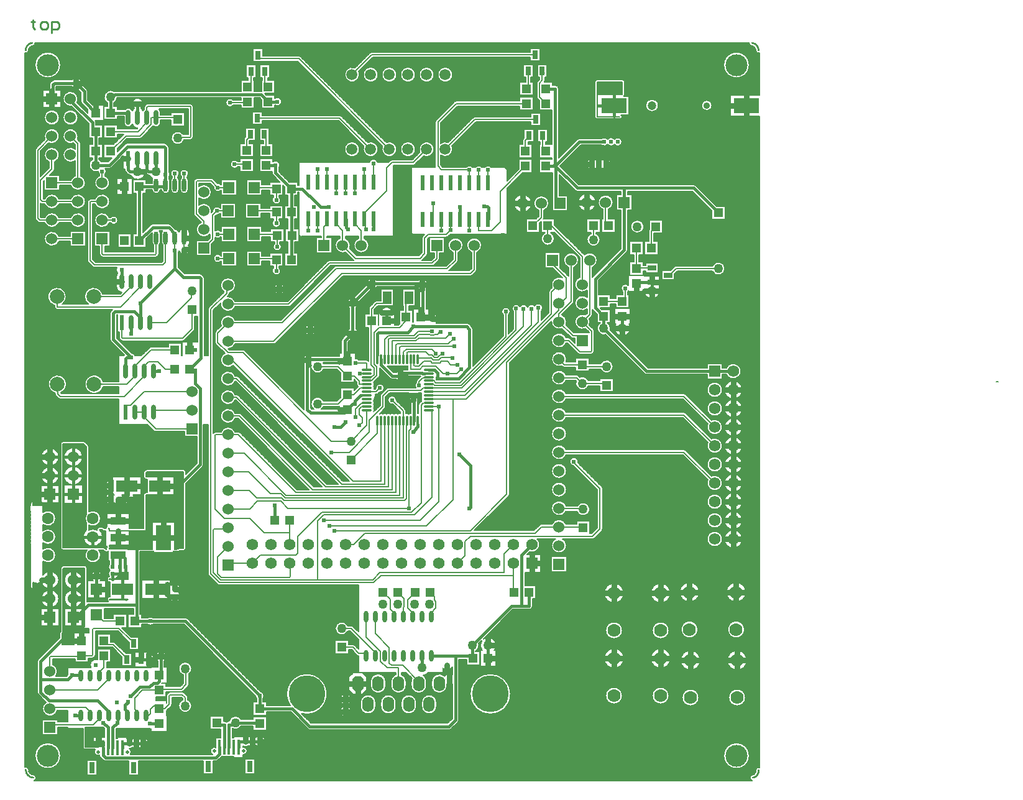
<source format=gtl>
G04*
G04 #@! TF.GenerationSoftware,Altium Limited,Altium Designer,20.0.2 (26)*
G04*
G04 Layer_Physical_Order=1*
G04 Layer_Color=255*
%FSLAX24Y24*%
%MOIN*%
G70*
G01*
G75*
%ADD10C,0.0100*%
%ADD12C,0.0050*%
%ADD14C,0.0080*%
%ADD22R,0.1378X0.0787*%
%ADD23R,0.0600X0.0600*%
%ADD24R,0.0500X0.0500*%
%ADD25O,0.0240X0.0800*%
%ADD26R,0.0240X0.0800*%
%ADD27O,0.0236X0.0709*%
%ADD28R,0.0600X0.0600*%
%ADD29R,0.0217X0.0787*%
%ADD30R,0.0315X0.0472*%
%ADD31R,0.0500X0.0500*%
%ADD32R,0.0472X0.0315*%
%ADD33O,0.0236X0.0610*%
%ADD34R,0.0157X0.0787*%
%ADD35R,0.1181X0.0630*%
%ADD36R,0.0846X0.1378*%
%ADD37R,0.0846X0.0433*%
%ADD38R,0.0846X0.0433*%
%ADD39O,0.0118X0.0591*%
%ADD40O,0.0591X0.0118*%
%ADD41R,0.0472X0.0709*%
%ADD80C,0.0300*%
%ADD81C,0.0150*%
%ADD82C,0.0180*%
%ADD83R,0.0332X0.0550*%
%ADD84C,0.0500*%
%ADD85C,0.0472*%
%ADD86C,0.0354*%
%ADD87C,0.0630*%
%ADD88C,0.0600*%
%ADD89C,0.0787*%
%ADD90C,0.0591*%
%ADD91C,0.0618*%
%ADD92R,0.0618X0.0618*%
%ADD93C,0.0700*%
%ADD94C,0.0197*%
%ADD95R,0.0315X0.0591*%
%ADD96C,0.1967*%
%ADD97O,0.0600X0.0820*%
%ADD98O,0.0620X0.0820*%
G04:AMPARAMS|DCode=99|XSize=62mil|YSize=82mil|CornerRadius=0mil|HoleSize=0mil|Usage=FLASHONLY|Rotation=180.000|XOffset=0mil|YOffset=0mil|HoleType=Round|Shape=Octagon|*
%AMOCTAGOND99*
4,1,8,0.0155,-0.0410,-0.0155,-0.0410,-0.0310,-0.0255,-0.0310,0.0255,-0.0155,0.0410,0.0155,0.0410,0.0310,0.0255,0.0310,-0.0255,0.0155,-0.0410,0.0*
%
%ADD99OCTAGOND99*%

%ADD100C,0.0240*%
%ADD101C,0.1181*%
D10*
X39000Y0D02*
G03*
X39300Y400I-50J350D01*
G01*
X-1Y423D02*
G03*
X400Y0I423J0D01*
G01*
X39300Y39000D02*
G03*
X38950Y39400I-375J25D01*
G01*
X350Y39400D02*
G03*
X-0Y39000I25J-375D01*
G01*
X400Y40650D02*
Y40550D01*
X300D01*
X500D01*
X400D01*
Y40250D01*
X500Y40150D01*
X900D02*
X1100D01*
X1200Y40250D01*
Y40450D01*
X1100Y40550D01*
X900D01*
X800Y40450D01*
Y40250D01*
X900Y40150D01*
X1400Y39950D02*
Y40550D01*
X1700D01*
X1800Y40450D01*
Y40250D01*
X1700Y40150D01*
X1400D01*
D12*
X39146Y39025D02*
G03*
X38940Y39245I-221J0D01*
G01*
X39145Y39010D02*
G03*
X39350Y38853I155J-10D01*
G01*
X38795Y39400D02*
G03*
X38940Y39245I155J0D01*
G01*
X38814Y38219D02*
G03*
X38814Y38219I-696J0D01*
G01*
D02*
G03*
X38814Y38219I-696J0D01*
G01*
X36805Y36050D02*
G03*
X36805Y36050I-282J0D01*
G01*
D02*
G03*
X36805Y36050I-282J0D01*
G01*
X33931D02*
G03*
X33931Y36050I-341J0D01*
G01*
D02*
G03*
X33931Y36050I-341J0D01*
G01*
X32083Y36549D02*
G03*
X32130Y36649I-83J100D01*
G01*
X32130Y37300D02*
G03*
X32000Y37430I-130J0D01*
G01*
X32130Y37300D02*
G03*
X32000Y37430I-130J0D01*
G01*
X30650D02*
G03*
X30520Y37300I0J-130D01*
G01*
X32083Y36549D02*
G03*
X32130Y36649I-83J100D01*
G01*
X30650Y37430D02*
G03*
X30520Y37300I0J-130D01*
G01*
X31981Y35451D02*
G03*
X31934Y35551I-130J0D01*
G01*
X31943Y35359D02*
G03*
X31981Y35451I-91J93D01*
G01*
X31975Y34100D02*
G03*
X31570Y34235I-225J0D01*
G01*
Y33965D02*
G03*
X31975Y34100I180J135D01*
G01*
X35944Y31752D02*
G03*
X35817Y31805I-127J-127D01*
G01*
X35945Y31752D02*
G03*
X35817Y31805I-128J-127D01*
G01*
X31850Y35320D02*
G03*
X31943Y35359I0J130D01*
G01*
X31210Y33965D02*
G03*
X31570Y33965I180J135D01*
G01*
Y34235D02*
G03*
X31210Y34235I-180J-135D01*
G01*
D02*
G03*
X30895Y34280I-180J-135D01*
G01*
Y33920D02*
G03*
X31210Y33965I135J180D01*
G01*
X30520Y35450D02*
G03*
X30650Y35320I130J0D01*
G01*
X30520Y35450D02*
G03*
X30650Y35320I130J0D01*
G01*
X31405Y32900D02*
G03*
X30920Y33126I-295J0D01*
G01*
Y32674D02*
G03*
X31405Y32900I190J226D01*
G01*
X30920Y33126D02*
G03*
X30540Y33126I-190J-226D01*
G01*
Y32674D02*
G03*
X30920Y32674I190J226D01*
G01*
X31245Y30472D02*
G03*
X31505Y30850I-145J378D01*
G01*
D02*
G03*
X30955Y30472I-405J0D01*
G01*
X33155Y29550D02*
G03*
X33155Y29550I-355J0D01*
G01*
X28527Y37077D02*
G03*
X28400Y37130I-127J-127D01*
G01*
X28527Y37077D02*
G03*
X28400Y37130I-127J-127D01*
G01*
X28527Y37077D02*
G03*
X28400Y37130I-127J-127D01*
G01*
X28580Y36950D02*
G03*
X28527Y37077I-180J0D01*
G01*
X28580Y36950D02*
G03*
X28527Y37077I-180J0D01*
G01*
X28580Y36950D02*
G03*
X28527Y37077I-180J0D01*
G01*
X27816Y37305D02*
G03*
X27845Y37391I-116J86D01*
G01*
X29700Y34280D02*
G03*
X29573Y34227I0J-180D01*
G01*
X29700Y34280D02*
G03*
X29572Y34227I0J-180D01*
G01*
X30540Y33126D02*
G03*
X30540Y32674I-190J-226D01*
G01*
X30575Y30850D02*
G03*
X30575Y30850I-475J0D01*
G01*
X29448Y31498D02*
G03*
X29575Y31445I128J127D01*
G01*
X29448Y31498D02*
G03*
X29575Y31445I127J127D01*
G01*
X27795Y30422D02*
G03*
X28055Y30800I-145J378D01*
G01*
D02*
G03*
X27505Y30422I-405J0D01*
G01*
X33445Y29400D02*
G03*
X33405Y29300I105J-100D01*
G01*
X33445Y29400D02*
G03*
X33405Y29300I105J-100D01*
G01*
X34879Y27445D02*
G03*
X34776Y27402I0J-145D01*
G01*
X34879Y27445D02*
G03*
X34776Y27403I0J-145D01*
G01*
X37505Y27300D02*
G03*
X36826Y27445I-355J0D01*
G01*
X32227Y28173D02*
G03*
X32280Y28300I-127J127D01*
G01*
X32227Y28172D02*
G03*
X32280Y28300I-127J128D01*
G01*
X36826Y27155D02*
G03*
X37505Y27300I324J145D01*
G01*
X34009Y26116D02*
G03*
X33989Y26244I-425J0D01*
G01*
X33161Y26075D02*
G03*
X34009Y26116I423J41D01*
G01*
X32295Y26078D02*
G03*
X32325Y26109I-145J172D01*
G01*
Y26391D02*
G03*
X32005Y26078I-175J-141D01*
G01*
X32425Y24100D02*
G03*
X32361Y24325I-425J0D01*
G01*
X31355Y24100D02*
G03*
X31197Y24395I-355J0D01*
G01*
X31344Y24011D02*
G03*
X31355Y24100I-344J89D01*
G01*
X30805Y28850D02*
G03*
X30595Y29174I-355J0D01*
G01*
X30305D02*
G03*
X30805Y28850I145J-324D01*
G01*
X30655Y27750D02*
G03*
X29965Y28038I-405J0D01*
G01*
X30395Y27372D02*
G03*
X30655Y27750I-145J378D01*
G01*
X30423Y26877D02*
G03*
X30395Y26842I127J-127D01*
G01*
X30423Y26878D02*
G03*
X30395Y26842I127J-128D01*
G01*
X29655Y27750D02*
G03*
X29105Y27372I-405J0D01*
G01*
X28355Y28900D02*
G03*
X28145Y29224I-355J0D01*
G01*
X27855D02*
G03*
X28355Y28900I145J-324D01*
G01*
X29395Y27372D02*
G03*
X29655Y27750I-145J378D01*
G01*
X30395Y25108D02*
G03*
X30423Y25072I155J92D01*
G01*
X30395Y25108D02*
G03*
X30423Y25073I155J92D01*
G01*
X29705Y26828D02*
G03*
X30105Y26135I145J-378D01*
G01*
Y25765D02*
G03*
X30105Y25135I-255J-315D01*
G01*
X30353Y24747D02*
G03*
X30395Y24850I-103J103D01*
G01*
X30352Y24747D02*
G03*
X30395Y24850I-102J103D01*
G01*
X30255Y24450D02*
G03*
X30220Y24615I-405J0D01*
G01*
Y24285D02*
G03*
X30255Y24450I-370J165D01*
G01*
X30015Y24820D02*
G03*
X30015Y24080I-165J-370D01*
G01*
X29353Y25432D02*
G03*
X29395Y25534I-103J103D01*
G01*
X28784Y26811D02*
G03*
X28230Y26285I-184J-361D01*
G01*
X28098Y26153D02*
G03*
X28055Y26050I102J-103D01*
G01*
X29352Y25431D02*
G03*
X29395Y25534I-102J103D01*
G01*
X28097Y26153D02*
G03*
X28055Y26050I103J-103D01*
G01*
X29005Y24450D02*
G03*
X28748Y24827I-405J0D01*
G01*
X28970Y24285D02*
G03*
X29005Y24450I-370J165D01*
G01*
X28196Y24473D02*
G03*
X28765Y24080I404J-23D01*
G01*
X27816Y37305D02*
G03*
X27845Y37391I-116J86D01*
G01*
X27448Y37344D02*
G03*
X27405Y37241I102J-103D01*
G01*
X27447Y37344D02*
G03*
X27405Y37241I103J-103D01*
G01*
Y36500D02*
G03*
X27447Y36397I145J0D01*
G01*
X27405Y36500D02*
G03*
X27448Y36397I145J0D01*
G01*
X23100Y36295D02*
G03*
X22997Y36253I0J-145D01*
G01*
X23100Y36295D02*
G03*
X22997Y36252I0J-145D01*
G01*
X22900Y37700D02*
G03*
X22900Y37700I-400J0D01*
G01*
X24100Y35445D02*
G03*
X23997Y35402I0J-145D01*
G01*
X24100Y35445D02*
G03*
X23997Y35403I0J-145D01*
G01*
X22002Y35257D02*
G03*
X21960Y35155I103J-103D01*
G01*
X22003Y35258D02*
G03*
X21960Y35155I102J-103D01*
G01*
X26698Y34282D02*
G03*
X26655Y34179I102J-103D01*
G01*
X26697Y34282D02*
G03*
X26655Y34179I103J-103D01*
G01*
X27125Y30800D02*
G03*
X27125Y30800I-475J0D01*
G01*
X22661Y34066D02*
G03*
X22250Y34012I-161J-366D01*
G01*
X22900Y33700D02*
G03*
X22866Y33861I-400J0D01*
G01*
X22250Y33388D02*
G03*
X22900Y33700I250J312D01*
G01*
X21339Y33334D02*
G03*
X21900Y33700I161J366D01*
G01*
X24968Y32750D02*
G03*
X24632Y32750I-168J-150D01*
G01*
X21960Y32795D02*
G03*
X21967Y32750I145J0D01*
G01*
X21960Y32795D02*
G03*
X21967Y32750I145J0D01*
G01*
X23968D02*
G03*
X23632Y32750I-168J-150D01*
G01*
X24468D02*
G03*
X24132Y32750I-168J-150D01*
G01*
X21900Y37700D02*
G03*
X21900Y37700I-400J0D01*
G01*
X20900D02*
G03*
X20900Y37700I-400J0D01*
G01*
X18566Y38911D02*
G03*
X18464Y38869I0J-145D01*
G01*
X18566Y38911D02*
G03*
X18463Y38868I0J-145D01*
G01*
X19900Y37700D02*
G03*
X19900Y37700I-400J0D01*
G01*
X18900Y37700D02*
G03*
X18900Y37700I-400J0D01*
G01*
X17900Y37700D02*
G03*
X17866Y37861I-400J0D01*
G01*
X14749Y38656D02*
G03*
X14646Y38699I-103J-103D01*
G01*
X14749Y38656D02*
G03*
X14646Y38699I-103J-102D01*
G01*
X17661Y38066D02*
G03*
X17900Y37700I-161J-366D01*
G01*
X16936Y35469D02*
G03*
X16834Y35511I-103J-103D01*
G01*
X16937Y35468D02*
G03*
X16834Y35511I-103J-102D01*
G01*
X21900Y33700D02*
G03*
X21134Y33539I-400J0D01*
G01*
X20794Y32849D02*
G03*
X20897Y32891I0J145D01*
G01*
X20900Y33700D02*
G03*
X20900Y33700I-400J0D01*
G01*
X20794Y32849D02*
G03*
X20896Y32891I0J145D01*
G01*
X19900Y33700D02*
G03*
X19339Y34066I-400J0D01*
G01*
X19134Y33861D02*
G03*
X19900Y33700I366J-161D01*
G01*
X18900D02*
G03*
X18339Y34066I-400J0D01*
G01*
X18134Y33861D02*
G03*
X18900Y33700I366J-161D01*
G01*
X17900D02*
G03*
X17900Y33700I-400J0D01*
G01*
X19650Y33139D02*
G03*
X19547Y33096I0J-145D01*
G01*
X19650Y33139D02*
G03*
X19547Y33096I0J-145D01*
G01*
X18869Y33000D02*
G03*
X18431Y33000I-219J-50D01*
G01*
X27760Y29955D02*
G03*
X27795Y30050I-110J95D01*
G01*
X27760Y29955D02*
G03*
X27795Y30050I-110J95D01*
G01*
X24455Y28550D02*
G03*
X23905Y28172I-405J0D01*
G01*
X24195D02*
G03*
X24455Y28550I-145J378D01*
G01*
X23719Y29140D02*
G03*
X23881Y29140I81J210D01*
G01*
X22562Y28985D02*
G03*
X22664Y29028I0J145D01*
G01*
X22562Y28985D02*
G03*
X22664Y29027I0J145D01*
G01*
X23455Y28550D02*
G03*
X22905Y28172I-405J0D01*
G01*
X23195D02*
G03*
X23455Y28550I-145J378D01*
G01*
X21297Y29053D02*
G03*
X21255Y28950I103J-103D01*
G01*
X21298Y29053D02*
G03*
X21255Y28950I102J-103D01*
G01*
X21503Y27997D02*
G03*
X21545Y28100I-103J103D01*
G01*
X21502Y27997D02*
G03*
X21545Y28100I-102J103D01*
G01*
X27725Y25200D02*
G03*
X27297Y25297I-225J0D01*
G01*
D02*
G03*
X26913Y25222I-171J-147D01*
G01*
D02*
G03*
X26502Y25257I-213J-72D01*
G01*
X27645Y25028D02*
G03*
X27725Y25200I-145J172D01*
G01*
X26502Y25257D02*
G03*
X26155Y24987I-202J-98D01*
G01*
X25975Y25000D02*
G03*
X25605Y24828I-225J0D01*
G01*
X25895D02*
G03*
X25975Y25000I-145J172D01*
G01*
X24153Y27147D02*
G03*
X24195Y27250I-103J103D01*
G01*
X24152Y27147D02*
G03*
X24195Y27250I-102J103D01*
G01*
X23850Y26905D02*
G03*
X23953Y26948I0J145D01*
G01*
X23850Y26905D02*
G03*
X23953Y26947I0J145D01*
G01*
X23980Y24050D02*
G03*
X23927Y24178I-180J0D01*
G01*
X23980Y24050D02*
G03*
X23927Y24177I-180J0D01*
G01*
X23153Y27647D02*
G03*
X23195Y27750I-103J103D01*
G01*
X23152Y27647D02*
G03*
X23195Y27750I-102J103D01*
G01*
X22153Y27747D02*
G03*
X22195Y27850I-103J103D01*
G01*
X22152Y27747D02*
G03*
X22195Y27850I-102J103D01*
G01*
X21800Y27455D02*
G03*
X21903Y27498I0J145D01*
G01*
X21800Y27455D02*
G03*
X21903Y27497I0J145D01*
G01*
X21545Y26450D02*
G03*
X21065Y26680I-295J0D01*
G01*
X21480Y26265D02*
G03*
X21545Y26450I-230J185D01*
G01*
X20985Y26320D02*
G03*
X21120Y26185I265J130D01*
G01*
X22002Y24385D02*
G03*
X22095Y24600I-202J215D01*
G01*
D02*
G03*
X21625Y24837I-295J0D01*
G01*
X23772Y24332D02*
G03*
X23645Y24385I-127J-127D01*
G01*
X23773Y24332D02*
G03*
X23645Y24385I-128J-127D01*
G01*
X18405Y28550D02*
G03*
X18145Y28928I-405J0D01*
G01*
X18834Y26680D02*
G03*
X18307Y26462I-234J-180D01*
G01*
X17855Y28928D02*
G03*
X18405Y28550I145J-378D01*
G01*
X17405D02*
G03*
X17145Y28928I-405J0D01*
G01*
X17370Y28385D02*
G03*
X17405Y28550I-370J165D01*
G01*
X16855Y28928D02*
G03*
X17165Y28180I145J-378D01*
G01*
X16650Y27445D02*
G03*
X16547Y27403I0J-145D01*
G01*
X16650Y27445D02*
G03*
X16547Y27402I0J-145D01*
G01*
X16300Y27745D02*
G03*
X16197Y27703I0J-145D01*
G01*
X16300Y27745D02*
G03*
X16197Y27702I0J-145D01*
G01*
X18562Y26207D02*
G03*
X18834Y26320I38J293D01*
G01*
X18832Y25577D02*
G03*
X18729Y25534I0J-145D01*
G01*
X18832Y25577D02*
G03*
X18729Y25534I0J-145D01*
G01*
X19645Y24950D02*
G03*
X19056Y24925I-295J0D01*
G01*
X18447Y25253D02*
G03*
X18405Y25150I103J-103D01*
G01*
X18448Y25253D02*
G03*
X18405Y25150I102J-103D01*
G01*
X17820Y25425D02*
G03*
X17818Y25463I-295J0D01*
G01*
X17705Y25191D02*
G03*
X17820Y25425I-180J234D01*
G01*
X17563Y25718D02*
G03*
X17345Y25191I-38J-293D01*
G01*
X38364Y21800D02*
G03*
X37577Y21980I-414J0D01*
G01*
Y21620D02*
G03*
X38364Y21800I373J180D01*
G01*
X38434Y20800D02*
G03*
X38434Y20800I-484J0D01*
G01*
X38434Y19800D02*
G03*
X38434Y19800I-484J0D01*
G01*
Y18800D02*
G03*
X38434Y18800I-484J0D01*
G01*
X37364Y19800D02*
G03*
X37364Y19800I-414J0D01*
G01*
Y20800D02*
G03*
X37364Y20800I-414J0D01*
G01*
Y18800D02*
G03*
X36778Y19177I-414J0D01*
G01*
X36573Y18972D02*
G03*
X37364Y18800I377J-172D01*
G01*
X38434Y17800D02*
G03*
X38434Y17800I-484J0D01*
G01*
X38434Y16800D02*
G03*
X38434Y16800I-484J0D01*
G01*
Y15800D02*
G03*
X38434Y15800I-484J0D01*
G01*
X38434Y13800D02*
G03*
X38434Y13800I-484J0D01*
G01*
X38434Y14800D02*
G03*
X38434Y14800I-484J0D01*
G01*
X37364Y17800D02*
G03*
X36778Y18177I-414J0D01*
G01*
X36573Y17972D02*
G03*
X37364Y17800I377J-172D01*
G01*
X37364Y16800D02*
G03*
X37364Y16800I-414J0D01*
G01*
Y15800D02*
G03*
X36778Y16177I-414J0D01*
G01*
X36573Y15972D02*
G03*
X37364Y15800I377J-172D01*
G01*
Y14800D02*
G03*
X37364Y14800I-414J0D01*
G01*
Y13800D02*
G03*
X37364Y13800I-414J0D01*
G01*
X35403Y20553D02*
G03*
X35300Y20595I-103J-103D01*
G01*
X35403Y20552D02*
G03*
X35300Y20595I-103J-102D01*
G01*
X30803Y24395D02*
G03*
X31089Y23756I197J-295D01*
G01*
X31639Y24325D02*
G03*
X32425Y24100I361J-225D01*
G01*
X31505Y22050D02*
G03*
X30826Y22195I-355J0D01*
G01*
Y21905D02*
G03*
X31505Y22050I324J145D01*
G01*
X33172Y21673D02*
G03*
X33300Y21620I128J127D01*
G01*
X33173Y21673D02*
G03*
X33300Y21620I127J127D01*
G01*
X35403Y19553D02*
G03*
X35300Y19595I-103J-103D01*
G01*
X35403Y19552D02*
G03*
X35300Y19595I-103J-102D01*
G01*
X35403Y17553D02*
G03*
X35300Y17595I-103J-103D01*
G01*
X35403Y17552D02*
G03*
X35300Y17595I-103J-102D01*
G01*
X30945Y15500D02*
G03*
X30903Y15603I-145J0D01*
G01*
X30945Y15500D02*
G03*
X30902Y15603I-145J0D01*
G01*
X38625Y9950D02*
G03*
X38625Y9950I-525J0D01*
G01*
X38434Y12800D02*
G03*
X38434Y12800I-484J0D01*
G01*
X37364Y12800D02*
G03*
X37364Y12800I-414J0D01*
G01*
X36125Y9950D02*
G03*
X36125Y9950I-525J0D01*
G01*
X38555Y7950D02*
G03*
X38555Y7950I-455J0D01*
G01*
X38675Y6300D02*
G03*
X38675Y6300I-525J0D01*
G01*
X38605Y4300D02*
G03*
X38605Y4300I-455J0D01*
G01*
X39350Y547D02*
G03*
X39147Y378I-50J-147D01*
G01*
X38978Y153D02*
G03*
X39149Y350I-28J197D01*
G01*
X38978Y153D02*
G03*
X38961Y-150I22J-153D01*
G01*
X38814Y1181D02*
G03*
X38814Y1181I-696J0D01*
G01*
D02*
G03*
X38814Y1181I-696J0D01*
G01*
X36055Y7950D02*
G03*
X36055Y7950I-455J0D01*
G01*
X36175Y6300D02*
G03*
X36175Y6300I-525J0D01*
G01*
X36105Y4300D02*
G03*
X36105Y4300I-455J0D01*
G01*
X34575Y9900D02*
G03*
X34575Y9900I-525J0D01*
G01*
X32075D02*
G03*
X32075Y9900I-525J0D01*
G01*
X30903Y13247D02*
G03*
X30945Y13350I-103J103D01*
G01*
X30902Y13247D02*
G03*
X30945Y13350I-102J103D01*
G01*
X34505Y7900D02*
G03*
X34505Y7900I-455J0D01*
G01*
X34575Y6400D02*
G03*
X34575Y6400I-525J0D01*
G01*
X34505Y4400D02*
G03*
X34505Y4400I-455J0D01*
G01*
X32005Y7900D02*
G03*
X32005Y7900I-455J0D01*
G01*
X32075Y6400D02*
G03*
X32075Y6400I-525J0D01*
G01*
X32005Y4400D02*
G03*
X32005Y4400I-455J0D01*
G01*
X30495Y23950D02*
G03*
X30452Y24053I-145J0D01*
G01*
X30495Y23950D02*
G03*
X30453Y24053I-145J0D01*
G01*
X29237Y23608D02*
G03*
X29340Y23565I103J102D01*
G01*
X29237Y23607D02*
G03*
X29340Y23565I103J103D01*
G01*
X29211Y23553D02*
G03*
X29109Y23595I-103J-103D01*
G01*
X29211Y23552D02*
G03*
X29109Y23595I-103J-102D01*
G01*
X28978D02*
G03*
X28978Y23305I-378J-145D01*
G01*
X30453Y22794D02*
G03*
X30495Y22897I-103J103D01*
G01*
X30452Y22794D02*
G03*
X30495Y22897I-102J103D01*
G01*
X30303Y22705D02*
G03*
X30406Y22748I0J145D01*
G01*
X30303Y22705D02*
G03*
X30406Y22747I0J145D01*
G01*
X29606Y22748D02*
G03*
X29709Y22705I103J102D01*
G01*
X29606Y22747D02*
G03*
X29709Y22705I103J103D01*
G01*
X29653Y21553D02*
G03*
X29550Y21595I-103J-103D01*
G01*
X29653Y21552D02*
G03*
X29550Y21595I-103J-102D01*
G01*
X28974Y22295D02*
G03*
X29005Y22450I-374J155D01*
G01*
D02*
G03*
X28765Y22080I-405J0D01*
G01*
X28797Y22047D02*
G03*
X28900Y22005I103J103D01*
G01*
X28797Y22048D02*
G03*
X28900Y22005I103J102D01*
G01*
X19948Y22083D02*
G03*
X20145Y22083I98J131D01*
G01*
D02*
G03*
X20342Y22083I98J131D01*
G01*
D02*
G03*
X20492Y22058I98J131D01*
G01*
X20278Y21883D02*
G03*
X20159Y21839I0J-180D01*
G01*
X20278Y21883D02*
G03*
X20159Y21839I0J-180D01*
G01*
X30174Y21295D02*
G03*
X29723Y21482I-324J-145D01*
G01*
X29518Y21277D02*
G03*
X30174Y21005I332J-127D01*
G01*
X28978Y21595D02*
G03*
X28978Y21305I-378J-145D01*
G01*
Y20595D02*
G03*
X28978Y20305I-378J-145D01*
G01*
Y19595D02*
G03*
X28978Y19305I-378J-145D01*
G01*
X29005Y18450D02*
G03*
X29005Y18450I-405J0D01*
G01*
X29616Y16889D02*
G03*
X29625Y16950I-216J61D01*
G01*
D02*
G03*
X29368Y16727I-225J0D01*
G01*
X29005Y16450D02*
G03*
X29005Y16450I-405J0D01*
G01*
X28978Y17595D02*
G03*
X28978Y17305I-378J-145D01*
G01*
X21217Y20628D02*
G03*
X21235Y20600I148J70D01*
G01*
X21187Y20625D02*
G03*
X21217Y20628I0J145D01*
G01*
X21187Y20625D02*
G03*
X21217Y20628I0J145D01*
G01*
X21095Y20500D02*
G03*
X21067Y20625I-295J0D01*
G01*
X21235Y20600D02*
G03*
X21235Y20403I131J-98D01*
G01*
D02*
G03*
X21235Y20206I131J-98D01*
G01*
X21227Y20195D02*
G03*
X21197Y20172I73J-125D01*
G01*
X21227Y20195D02*
G03*
X21197Y20172I73J-125D01*
G01*
X21101Y20076D02*
G03*
X21058Y19973I102J-103D01*
G01*
X21101Y20076D02*
G03*
X21058Y19973I103J-103D01*
G01*
X20999Y21352D02*
G03*
X20956Y21249I102J-103D01*
G01*
X21014Y20297D02*
G03*
X21095Y20500I-214J203D01*
G01*
X20999Y21352D02*
G03*
X20956Y21249I103J-103D01*
G01*
Y21221D02*
G03*
X20920Y20915I145J-172D01*
G01*
X20533Y20625D02*
G03*
X20654Y20244I267J-125D01*
G01*
X21058Y19541D02*
G03*
X21014Y19542I-27J-162D01*
G01*
X20654D02*
G03*
X20539Y19510I-17J-163D01*
G01*
X20389Y19656D02*
G03*
X20346Y19759I-145J0D01*
G01*
X20389Y19656D02*
G03*
X20346Y19759I-145J0D01*
G01*
X20539Y19510D02*
G03*
X20389Y19535I-98J-131D01*
G01*
X20099D02*
G03*
X19948Y19510I-52J-156D01*
G01*
X19752Y22083D02*
G03*
X19948Y22083I98J131D01*
G01*
X19555Y22083D02*
G03*
X19752Y22083I98J131D01*
G01*
X19389Y22064D02*
G03*
X19555Y22083I67J150D01*
G01*
X20159Y21839D02*
G03*
X19866Y21730I-59J-289D01*
G01*
X19522Y21423D02*
G03*
X19649Y21370I127J127D01*
G01*
X19521Y21423D02*
G03*
X19649Y21370I128J127D01*
G01*
X19866D02*
G03*
X20394Y21523I234J180D01*
G01*
X19459Y20915D02*
G03*
X19356Y20873I0J-145D01*
G01*
X19459Y20915D02*
G03*
X19356Y20872I0J-145D01*
G01*
X18933Y21456D02*
G03*
X18975Y21558I-103J103D01*
G01*
X18932Y21456D02*
G03*
X18975Y21558I-102J103D01*
G01*
X18669Y21200D02*
G03*
X18701Y21224I-71J126D01*
G01*
X18669Y21200D02*
G03*
X18701Y21224I-71J126D01*
G01*
X19225Y20900D02*
G03*
X18776Y20881I-225J0D01*
G01*
X18662Y20993D02*
G03*
X18695Y21092I-131J98D01*
G01*
Y20895D02*
G03*
X18662Y20993I-164J0D01*
G01*
X18695Y21092D02*
G03*
X18662Y21190I-164J0D01*
G01*
X18687Y20843D02*
G03*
X18695Y20895I-156J52D01*
G01*
X17820Y23845D02*
G03*
X17705Y24079I-295J0D01*
G01*
X17487Y23552D02*
G03*
X17820Y23845I38J293D01*
G01*
X17345Y24079D02*
G03*
X17232Y23807I180J-234D01*
G01*
X16988Y23562D02*
G03*
X16935Y23435I127J-127D01*
G01*
X16988Y23563D02*
G03*
X16935Y23435I127J-128D01*
G01*
X17872Y22395D02*
G03*
X17675Y22474I-172J-145D01*
G01*
X18356Y22353D02*
G03*
X18253Y22395I-103J-103D01*
G01*
X18356Y22352D02*
G03*
X18253Y22395I-103J-102D01*
G01*
X15545Y24000D02*
G03*
X15545Y24000I-295J0D01*
G01*
X16825Y22174D02*
G03*
X16750Y22195I-75J-124D01*
G01*
X16825Y22174D02*
G03*
X16750Y22195I-75J-124D01*
G01*
X15308Y22146D02*
G03*
X15974Y21905I342J-96D01*
G01*
X15336Y22615D02*
G03*
X14920Y22199I-192J-224D01*
G01*
X15974Y22195D02*
G03*
X15940Y22255I-324J-145D01*
G01*
X15280Y22129D02*
G03*
X15308Y22146I-136J262D01*
G01*
X17755Y21100D02*
G03*
X17818Y20981I145J0D01*
G01*
X17755Y21100D02*
G03*
X17818Y20981I145J0D01*
G01*
X19048Y20564D02*
G03*
X19005Y20461I102J-103D01*
G01*
X19047Y20564D02*
G03*
X19005Y20461I103J-103D01*
G01*
X19875Y20250D02*
G03*
X19669Y20026I-225J0D01*
G01*
X18981Y20676D02*
G03*
X19225Y20900I19J224D01*
G01*
X18798Y20553D02*
G03*
X18901Y20596I0J145D01*
G01*
X18798Y20553D02*
G03*
X18901Y20596I0J145D01*
G01*
X18765Y20501D02*
G03*
X18759Y20553I-234J0D01*
G01*
X18693Y20332D02*
G03*
X18765Y20501I-162J169D01*
G01*
X18662Y20206D02*
G03*
X18695Y20304I-131J98D01*
G01*
X19253Y19797D02*
G03*
X19295Y19900I-103J103D01*
G01*
X19252Y19797D02*
G03*
X19295Y19900I-102J103D01*
G01*
X19948Y19510D02*
G03*
X19752Y19510I-98J-131D01*
G01*
X19555D02*
G03*
X19358Y19510I-98J-131D01*
G01*
X19752D02*
G03*
X19555Y19510I-98J-131D01*
G01*
X19358D02*
G03*
X19161Y19510I-98J-131D01*
G01*
X18695Y19911D02*
G03*
X18662Y20009I-164J0D01*
G01*
X18695Y20107D02*
G03*
X18662Y20206I-164J0D01*
G01*
Y20009D02*
G03*
X18695Y20107I-131J98D01*
G01*
X19161Y19510D02*
G03*
X18969Y19514I-98J-131D01*
G01*
X18662Y19812D02*
G03*
X18695Y19911I-131J98D01*
G01*
X18695Y19714D02*
G03*
X18662Y19812I-164J0D01*
G01*
X18667Y19622D02*
G03*
X18695Y19714I-136J91D01*
G01*
X16750Y19905D02*
G03*
X16825Y19926I0J145D01*
G01*
X16750Y19905D02*
G03*
X16825Y19926I0J145D01*
G01*
X15974Y20195D02*
G03*
X15453Y19755I-324J-145D01*
G01*
X15847D02*
G03*
X15974Y19905I-197J295D01*
G01*
X30255Y14400D02*
G03*
X29588Y14570I-355J0D01*
G01*
X29005Y15450D02*
G03*
X29005Y15450I-405J0D01*
G01*
X28987Y14570D02*
G03*
X28968Y14280I-387J-120D01*
G01*
X29566D02*
G03*
X30255Y14400I334J120D01*
G01*
X30400Y12805D02*
G03*
X30503Y12848I0J145D01*
G01*
X30400Y12805D02*
G03*
X30503Y12847I0J145D01*
G01*
X29005Y12450D02*
G03*
X28795Y12805I-405J0D01*
G01*
X28978Y13595D02*
G03*
X28222Y13595I-378J-145D01*
G01*
X28405Y12805D02*
G03*
X29005Y12450I195J-355D01*
G01*
X27650Y13595D02*
G03*
X27547Y13553I0J-145D01*
G01*
X27650Y13595D02*
G03*
X27547Y13552I0J-145D01*
G01*
X25903Y15097D02*
G03*
X25945Y15200I-103J103D01*
G01*
X25902Y15097D02*
G03*
X25945Y15200I-102J103D01*
G01*
X27564Y12500D02*
G03*
X27430Y12805I-414J0D01*
G01*
X27014Y12109D02*
G03*
X27564Y12500I136J391D01*
G01*
X27000Y9020D02*
G03*
X27180Y9200I0J180D01*
G01*
X27000Y9020D02*
G03*
X27180Y9200I0J180D01*
G01*
X25225Y7100D02*
G03*
X24543Y7439I-425J0D01*
G01*
X25124Y6825D02*
G03*
X25225Y7100I-324J275D01*
G01*
X24461Y7357D02*
G03*
X24476Y6825I339J-257D01*
G01*
X24305Y7100D02*
G03*
X24294Y7189I-355J0D01*
G01*
X26005Y4492D02*
G03*
X26005Y4492I-1088J0D01*
G01*
X24130Y6794D02*
G03*
X24305Y7100I-180J306D01*
G01*
X22369Y5867D02*
G03*
X22870Y5931I231J183D01*
G01*
Y5552D02*
G03*
X22462Y5450I-154J-252D01*
G01*
X22590Y5033D02*
G03*
X22870Y5048I126J267D01*
G01*
X21331Y5483D02*
G03*
X21594Y5650I-81J417D01*
G01*
X22462Y5450D02*
G03*
X21760Y5150I-287J-300D01*
G01*
X23177Y2973D02*
G03*
X23230Y3100I-127J127D01*
G01*
X23177Y2972D02*
G03*
X23230Y3100I-127J128D01*
G01*
X22700Y2570D02*
G03*
X22828Y2623I0J180D01*
G01*
X22700Y2570D02*
G03*
X22827Y2623I0J180D01*
G01*
X21760Y4950D02*
G03*
X22590Y4950I415J0D01*
G01*
X19847Y5539D02*
G03*
X19577Y5150I145J-389D01*
G01*
X20407D02*
G03*
X20137Y5539I-415J0D01*
G01*
X21498Y5150D02*
G03*
X21331Y5483I-415J0D01*
G01*
X19315Y5150D02*
G03*
X18485Y5150I-415J0D01*
G01*
X20706Y5322D02*
G03*
X20668Y5150I377J-172D01*
G01*
X17564Y8103D02*
G03*
X17461Y8145I-103J-103D01*
G01*
X17564Y8102D02*
G03*
X17461Y8145I-103J-102D01*
G01*
X17642Y7103D02*
G03*
X17539Y7145I-103J-103D01*
G01*
X17642Y7102D02*
G03*
X17539Y7145I-103J-102D01*
G01*
X17766Y6568D02*
G03*
X17846Y6528I103J103D01*
G01*
X17766Y6569D02*
G03*
X17846Y6528I103J102D01*
G01*
X17274Y8145D02*
G03*
X17274Y7855I-324J-145D01*
G01*
X20668Y4950D02*
G03*
X21498Y4950I415J0D01*
G01*
X22038Y4043D02*
G03*
X21228Y4043I-405J0D01*
G01*
X20957Y4033D02*
G03*
X20127Y4033I-415J0D01*
G01*
X19577Y4950D02*
G03*
X20407Y4950I415J0D01*
G01*
X18485Y4950D02*
G03*
X19315Y4950I415J0D01*
G01*
X19865Y4033D02*
G03*
X19035Y4033I-415J0D01*
G01*
X21228Y3823D02*
G03*
X22038Y3823I405J0D01*
G01*
X20127Y3833D02*
G03*
X20957Y3833I415J0D01*
G01*
X19035D02*
G03*
X19865Y3833I415J0D01*
G01*
X18773Y4033D02*
G03*
X17943Y4033I-415J0D01*
G01*
X17445Y4200D02*
G03*
X17445Y4200I-295J0D01*
G01*
X14801Y3438D02*
G03*
X16163Y4492I274J1053D01*
G01*
X17943Y3833D02*
G03*
X18773Y3833I415J0D01*
G01*
X17445Y3550D02*
G03*
X17445Y3550I-295J0D01*
G01*
X15108Y2623D02*
G03*
X15235Y2570I127J127D01*
G01*
X15108Y2623D02*
G03*
X15235Y2570I128J127D01*
G01*
X13725Y36250D02*
G03*
X13365Y36430I-225J0D01*
G01*
Y36070D02*
G03*
X13725Y36250I135J180D01*
G01*
X12645Y36812D02*
G03*
X12615Y36815I-30J-177D01*
G01*
X12645Y36812D02*
G03*
X12615Y36815I-30J-177D01*
G01*
X13625Y32850D02*
G03*
X13265Y33030I-225J0D01*
G01*
X11748Y34322D02*
G03*
X11705Y34219I102J-103D01*
G01*
X11747Y34322D02*
G03*
X11705Y34219I103J-103D01*
G01*
X13580Y32715D02*
G03*
X13625Y32850I-180J135D01*
G01*
X13220Y32420D02*
G03*
X13273Y32293I180J0D01*
G01*
X13220Y32420D02*
G03*
X13273Y32292I180J0D01*
G01*
X13665Y30980D02*
G03*
X13585Y31152I-225J0D01*
G01*
X13295D02*
G03*
X13665Y30980I145J-172D01*
G01*
X11122Y36345D02*
G03*
X11122Y36055I-172J-145D01*
G01*
X8906Y36103D02*
G03*
X8803Y36145I-103J-103D01*
G01*
X8906Y36102D02*
G03*
X8803Y36145I-103J-102D01*
G01*
X8995Y35953D02*
G03*
X8952Y36056I-145J0D01*
G01*
X8995Y35953D02*
G03*
X8953Y36056I-145J0D01*
G01*
Y34294D02*
G03*
X8995Y34397I-103J103D01*
G01*
X8952Y34294D02*
G03*
X8995Y34397I-102J103D01*
G01*
X8447Y34495D02*
G03*
X8492Y34205I-297J-195D01*
G01*
X8803D02*
G03*
X8906Y34247I0J145D01*
G01*
X8803Y34205D02*
G03*
X8906Y34248I0J145D01*
G01*
X11372Y33045D02*
G03*
X11372Y32755I-172J-145D01*
G01*
X10053Y32103D02*
G03*
X9950Y32145I-103J-103D01*
G01*
X10053Y32102D02*
G03*
X9950Y32145I-103J-102D01*
G01*
X10472Y31795D02*
G03*
X10281Y31874I-172J-145D01*
G01*
X10076Y31669D02*
G03*
X10472Y31505I224J-19D01*
G01*
X9955Y31400D02*
G03*
X9295Y31715I-405J0D01*
G01*
Y31085D02*
G03*
X9955Y31400I255J315D01*
G01*
X9200Y32145D02*
G03*
X9097Y32103I0J-145D01*
G01*
X9200Y32145D02*
G03*
X9097Y32102I0J-145D01*
G01*
X8725Y32400D02*
G03*
X8355Y32228I-225J0D01*
G01*
X8645D02*
G03*
X8725Y32400I-145J172D01*
G01*
X9048Y32053D02*
G03*
X9005Y31950I102J-103D01*
G01*
X9047Y32053D02*
G03*
X9005Y31950I103J-103D01*
G01*
X8355Y32190D02*
G03*
X8277Y32021I145J-170D01*
G01*
X8723D02*
G03*
X8645Y32190I-223J0D01*
G01*
X8223Y32021D02*
G03*
X8145Y32190I-223J0D01*
G01*
X8225Y32400D02*
G03*
X7855Y32228I-225J0D01*
G01*
X8145D02*
G03*
X8225Y32400I-145J172D01*
G01*
X7855Y32190D02*
G03*
X7777Y32021I145J-170D01*
G01*
X8277Y31548D02*
G03*
X8723Y31548I223J0D01*
G01*
X7777D02*
G03*
X8223Y31548I223J0D01*
G01*
X13665Y29730D02*
G03*
X13585Y29902I-225J0D01*
G01*
X13295D02*
G03*
X13665Y29730I145J-172D01*
G01*
X13715Y28480D02*
G03*
X13635Y28652I-225J0D01*
G01*
X14100Y25255D02*
G03*
X14203Y25297I0J145D01*
G01*
X14100Y25255D02*
G03*
X14203Y25298I0J145D01*
G01*
X13345Y28652D02*
G03*
X13715Y28480I145J-172D01*
G01*
X13665Y27180D02*
G03*
X13585Y27352I-225J0D01*
G01*
X13895Y26200D02*
G03*
X13895Y26200I-295J0D01*
G01*
X13295Y27352D02*
G03*
X13665Y27180I145J-172D01*
G01*
X10925Y26002D02*
G03*
X11255Y26400I-75J398D01*
G01*
X10883Y25877D02*
G03*
X10925Y25980I-103J103D01*
G01*
X10882Y25877D02*
G03*
X10925Y25980I-102J103D01*
G01*
X11228Y25545D02*
G03*
X10808Y25803I-378J-145D01*
G01*
X10231Y30176D02*
G03*
X10422Y30255I19J224D01*
G01*
X10472Y29295D02*
G03*
X10160Y29326I-172J-145D01*
G01*
Y28974D02*
G03*
X10472Y29005I140J176D01*
G01*
X9955Y30400D02*
G03*
X9295Y30715I-405J0D01*
G01*
X10422Y30545D02*
G03*
X10026Y30381I-172J-145D01*
G01*
X9942Y30297D02*
G03*
X9955Y30400I-392J103D01*
G01*
X10117Y28762D02*
G03*
X10160Y28865I-102J103D01*
G01*
X10117Y28762D02*
G03*
X10160Y28865I-103J103D01*
G01*
X10472Y27985D02*
G03*
X10472Y27695I-172J-145D01*
G01*
X9005Y30234D02*
G03*
X9048Y30131I145J0D01*
G01*
X9005Y30234D02*
G03*
X9047Y30132I145J0D01*
G01*
X7801Y29640D02*
G03*
X7673Y29693I-127J-127D01*
G01*
X7801Y29640D02*
G03*
X7673Y29693I-128J-127D01*
G01*
X8793Y29186D02*
G03*
X8214Y29250I-293J0D01*
G01*
X9402Y29777D02*
G03*
X9870Y29151I148J-377D01*
G01*
X8214Y29250D02*
G03*
X8034Y29407I-214J-64D01*
G01*
X8725Y28526D02*
G03*
X8793Y28714I-225J188D01*
G01*
X8795Y28335D02*
G03*
X8725Y28526I-295J0D01*
G01*
X8221Y28240D02*
G03*
X8795Y28335I279J95D01*
G01*
X8180Y28150D02*
G03*
X8221Y28240I-180J135D01*
G01*
X11255Y26400D02*
G03*
X10635Y26057I-405J0D01*
G01*
X10447Y25442D02*
G03*
X11228Y25255I403J-42D01*
G01*
Y24545D02*
G03*
X10480Y24235I-378J-145D01*
G01*
X10197Y23953D02*
G03*
X10155Y23850I103J-103D01*
G01*
X10198Y23953D02*
G03*
X10155Y23850I102J-103D01*
G01*
X9821Y25226D02*
G03*
X9778Y25123I103J-103D01*
G01*
X9821Y25226D02*
G03*
X9778Y25123I102J-103D01*
G01*
X9580Y26762D02*
G03*
X9527Y26890I-180J0D01*
G01*
X9580Y26762D02*
G03*
X9527Y26889I-180J0D01*
G01*
X9440Y26977D02*
G03*
X9312Y27030I-128J-127D01*
G01*
X9439Y26977D02*
G03*
X9312Y27030I-127J-127D01*
G01*
X9018Y23963D02*
G03*
X9061Y24066I-103J103D01*
G01*
X9018Y23963D02*
G03*
X9061Y24066I-102J103D01*
G01*
X8413Y23418D02*
G03*
X8516Y23461I0J145D01*
G01*
X8413Y23418D02*
G03*
X8516Y23461I0J145D01*
G01*
X6550Y36145D02*
G03*
X6447Y36103I0J-145D01*
G01*
X6550Y36145D02*
G03*
X6447Y36102I0J-145D01*
G01*
X6398Y36053D02*
G03*
X6355Y35950I102J-103D01*
G01*
X6397Y36053D02*
G03*
X6355Y35950I103J-103D01*
G01*
X6180Y35916D02*
G03*
X6295Y36150I-180J234D01*
G01*
D02*
G03*
X5820Y35916I-295J0D01*
G01*
X7225Y35680D02*
G03*
X7141Y35855I-225J0D01*
G01*
X6286Y35751D02*
G03*
X6180Y35914I-286J-71D01*
G01*
X5820D02*
G03*
X5714Y35751I180J-234D01*
G01*
X6355Y35852D02*
G03*
X6286Y35751I145J-172D01*
G01*
X4730Y36194D02*
G03*
X4902Y36455I-180J306D01*
G01*
X5714Y35751D02*
G03*
X5332Y35830I-214J-71D01*
G01*
X6823Y34926D02*
G03*
X6846Y34956I-103J103D01*
G01*
D02*
G03*
X7225Y35120I154J164D01*
G01*
X6822Y34926D02*
G03*
X6846Y34956I-102J103D01*
G01*
X6111Y34274D02*
G03*
X6213Y34317I0J145D01*
G01*
X5714Y35049D02*
G03*
X6000Y34825I286J71D01*
G01*
X5275Y35120D02*
G03*
X5714Y35049I225J0D01*
G01*
X6111Y34274D02*
G03*
X6213Y34317I0J145D01*
G01*
X4780Y36815D02*
G03*
X4728Y36807I0J-180D01*
G01*
X4780Y36815D02*
G03*
X4728Y36807I0J-180D01*
G01*
X4728D02*
G03*
X4370Y36194I-178J-307D01*
G01*
X3318Y36813D02*
G03*
X3265Y36940I-180J0D01*
G01*
X3318Y36813D02*
G03*
X3265Y36940I-180J0D01*
G01*
X2993Y37212D02*
G03*
X2995Y37250I-293J38D01*
G01*
X2957Y36263D02*
G03*
X3010Y36135I180J0D01*
G01*
X2957Y36263D02*
G03*
X3010Y36135I180J0D01*
G01*
X3755Y35134D02*
G03*
X3730Y35225I-180J0D01*
G01*
X3755Y35134D02*
G03*
X3730Y35225I-180J0D01*
G01*
X7539Y33977D02*
G03*
X7412Y34030I-127J-127D01*
G01*
X7540Y33977D02*
G03*
X7412Y34030I-128J-127D01*
G01*
X5439D02*
G03*
X5312Y33977I0J-180D01*
G01*
X5439Y34030D02*
G03*
X5312Y33977I0J-180D01*
G01*
X7680Y33762D02*
G03*
X7627Y33890I-180J0D01*
G01*
X7680Y33762D02*
G03*
X7627Y33889I-180J0D01*
G01*
X5320Y32588D02*
G03*
X5373Y32461I180J0D01*
G01*
X5320Y32588D02*
G03*
X5373Y32460I180J0D01*
G01*
X5068Y33173D02*
G03*
X5119Y33276I-127J127D01*
G01*
X5068Y33173D02*
G03*
X5119Y33276I-127J128D01*
G01*
X7725Y32350D02*
G03*
X7680Y32485I-225J0D01*
G01*
Y32215D02*
G03*
X7725Y32350I-180J135D01*
G01*
X6460Y32373D02*
G03*
X6588Y32320I128J127D01*
G01*
X6461Y32373D02*
G03*
X6588Y32320I127J127D01*
G01*
X7723Y32021D02*
G03*
X7680Y32153I-223J0D01*
G01*
X6615Y32320D02*
G03*
X6802Y32124I385J180D01*
G01*
D02*
G03*
X6777Y32021I198J-103D01*
G01*
X5460Y32373D02*
G03*
X5588Y32320I128J127D01*
G01*
X5461Y32373D02*
G03*
X5588Y32320I127J127D01*
G01*
X5615D02*
G03*
X6417Y32417I385J180D01*
G01*
X2945Y34000D02*
G03*
X2902Y34103I-145J0D01*
G01*
X2945Y34000D02*
G03*
X2903Y34103I-145J0D01*
G01*
X4491Y32670D02*
G03*
X4618Y32723I0J180D01*
G01*
X4491Y32670D02*
G03*
X4618Y32723I0J180D01*
G01*
X4056Y33030D02*
G03*
X3930Y33156I-306J-180D01*
G01*
X4325Y32515D02*
G03*
X4263Y32670I-225J0D01*
G01*
X4245Y32343D02*
G03*
X4325Y32515I-145J172D01*
G01*
X3875Y32518D02*
G03*
X3955Y32343I225J-2D01*
G01*
X4505Y31900D02*
G03*
X4245Y32278I-405J0D01*
G01*
X3955D02*
G03*
X4505Y31900I145J-378D01*
G01*
X3570Y33156D02*
G03*
X3875Y32518I180J-306D01*
G01*
X3205Y31900D02*
G03*
X2945Y32278I-405J0D01*
G01*
X2995Y37250D02*
G03*
X2466Y37430I-295J0D01*
G01*
Y37070D02*
G03*
X2738Y36957I234J180D01*
G01*
X2805Y36400D02*
G03*
X2456Y35999I-405J0D01*
G01*
X2756Y36207D02*
G03*
X2805Y36400I-356J193D01*
G01*
X1877Y38219D02*
G03*
X1877Y38219I-696J0D01*
G01*
D02*
G03*
X1877Y38219I-696J0D01*
G01*
X2805Y35400D02*
G03*
X2805Y35400I-405J0D01*
G01*
X1805D02*
G03*
X1805Y35400I-405J0D01*
G01*
X360Y39245D02*
G03*
X505Y39400I-10J155D01*
G01*
X360Y39245D02*
G03*
X155Y39010I15J-220D01*
G01*
X1538Y37430D02*
G03*
X1411Y37377I0J-180D01*
G01*
X1538Y37430D02*
G03*
X1410Y37377I0J-180D01*
G01*
X1323Y37289D02*
G03*
X1270Y37162I127J-127D01*
G01*
X1323Y37290D02*
G03*
X1270Y37162I127J-128D01*
G01*
X-50Y38853D02*
G03*
X155Y39000I50J147D01*
G01*
X2770Y34235D02*
G03*
X2805Y34400I-370J165D01*
G01*
D02*
G03*
X2565Y34030I-405J0D01*
G01*
X2655Y33715D02*
G03*
X2655Y33085I-255J-315D01*
G01*
X1805Y34400D02*
G03*
X1030Y34235I-405J0D01*
G01*
X1235Y34030D02*
G03*
X1805Y34400I165J370D01*
G01*
Y33400D02*
G03*
X1255Y33022I-405J0D01*
G01*
X2655Y32278D02*
G03*
X2422Y32045I145J-378D01*
G01*
X1545Y33022D02*
G03*
X1805Y33400I-145J378D01*
G01*
X1503Y32539D02*
G03*
X1545Y32641I-103J103D01*
G01*
X1502Y32539D02*
G03*
X1545Y32641I-102J103D01*
G01*
X548Y33753D02*
G03*
X505Y33650I102J-103D01*
G01*
X547Y33753D02*
G03*
X505Y33650I103J-103D01*
G01*
X7279Y31520D02*
G03*
X7723Y31548I221J28D01*
G01*
X6779Y31520D02*
G03*
X7221Y31520I221J28D01*
G01*
X7223Y29186D02*
G03*
X7168Y29333I-223J0D01*
G01*
X7332D02*
G03*
X7277Y29186I168J-147D01*
G01*
X6813Y29693D02*
G03*
X6686Y29640I0J-180D01*
G01*
X6813Y29693D02*
G03*
X6685Y29640I0J-180D01*
G01*
X6780Y29226D02*
G03*
X6777Y29186I220J-40D01*
G01*
X4543Y29755D02*
G03*
X4940Y29900I172J145D01*
G01*
X4505Y30900D02*
G03*
X3722Y31045I-405J0D01*
G01*
X4940Y29900D02*
G03*
X4543Y30045I-225J0D01*
G01*
X3722Y30755D02*
G03*
X4505Y30900I378J145D01*
G01*
X4478Y30045D02*
G03*
X4478Y29755I-378J-145D01*
G01*
X3497Y31045D02*
G03*
X3394Y31003I0J-145D01*
G01*
X3497Y31045D02*
G03*
X3394Y31002I0J-145D01*
G01*
X3347Y30956D02*
G03*
X3305Y30853I103J-103D01*
G01*
X3348Y30956D02*
G03*
X3305Y30853I102J-103D01*
G01*
X7277Y28714D02*
G03*
X7355Y28544I223J0D01*
G01*
X7145D02*
G03*
X7223Y28714I-145J170D01*
G01*
X6777D02*
G03*
X6855Y28544I223J0D01*
G01*
X7103Y27994D02*
G03*
X7145Y28097I-103J103D01*
G01*
X7102Y27994D02*
G03*
X7145Y28097I-102J103D01*
G01*
X6953Y27905D02*
G03*
X7056Y27948I0J145D01*
G01*
X6953Y27905D02*
G03*
X7056Y27947I0J145D01*
G01*
X5094Y23461D02*
G03*
X5197Y23418I103J102D01*
G01*
X5094Y23461D02*
G03*
X5197Y23418I103J103D01*
G01*
X5005Y23610D02*
G03*
X5048Y23507I145J0D01*
G01*
X5005Y23610D02*
G03*
X5047Y23507I145J0D01*
G01*
X4855Y26320D02*
G03*
X5150Y26025I295J0D01*
G01*
X4047Y27948D02*
G03*
X4150Y27905I103J102D01*
G01*
X3955Y28100D02*
G03*
X3998Y27997I145J0D01*
G01*
X3955Y28100D02*
G03*
X3997Y27997I145J0D01*
G01*
X4874Y27355D02*
G03*
X4920Y27065I276J-105D01*
G01*
D02*
G03*
X4855Y26880I230J-185D01*
G01*
X4047Y27947D02*
G03*
X4150Y27905I103J103D01*
G01*
X3305Y27750D02*
G03*
X3347Y27647I145J0D01*
G01*
X3305Y27750D02*
G03*
X3348Y27647I145J0D01*
G01*
X3597Y27398D02*
G03*
X3700Y27355I103J102D01*
G01*
X3597Y27397D02*
G03*
X3700Y27355I103J103D01*
G01*
X4573Y25040D02*
G03*
X4520Y24912I127J-128D01*
G01*
X4573Y25039D02*
G03*
X4520Y24912I127J-127D01*
G01*
Y23500D02*
G03*
X4573Y23373I180J0D01*
G01*
X4520Y23500D02*
G03*
X4573Y23372I180J0D01*
G01*
X2422Y31755D02*
G03*
X3205Y31900I378J145D01*
G01*
Y30900D02*
G03*
X2422Y31045I-405J0D01*
G01*
Y30755D02*
G03*
X3205Y30900I378J145D01*
G01*
X1778Y31045D02*
G03*
X1022Y31045I-378J-145D01*
G01*
X3205Y29900D02*
G03*
X2422Y30045I-405J0D01*
G01*
X797Y30797D02*
G03*
X900Y30755I103J103D01*
G01*
X797Y30798D02*
G03*
X900Y30755I103J102D01*
G01*
X1022D02*
G03*
X1778Y30755I378J145D01*
G01*
Y30045D02*
G03*
X1022Y30045I-378J-145D01*
G01*
X505Y30000D02*
G03*
X548Y29897I145J0D01*
G01*
X505Y30000D02*
G03*
X547Y29897I145J0D01*
G01*
X647Y29797D02*
G03*
X750Y29755I103J103D01*
G01*
X647Y29798D02*
G03*
X750Y29755I103J102D01*
G01*
X4119Y25945D02*
G03*
X3351Y25395I-477J-145D01*
G01*
X2422Y29755D02*
G03*
X3205Y29900I378J145D01*
G01*
X1022Y29755D02*
G03*
X1778Y29755I378J145D01*
G01*
Y29045D02*
G03*
X1778Y28755I-378J-145D01*
G01*
X1965Y25395D02*
G03*
X2172Y25800I-291J405D01*
G01*
D02*
G03*
X1552Y25316I-499J0D01*
G01*
Y25250D02*
G03*
X1697Y25105I145J0D01*
G01*
X1552Y25250D02*
G03*
X1697Y25105I145J0D01*
G01*
X13300Y23255D02*
G03*
X13403Y23298I0J145D01*
G01*
X13300Y23255D02*
G03*
X13403Y23297I0J145D01*
G01*
X11753Y22903D02*
G03*
X11650Y22945I-103J-103D01*
G01*
X11753Y22902D02*
G03*
X11650Y22945I-103J-102D01*
G01*
X11403Y21503D02*
G03*
X11300Y21545I-103J-103D01*
G01*
X11403Y21502D02*
G03*
X11300Y21545I-103J-102D01*
G01*
X11403Y20502D02*
G03*
X11300Y20545I-103J-102D01*
G01*
X11403Y20503D02*
G03*
X11300Y20545I-103J-103D01*
G01*
X11553Y19503D02*
G03*
X11450Y19545I-103J-103D01*
G01*
X11553Y19502D02*
G03*
X11450Y19545I-103J-102D01*
G01*
X11503Y18502D02*
G03*
X11400Y18545I-103J-102D01*
G01*
X11503Y18503D02*
G03*
X11400Y18545I-103J-103D01*
G01*
X10860Y22995D02*
G03*
X11228Y23255I-10J405D01*
G01*
X10678Y22767D02*
G03*
X11134Y22111I172J-367D01*
G01*
X11228Y21545D02*
G03*
X11228Y21255I-378J-145D01*
G01*
Y20545D02*
G03*
X11228Y20255I-378J-145D01*
G01*
Y19545D02*
G03*
X11228Y19255I-378J-145D01*
G01*
X10155Y23350D02*
G03*
X10197Y23247I145J0D01*
G01*
X10155Y23350D02*
G03*
X10198Y23247I145J0D01*
G01*
X6720Y23095D02*
G03*
X6617Y23053I0J-145D01*
G01*
X6720Y23095D02*
G03*
X6617Y23052I0J-145D01*
G01*
X11228Y18545D02*
G03*
X10472Y18545I-378J-145D01*
G01*
X10197D02*
G03*
X10094Y18502I0J-145D01*
G01*
X10197Y18545D02*
G03*
X10094Y18503I0J-145D01*
G01*
X6867Y18598D02*
G03*
X6970Y18555I103J102D01*
G01*
X6867Y18597D02*
G03*
X6970Y18555I103J103D01*
G01*
X9478Y16663D02*
G03*
X9531Y16790I-127J127D01*
G01*
X9478Y16662D02*
G03*
X9531Y16790I-127J128D01*
G01*
X8580Y16400D02*
G03*
X8450Y16530I-130J0D01*
G01*
X8580Y16400D02*
G03*
X8450Y16530I-130J0D01*
G01*
X10281Y10368D02*
G03*
X10384Y10325I103J102D01*
G01*
X9778Y10931D02*
G03*
X9821Y10828I145J0D01*
G01*
X9778Y10931D02*
G03*
X9821Y10828I145J0D01*
G01*
X10281Y10367D02*
G03*
X10384Y10325I103J103D01*
G01*
X8745Y5553D02*
G03*
X8905Y5850I-195J297D01*
G01*
X8678Y8527D02*
G03*
X8550Y8580I-128J-127D01*
G01*
X8677Y8527D02*
G03*
X8550Y8580I-127J-127D01*
G01*
X12775Y4400D02*
G03*
X12582Y4623I-225J0D01*
G01*
X12327Y4368D02*
G03*
X12370Y4265I223J32D01*
G01*
X12730D02*
G03*
X12775Y4400I-180J135D01*
G01*
X8703Y4897D02*
G03*
X8745Y5000I-103J103D01*
G01*
X8702Y4897D02*
G03*
X8745Y5000I-102J103D01*
G01*
X8695Y4300D02*
G03*
X8653Y4403I-145J0D01*
G01*
X8695Y4300D02*
G03*
X8652Y4403I-145J0D01*
G01*
X16163Y4492D02*
G03*
X14175Y3880I-1088J0D01*
G01*
X12845Y1950D02*
G03*
X12350Y2167I-295J0D01*
G01*
D02*
G03*
X11975Y2187I-200J-217D01*
G01*
X12350Y1733D02*
G03*
X12845Y1950I200J217D01*
G01*
X11975Y1713D02*
G03*
X12350Y1733I175J237D01*
G01*
X11556Y3130D02*
G03*
X10904Y3030I-306J-180D01*
G01*
X10891D02*
G03*
X10765Y2978I0J-180D01*
G01*
X10891Y3030D02*
G03*
X10765Y2978I0J-180D01*
G01*
X11975Y2187D02*
G03*
X11660Y2209I-175J-237D01*
G01*
Y1691D02*
G03*
X11975Y1713I140J259D01*
G01*
X11071Y2643D02*
G03*
X11556Y2770I179J307D01*
G01*
X8905Y3850D02*
G03*
X8695Y4174I-355J0D01*
G01*
X10765Y2978D02*
G03*
X10638Y3030I-126J-128D01*
G01*
X10765Y2978D02*
G03*
X10638Y3030I-126J-128D01*
G01*
X11885Y1433D02*
G03*
X11660Y1636I-203J0D01*
G01*
Y1231D02*
G03*
X11885Y1433I22J202D01*
G01*
X11660Y1231D02*
G03*
X11885Y1433I22J202D01*
G01*
D02*
G03*
X11660Y1636I-203J0D01*
G01*
X10199Y1615D02*
G03*
X10016Y1251I-92J-182D01*
G01*
X10199Y1615D02*
G03*
X10016Y1251I-92J-182D01*
G01*
X10171Y891D02*
G03*
X10299Y944I0J180D01*
G01*
X10171Y891D02*
G03*
X10299Y944I0J180D01*
G01*
X8450Y12170D02*
G03*
X8580Y12300I0J130D01*
G01*
X8450Y12170D02*
G03*
X8580Y12300I0J130D01*
G01*
X8100Y12120D02*
G03*
X8141Y12127I0J130D01*
G01*
X8100Y12120D02*
G03*
X8141Y12127I0J130D01*
G01*
X7919Y12140D02*
G03*
X7989Y12120I70J110D01*
G01*
X7919Y12140D02*
G03*
X7989Y12120I70J110D01*
G01*
X8217Y9900D02*
G03*
X8295Y10100I-217J200D01*
G01*
D02*
G03*
X7800Y10317I-295J0D01*
G01*
X8295Y9700D02*
G03*
X8217Y9900I-295J0D01*
G01*
X7719Y9610D02*
G03*
X8295Y9700I281J90D01*
G01*
X7800Y10317D02*
G03*
X7737Y10361I-200J-217D01*
G01*
X6793Y12120D02*
G03*
X6863Y12140I0J130D01*
G01*
X6793Y12120D02*
G03*
X6863Y12140I0J130D01*
G01*
X6835Y8580D02*
G03*
X6565Y8580I-135J-180D01*
G01*
Y8220D02*
G03*
X6835Y8220I135J180D01*
G01*
X7430Y6266D02*
G03*
X7545Y6500I-180J234D01*
G01*
D02*
G03*
X7070Y6266I-295J0D01*
G01*
X6895Y6350D02*
G03*
X6507Y6630I-295J0D01*
G01*
X8905Y5850D02*
G03*
X8455Y5508I-355J0D01*
G01*
X8503Y4553D02*
G03*
X8400Y4595I-103J-103D01*
G01*
X8503Y4552D02*
G03*
X8400Y4595I-103J-102D01*
G01*
X8405Y4174D02*
G03*
X8905Y3850I145J-324D01*
G01*
X8350Y4605D02*
G03*
X8453Y4647I0J145D01*
G01*
X8350Y4605D02*
G03*
X8453Y4648I0J145D01*
G01*
X7747Y4595D02*
G03*
X7644Y4553I0J-145D01*
G01*
X7747Y4595D02*
G03*
X7644Y4552I0J-145D01*
G01*
X7597Y4506D02*
G03*
X7555Y4403I103J-103D01*
G01*
X7598Y4506D02*
G03*
X7555Y4403I102J-103D01*
G01*
X6507Y6070D02*
G03*
X6895Y6350I93J280D01*
G01*
X7803Y3847D02*
G03*
X7845Y3950I-103J103D01*
G01*
X7802Y3847D02*
G03*
X7845Y3950I-102J103D01*
G01*
X6493Y2650D02*
G03*
X6725Y2615I157J250D01*
G01*
X6595Y1850D02*
G03*
X6112Y2078I-295J0D01*
G01*
Y1622D02*
G03*
X6595Y1850I188J228D01*
G01*
X5864Y22620D02*
G03*
X5682Y22773I-214J-70D01*
G01*
X6500Y16530D02*
G03*
X6408Y16492I0J-130D01*
G01*
X6500Y16530D02*
G03*
X6408Y16492I0J-130D01*
G01*
X6358Y16442D02*
G03*
X6320Y16350I92J-92D01*
G01*
X6358Y16442D02*
G03*
X6320Y16350I92J-92D01*
G01*
Y16140D02*
G03*
X6450Y16010I130J0D01*
G01*
X6320Y16140D02*
G03*
X6450Y16010I130J0D01*
G01*
Y15290D02*
G03*
X6320Y15160I0J-130D01*
G01*
X6450Y15290D02*
G03*
X6320Y15160I0J-130D01*
G01*
X4663Y15933D02*
G03*
X4663Y15387I-113J-273D01*
G01*
X4750Y15167D02*
G03*
X4663Y15223I-200J-217D01*
G01*
X4146Y21245D02*
G03*
X4146Y20955I-477J-145D01*
G01*
X3380Y17750D02*
G03*
X3342Y17842I-130J0D01*
G01*
X3380Y17750D02*
G03*
X3342Y17842I-130J0D01*
G01*
X3192Y17992D02*
G03*
X3100Y18030I-92J-92D01*
G01*
X3192Y17992D02*
G03*
X3100Y18030I-92J-92D01*
G01*
X1873Y20632D02*
G03*
X2199Y21100I-173J468D01*
G01*
X2000Y18030D02*
G03*
X1870Y17900I0J-130D01*
G01*
X2000Y18030D02*
G03*
X1870Y17900I0J-130D01*
G01*
X1747Y20347D02*
G03*
X1850Y20305I103J103D01*
G01*
X1747Y20348D02*
G03*
X1850Y20305I103J102D01*
G01*
X5845Y14950D02*
G03*
X5757Y15160I-295J0D01*
G01*
X5245Y14950D02*
G03*
X5157Y15160I-295J0D01*
G01*
X5343D02*
G03*
X5845Y14950I207J-210D01*
G01*
X4750Y14733D02*
G03*
X5245Y14950I200J217D01*
G01*
X4663Y15223D02*
G03*
X4750Y14733I-113J-273D01*
G01*
X4470Y11435D02*
G03*
X4509Y11125I180J-135D01*
G01*
D02*
G03*
X4490Y10791I141J-175D01*
G01*
X4230Y12136D02*
G03*
X4422Y12145I92J92D01*
G01*
X4230Y12136D02*
G03*
X4422Y12145I92J92D01*
G01*
X4352Y13485D02*
G03*
X4322Y13378I98J-85D01*
G01*
X4352Y13485D02*
G03*
X4322Y13378I98J-85D01*
G01*
X3950Y13430D02*
G03*
X3824Y13271I0J-130D01*
G01*
X3380Y13542D02*
G03*
X4020Y13900I220J358D01*
G01*
D02*
G03*
X3380Y14258I-420J0D01*
G01*
X4191Y13392D02*
G03*
X4099Y13430I-92J-92D01*
G01*
X4191Y13392D02*
G03*
X4099Y13430I-92J-92D01*
G01*
X3950D02*
G03*
X3824Y13271I0J-130D01*
G01*
X3824D02*
G03*
X3377Y13271I-224J-356D01*
G01*
X4020Y11932D02*
G03*
X3915Y12210I-420J0D01*
G01*
X4095Y10800D02*
G03*
X3609Y10575I-295J0D01*
G01*
X3285Y12210D02*
G03*
X4020Y11932I315J-278D01*
G01*
X1913Y12253D02*
G03*
X2010Y12210I97J87D01*
G01*
X2050Y11380D02*
G03*
X1958Y11342I0J-130D01*
G01*
X1870Y12350D02*
G03*
X1913Y12253I130J0D01*
G01*
X3280Y11250D02*
G03*
X3150Y11380I-130J0D01*
G01*
X3280Y11250D02*
G03*
X3150Y11380I-130J0D01*
G01*
X2050Y11380D02*
G03*
X1958Y11342I0J-130D01*
G01*
X1900Y11284D02*
G03*
X1870Y11146I92J-92D01*
G01*
X1900Y11284D02*
G03*
X1870Y11146I92J-92D01*
G01*
X2199Y21100D02*
G03*
X1569Y20619I-499J0D01*
G01*
X1775Y16200D02*
G03*
X1775Y16200I-475J0D01*
G01*
Y17200D02*
G03*
X1775Y17200I-475J0D01*
G01*
X1569Y20586D02*
G03*
X1611Y20484I145J0D01*
G01*
X1569Y20586D02*
G03*
X1611Y20483I145J0D01*
G01*
X928Y13579D02*
G03*
X1613Y13904I265J325D01*
G01*
X930Y12593D02*
G03*
X1613Y12920I263J327D01*
G01*
Y13904D02*
G03*
X926Y14229I-420J0D01*
G01*
X1613Y12920D02*
G03*
X928Y13246I-420J0D01*
G01*
X1775Y10600D02*
G03*
X934Y10903I-475J0D01*
G01*
X1613Y11936D02*
G03*
X931Y12264I-420J0D01*
G01*
X932Y11607D02*
G03*
X1613Y11936I261J329D01*
G01*
X825Y14823D02*
G03*
X235Y14579I-245J-243D01*
G01*
X893Y14725D02*
G03*
X825Y14823I-313J-145D01*
G01*
X925Y14581D02*
G03*
X893Y14725I-345J-1D01*
G01*
X6130Y9260D02*
G03*
X6124Y9305I-180J0D01*
G01*
D02*
G03*
X6130Y9350I-174J45D01*
G01*
Y9260D02*
G03*
X6124Y9305I-180J0D01*
G01*
X5501Y7294D02*
G03*
X5538Y7267I103J103D01*
G01*
X5501Y7294D02*
G03*
X5538Y7267I103J102D01*
G01*
X4801Y7243D02*
G03*
X4699Y7285I-103J-103D01*
G01*
X4801Y7242D02*
G03*
X4699Y7285I-103J-102D01*
G01*
X4490Y10791D02*
G03*
X4370Y10662I10J-130D01*
G01*
X4490Y10791D02*
G03*
X4370Y10662I10J-130D01*
G01*
X3991Y10575D02*
G03*
X4095Y10800I-191J225D01*
G01*
X4370Y10620D02*
G03*
X4500Y10490I130J0D01*
G01*
X4370Y10620D02*
G03*
X4500Y10490I130J0D01*
G01*
Y9710D02*
G03*
X4370Y9580I0J-130D01*
G01*
X4500Y9710D02*
G03*
X4370Y9580I0J-130D01*
G01*
Y9550D02*
G03*
X4431Y9440I130J0D01*
G01*
X4370Y9550D02*
G03*
X4431Y9440I130J0D01*
G01*
X3360D02*
G03*
X3280Y9421I0J-180D01*
G01*
X3360Y9440D02*
G03*
X3280Y9421I0J-180D01*
G01*
X1870Y7850D02*
G03*
X1820Y7748I80J-102D01*
G01*
X1870Y7850D02*
G03*
X1820Y7748I80J-102D01*
G01*
X1870Y7850D02*
G03*
X1820Y7748I80J-102D01*
G01*
X6112Y2078D02*
G03*
X5738Y2078I-188J-228D01*
G01*
D02*
G03*
X5427Y2118I-188J-228D01*
G01*
X5738Y1622D02*
G03*
X6112Y1622I188J228D01*
G01*
X5653Y1383D02*
G03*
X5558Y1555I-203J0D01*
G01*
X5653Y1383D02*
G03*
X5558Y1555I-203J0D01*
G01*
Y1555D02*
G03*
X5738Y1622I-8J295D01*
G01*
X5604Y1251D02*
G03*
X5653Y1383I-155J132D01*
G01*
X5604Y1251D02*
G03*
X5653Y1383I-155J132D01*
G01*
X3703Y6494D02*
G03*
X3745Y6597I-103J103D01*
G01*
X3702Y6494D02*
G03*
X3745Y6597I-102J103D01*
G01*
X3553Y6405D02*
G03*
X3656Y6448I0J145D01*
G01*
X3553Y6405D02*
G03*
X3656Y6447I0J145D01*
G01*
X3845Y6329D02*
G03*
X3496Y5900I-95J-279D01*
G01*
X3070Y1650D02*
G03*
X3200Y1520I130J0D01*
G01*
X3724Y1520D02*
G03*
X3966Y1202I151J-137D01*
G01*
X3070Y1650D02*
G03*
X3200Y1520I130J0D01*
G01*
X3996Y1101D02*
G03*
X4027Y1061I157J88D01*
G01*
X3996Y1101D02*
G03*
X4026Y1062I157J88D01*
G01*
X4144Y944D02*
G03*
X4271Y891I128J127D01*
G01*
X4144Y944D02*
G03*
X4271Y891I127J127D01*
G01*
X3724Y1520D02*
G03*
X3966Y1202I151J-137D01*
G01*
X933Y10299D02*
G03*
X1775Y10600I367J301D01*
G01*
Y9600D02*
G03*
X1775Y9600I-475J0D01*
G01*
X245Y10339D02*
G03*
X933Y10299I345J1D01*
G01*
X673Y6358D02*
G03*
X620Y6230I127J-128D01*
G01*
X673Y6357D02*
G03*
X620Y6230I127J-127D01*
G01*
X1705Y5700D02*
G03*
X1445Y6078I-405J0D01*
G01*
X1615Y5445D02*
G03*
X1705Y5700I-315J255D01*
G01*
X1086Y4044D02*
G03*
X1695Y3610I214J-344D01*
G01*
X1877Y1181D02*
G03*
X1877Y1181I-696J0D01*
G01*
D02*
G03*
X1877Y1181I-696J0D01*
G01*
X620Y4585D02*
G03*
X673Y4458I180J0D01*
G01*
X620Y4585D02*
G03*
X673Y4457I180J0D01*
G01*
X154Y423D02*
G03*
X-50Y570I-155J0D01*
G01*
X555Y0D02*
G03*
X408Y155I-155J0D01*
G01*
X439Y-150D02*
G03*
X555Y0I-39J150D01*
G01*
X154Y423D02*
G03*
X408Y155I268J0D01*
G01*
X5200Y11012D02*
G03*
X5500Y11012I150J288D01*
G01*
X4973Y10984D02*
G03*
X5200Y11012I77J316D01*
G01*
X4975Y10950D02*
G03*
X4973Y10984I-325J0D01*
G01*
X4500Y10662D02*
G03*
X4975Y10950I150J288D01*
G01*
X4120Y12916D02*
G03*
X3998Y13250I-520J0D01*
G01*
X3200Y12584D02*
G03*
X4120Y12916I400J332D01*
G01*
X3639Y12350D02*
G03*
X3561Y12350I-39J-418D01*
G01*
X2621Y16700D02*
G03*
X3055Y17200I-71J500D01*
G01*
Y16200D02*
G03*
X2621Y16700I-505J0D01*
G01*
X2650Y15705D02*
G03*
X3055Y16200I-100J495D01*
G01*
X4120Y12916D02*
G03*
X3950Y13300I-520J0D01*
G01*
X3250Y13300D02*
G03*
X4120Y12916I350J-385D01*
G01*
X3699Y12340D02*
G03*
X3501Y12340I-99J-408D01*
G01*
X3250Y14132D02*
G03*
X3250Y13668I350J-232D01*
G01*
X3055Y17200D02*
G03*
X2479Y16700I-505J0D01*
G01*
D02*
G03*
X2450Y15705I71J-500D01*
G01*
X3025Y10600D02*
G03*
X3025Y10600I-475J0D01*
G01*
Y9600D02*
G03*
X3025Y9600I-475J0D01*
G01*
X2000Y11146D02*
G03*
X1992Y11192I-130J0D01*
G01*
X1950Y7748D02*
G03*
X2000Y7850I-80J102D01*
G01*
X1950Y7748D02*
G03*
X2000Y7850I-80J102D01*
G01*
X4500Y12325D02*
G03*
X4508Y12372I-122J46D01*
G01*
D02*
G03*
X4500Y12418I-130J0D01*
G01*
Y12325D02*
G03*
X4508Y12372I-122J46D01*
G01*
D02*
G03*
X4500Y12418I-130J0D01*
G01*
X5845Y14950D02*
G03*
X5757Y15160I-295J0D01*
G01*
X5343D02*
G03*
X5845Y14950I207J-210D01*
G01*
X4750Y15167D02*
G03*
X4663Y15223I-200J-217D01*
G01*
Y15933D02*
G03*
X4450Y15938I-113J-273D01*
G01*
Y15382D02*
G03*
X4663Y15387I100J278D01*
G01*
Y15223D02*
G03*
X4450Y15228I-113J-273D01*
G01*
X5245Y14950D02*
G03*
X5157Y15160I-295J0D01*
G01*
X4750Y14733D02*
G03*
X5245Y14950I200J217D01*
G01*
X4450Y14672D02*
G03*
X4750Y14733I100J278D01*
G01*
X1371Y16700D02*
G03*
X1805Y17200I-71J500D01*
G01*
Y16200D02*
G03*
X1371Y16700I-505J0D01*
G01*
X1400Y15705D02*
G03*
X1805Y16200I-100J495D01*
G01*
Y17200D02*
G03*
X1229Y16700I-505J0D01*
G01*
D02*
G03*
X1200Y15705I71J-500D01*
G01*
X1775Y10600D02*
G03*
X920Y10885I-475J0D01*
G01*
X832Y10516D02*
G03*
X1775Y10600I468J84D01*
G01*
Y9600D02*
G03*
X1775Y9600I-475J0D01*
G01*
X400Y10470D02*
G03*
X832Y10516I190J270D01*
G01*
X38785Y38420D02*
X39350D01*
X38796Y38380D02*
X39350D01*
X38755Y38500D02*
X39350D01*
X38771Y38460D02*
X39350D01*
X38810Y38300D02*
X39350D01*
X38813Y38260D02*
X39350D01*
X38804Y38340D02*
X39350D01*
X38657Y38660D02*
X39350D01*
X38713Y38580D02*
X39350D01*
X38736Y38540D02*
X39350D01*
X38687Y38620D02*
X39350D01*
X38756Y37940D02*
X39350D01*
Y36619D02*
Y38853D01*
X38737Y37900D02*
X39350D01*
X38715Y37860D02*
X39350D01*
X38689Y37820D02*
X39350D01*
X38658Y37780D02*
X39350D01*
X38623Y37740D02*
X39350D01*
X38814Y38220D02*
X39350D01*
X38813Y38180D02*
X39350D01*
X38810Y38140D02*
X39350D01*
X38804Y38100D02*
X39350D01*
X38796Y38060D02*
X39350D01*
X38785Y38020D02*
X39350D01*
X38772Y37980D02*
X39350D01*
X38580Y38740D02*
X39350D01*
X38621Y38700D02*
X39350D01*
X38469Y38820D02*
X39350D01*
X38530Y38780D02*
X39350D01*
X38582Y37700D02*
X39350D01*
X38533Y37660D02*
X39350D01*
X38270Y37540D02*
X39350D01*
X38260Y38900D02*
X39182D01*
X38389Y38860D02*
X39233D01*
X38473Y37620D02*
X39350D01*
X38394Y37580D02*
X39350D01*
X32050Y37420D02*
X39350D01*
X32130Y37060D02*
X39350D01*
X32130Y37020D02*
X39350D01*
X32130Y37140D02*
X39350D01*
X32130Y37100D02*
X39350D01*
X32130Y36940D02*
X39350D01*
X32130Y36900D02*
X39350D01*
X32130Y36980D02*
X39350D01*
X32124Y37340D02*
X39350D01*
X32130Y37300D02*
X39350D01*
X32102Y37380D02*
X39350D01*
X32130Y37220D02*
X39350D01*
X32130Y37180D02*
X39350D01*
X32130Y37260D02*
X39350D01*
X32130Y36780D02*
X39350D01*
X32130Y36740D02*
X39350D01*
X32130Y36860D02*
X39350D01*
X32130Y36820D02*
X39350D01*
X32130Y36700D02*
X39350D01*
X32130Y36660D02*
X39350D01*
X32127Y36620D02*
X39350D01*
X37799Y36619D02*
X39350D01*
X36711Y36260D02*
X37799D01*
X32344Y36460D02*
X37799D01*
X36654Y36300D02*
X37799D01*
X36773Y36180D02*
X37799D01*
X36790Y36140D02*
X37799D01*
X36748Y36220D02*
X37799D01*
Y35481D02*
X39350D01*
X31981Y35460D02*
X39350D01*
X31977Y35420D02*
X39350D01*
X31975Y34100D02*
X39350D01*
X36037Y31660D02*
X39350D01*
X36077Y31620D02*
X39350D01*
X35909Y31780D02*
X39350D01*
X36801Y36100D02*
X37799D01*
X36805Y36060D02*
X37799D01*
X35997Y31700D02*
X39350D01*
X35957Y31740D02*
X39350D01*
X31971Y34060D02*
X39350D01*
X31960Y34020D02*
X39350D01*
X31940Y33980D02*
X39350D01*
X31908Y33940D02*
X39350D01*
X31853Y33900D02*
X39350D01*
X31282Y33140D02*
X39350D01*
X31203Y33180D02*
X39350D01*
X31960Y35380D02*
X39350D01*
X31919Y35340D02*
X39350D01*
X31853Y34300D02*
X39350D01*
X31908Y34260D02*
X39350D01*
X31960Y34180D02*
X39350D01*
X31971Y34140D02*
X39350D01*
X31940Y34220D02*
X39350D01*
X31402Y32860D02*
X39350D01*
X31394Y32820D02*
X39350D01*
X31379Y32780D02*
X39350D01*
X31358Y32740D02*
X39350D01*
X31327Y32700D02*
X39350D01*
X31282Y32660D02*
X39350D01*
X31203Y32620D02*
X39350D01*
X31358Y33060D02*
X39350D01*
X31379Y33020D02*
X39350D01*
X31327Y33100D02*
X39350D01*
X31402Y32940D02*
X39350D01*
X31405Y32900D02*
X39350D01*
X31394Y32980D02*
X39350D01*
X33822Y36300D02*
X36392D01*
X33859Y36260D02*
X36335D01*
X33677Y36380D02*
X37799D01*
X33770Y36340D02*
X37799D01*
X33905Y36180D02*
X36273D01*
X33919Y36140D02*
X36256D01*
X33886Y36220D02*
X36298D01*
X32344Y36380D02*
X33503D01*
X33927Y36100D02*
X36245D01*
X32344Y36140D02*
X33261D01*
X32344Y36100D02*
X33252D01*
X33931Y36060D02*
X36241D01*
X33930Y36020D02*
X36242D01*
X32344Y36060D02*
X33249D01*
X36804Y36020D02*
X37799D01*
Y35481D02*
Y36619D01*
X36796Y35980D02*
X37799D01*
X36783Y35940D02*
X37799D01*
X36762Y35900D02*
X37799D01*
X36732Y35860D02*
X37799D01*
X33924Y35980D02*
X36250D01*
X33913Y35940D02*
X36263D01*
X33896Y35900D02*
X36284D01*
X33873Y35860D02*
X36314D01*
X32130Y37300D02*
X32130Y36649D01*
X32110Y36580D02*
X37799D01*
X32083Y36549D02*
X32344D01*
Y36500D02*
X37799D01*
X32344Y36420D02*
X37799D01*
X32344Y36540D02*
X37799D01*
X30650Y37430D02*
X32000D01*
X30520Y36750D02*
Y37300D01*
X32344Y36260D02*
X33321D01*
X32344Y36220D02*
X33294D01*
X32344Y36340D02*
X33410D01*
X32344Y36300D02*
X33358D01*
X32344Y35860D02*
X33306D01*
X32344Y35820D02*
X33338D01*
X32344Y35900D02*
X33283D01*
X32344Y36180D02*
X33274D01*
X32344Y35551D02*
Y36549D01*
X30520Y35450D02*
Y36750D01*
X32344Y35980D02*
X33256D01*
X32344Y35940D02*
X33267D01*
X32344Y36020D02*
X33250D01*
X36686Y35820D02*
X37799D01*
X36605Y35780D02*
X37799D01*
X33733Y35740D02*
X37799D01*
X32344Y35700D02*
X37799D01*
X32344Y35660D02*
X37799D01*
X31972Y35500D02*
X37799D01*
X31946Y35540D02*
X37799D01*
X33842Y35820D02*
X36360D01*
X33799Y35780D02*
X36441D01*
X32344D02*
X33381D01*
X32344Y35740D02*
X33447D01*
X32344Y35620D02*
X37799D01*
X32344Y35580D02*
X37799D01*
X31934Y35551D02*
X32344D01*
X32050Y31805D02*
X35817D01*
X31548Y34260D02*
X31592D01*
X31493Y34300D02*
X31647D01*
X31548Y33940D02*
X31592D01*
X31493Y33900D02*
X31647D01*
X31133Y34300D02*
X31287D01*
X30650Y35320D02*
X31850Y35320D01*
X31188Y34260D02*
X31232D01*
X31188Y33940D02*
X31232D01*
X31133Y33900D02*
X31287D01*
X30823Y33180D02*
X31017D01*
X30522Y33140D02*
X30558D01*
X30902D02*
X30938D01*
X30443Y33180D02*
X30637D01*
X30902Y32660D02*
X30938D01*
X30823Y32620D02*
X31017D01*
X30522Y32660D02*
X30558D01*
X30443Y32620D02*
X30637D01*
X36517Y31180D02*
X39350D01*
X36557Y31140D02*
X39350D01*
X36437Y31260D02*
X39350D01*
X36477Y31220D02*
X39350D01*
X36637Y31060D02*
X39350D01*
X36677Y31020D02*
X39350D01*
X36597Y31100D02*
X39350D01*
X36237Y31460D02*
X39350D01*
X36277Y31420D02*
X39350D01*
X36157Y31540D02*
X39350D01*
X36197Y31500D02*
X39350D01*
X36357Y31340D02*
X39350D01*
X36397Y31300D02*
X39350D01*
X36317Y31380D02*
X39350D01*
X36797Y30900D02*
X39350D01*
X36837Y30860D02*
X39350D01*
X36717Y30980D02*
X39350D01*
X36757Y30940D02*
X39350D01*
X36917Y30780D02*
X39350D01*
X36957Y30740D02*
X39350D01*
X36877Y30820D02*
X39350D01*
X37050Y30647D02*
X37505D01*
Y29937D02*
Y30647D01*
X36997Y30700D02*
X39350D01*
X37037Y30660D02*
X39350D01*
X37505Y30580D02*
X39350D01*
X37505Y30540D02*
X39350D01*
X37505Y30620D02*
X39350D01*
X36117Y31580D02*
X39350D01*
X32505Y31180D02*
X36008D01*
X32505Y31140D02*
X36048D01*
X32505Y31100D02*
X36088D01*
X32505Y31020D02*
X36168D01*
X32505Y30980D02*
X36208D01*
X32505Y31060D02*
X36128D01*
X32280Y31380D02*
X35808D01*
X32280Y31340D02*
X35848D01*
X32280Y31445D02*
X35743D01*
X32280Y31420D02*
X35768D01*
X32280Y31260D02*
X35928D01*
X32505Y31220D02*
X35968D01*
X32280Y31300D02*
X35888D01*
X35945Y31752D02*
X37050Y30647D01*
X35743Y31445D02*
X36795Y30393D01*
X32505Y30700D02*
X36488D01*
X32505Y30660D02*
X36528D01*
X32505Y30580D02*
X36608D01*
X32505Y30540D02*
X36648D01*
X32505Y30620D02*
X36568D01*
X32505Y30900D02*
X36288D01*
X32505Y30860D02*
X36328D01*
X32505Y30940D02*
X36248D01*
X32505Y30780D02*
X36408D01*
X32505Y30740D02*
X36448D01*
X32505Y30820D02*
X36368D01*
X37505Y30140D02*
X39350D01*
X37505Y30100D02*
X39350D01*
X37505Y30220D02*
X39350D01*
X37505Y30180D02*
X39350D01*
X37505Y30020D02*
X39350D01*
X37505Y29980D02*
X39350D01*
X37505Y30060D02*
X39350D01*
X37505Y30420D02*
X39350D01*
X37505Y30380D02*
X39350D01*
X37505Y30500D02*
X39350D01*
X37505Y30460D02*
X39350D01*
X37505Y30300D02*
X39350D01*
X37505Y30260D02*
X39350D01*
X37505Y30340D02*
X39350D01*
X37505Y29940D02*
X39350D01*
X34155Y29900D02*
X39350D01*
X34155Y29860D02*
X39350D01*
X34155Y29780D02*
X39350D01*
X34155Y29700D02*
X39350D01*
X34155Y29580D02*
X39350D01*
X34155Y29740D02*
X39350D01*
X36795Y29937D02*
X37505D01*
X36795D02*
Y30393D01*
X34155Y29195D02*
Y29905D01*
Y29620D02*
X39350D01*
X34155Y29540D02*
X39350D01*
X34155Y29660D02*
X39350D01*
X32280Y30140D02*
X36795D01*
X32280Y30100D02*
X36795D01*
X32280Y30220D02*
X36795D01*
X32280Y30180D02*
X36795D01*
X32280Y30020D02*
X36795D01*
X32280Y29980D02*
X36795D01*
X32280Y30060D02*
X36795D01*
X32505Y30500D02*
X36688D01*
X32505Y30460D02*
X36728D01*
X32280Y30420D02*
X36768D01*
X32280Y30380D02*
X36795D01*
X32280Y30300D02*
X36795D01*
X32280Y30260D02*
X36795D01*
X32280Y30340D02*
X36795D01*
X33445Y29905D02*
X34155D01*
X32973Y29860D02*
X33445D01*
X32280Y29940D02*
X36795D01*
X32859Y29900D02*
X33445D01*
X34155Y29820D02*
X39350D01*
X34155Y29500D02*
X39350D01*
X33030Y29820D02*
X33445D01*
X33100Y29740D02*
X33445D01*
Y29400D02*
Y29905D01*
X33070Y29780D02*
X33445D01*
X33155Y29540D02*
X33445D01*
X33151Y29500D02*
X33445D01*
X33138Y29660D02*
X33445D01*
X32280Y31255D02*
X32505D01*
X32280D02*
Y31445D01*
X31695Y31255D02*
X31920D01*
Y31445D01*
X31383Y31140D02*
X31695D01*
X31419Y31100D02*
X31695D01*
X31335Y31180D02*
X31695D01*
X31484Y30980D02*
X31695D01*
X31495Y30940D02*
X31695D01*
X31446Y31060D02*
X31695D01*
X31468Y31020D02*
X31695D01*
X31505Y30860D02*
X31695D01*
X31504Y30820D02*
X31695D01*
X31502Y30900D02*
X31695D01*
X32280Y30445D02*
X32505D01*
Y31255D01*
X31476Y30700D02*
X31695D01*
X31458Y30660D02*
X31695D01*
X31920Y28375D02*
Y30445D01*
X32280Y28300D02*
Y30445D01*
X31695D02*
X31920D01*
X31499Y30780D02*
X31695D01*
Y30445D02*
Y31255D01*
X31490Y30740D02*
X31695D01*
X31433Y30620D02*
X31695D01*
X31402Y30580D02*
X31695D01*
X31361Y30540D02*
X31695D01*
X31304Y30500D02*
X31695D01*
X31265Y31220D02*
X31695D01*
X30476Y31140D02*
X30817D01*
X30398Y31220D02*
X30935D01*
X30442Y31180D02*
X30865D01*
X30526Y31060D02*
X30754D01*
X30544Y31020D02*
X30732D01*
X30504Y31100D02*
X30781D01*
X30572Y30900D02*
X30698D01*
X30575Y30860D02*
X30695D01*
X30557Y30980D02*
X30716D01*
X30566Y30940D02*
X30705D01*
X30574Y30820D02*
X30696D01*
X30570Y30780D02*
X30701D01*
X30562Y30740D02*
X30710D01*
X31245Y29955D02*
Y30472D01*
X30955Y29955D02*
Y30472D01*
X31245Y30460D02*
X31695D01*
X31245Y30420D02*
X31920D01*
X30371Y30460D02*
X30955D01*
X30551Y30700D02*
X30724D01*
X30535Y30660D02*
X30742D01*
X30516Y30620D02*
X30767D01*
X30491Y30580D02*
X30798D01*
X30460Y30540D02*
X30839D01*
X30421Y30500D02*
X30896D01*
X32280Y29820D02*
X32570D01*
X32280Y29780D02*
X32530D01*
X32280Y29900D02*
X32741D01*
X32280Y29860D02*
X32627D01*
X32280Y29740D02*
X32500D01*
X33122Y29700D02*
X33445D01*
X32280D02*
X32478D01*
X31605Y29860D02*
X31920D01*
X31605Y29820D02*
X31920D01*
X31605Y29940D02*
X31920D01*
X31605Y29900D02*
X31920D01*
X31605Y29740D02*
X31920D01*
X31605Y29700D02*
X31920D01*
X31605Y29780D02*
X31920D01*
X33148Y29620D02*
X33445D01*
X32280Y29660D02*
X32462D01*
X32280Y29620D02*
X32452D01*
X32280Y29580D02*
X32446D01*
X33154D02*
X33445D01*
X32280Y29500D02*
X32449D01*
X31605Y29660D02*
X31920D01*
X31605Y29620D02*
X31920D01*
X31605Y29245D02*
Y29955D01*
Y29580D02*
X31920D01*
X32280Y29540D02*
X32445D01*
X31605D02*
X31920D01*
X31245Y30300D02*
X31920D01*
X31245Y30260D02*
X31920D01*
X31245Y30380D02*
X31920D01*
X31245Y30340D02*
X31920D01*
X31245Y30180D02*
X31920D01*
X31245Y30140D02*
X31920D01*
X31245Y30220D02*
X31920D01*
X31245Y30020D02*
X31920D01*
X31245Y29980D02*
X31920D01*
X31245Y30100D02*
X31920D01*
X31245Y30060D02*
X31920D01*
X30895Y29955D02*
X30955D01*
X31245D02*
X31605D01*
X30805Y29940D02*
X30895D01*
X30805Y29820D02*
X30895D01*
X30805Y29780D02*
X30895D01*
X30805Y29900D02*
X30895D01*
X30805Y29860D02*
X30895D01*
X30805Y29700D02*
X30895D01*
X31605Y29500D02*
X31920D01*
X30805Y29740D02*
X30895D01*
X30805Y29245D02*
Y29955D01*
X30895Y29245D02*
Y29955D01*
X30805Y29660D02*
X30895D01*
X30805Y29580D02*
X30895D01*
X30805Y29540D02*
X30895D01*
X30805Y29620D02*
X30895D01*
X27962Y37860D02*
X37523D01*
X27962Y37820D02*
X37549D01*
X27962Y37940D02*
X37482D01*
X27962Y37900D02*
X37501D01*
X27962Y37740D02*
X37614D01*
X27962Y37700D02*
X37656D01*
X27962Y37780D02*
X37579D01*
X27962Y38140D02*
X37428D01*
X27962Y38100D02*
X37434D01*
X27962Y38220D02*
X37423D01*
X27962Y38180D02*
X37424D01*
X27962Y38020D02*
X37452D01*
X27962Y37980D02*
X37466D01*
X27962Y38060D02*
X37442D01*
X27962Y37660D02*
X37705D01*
X27962Y37620D02*
X37765D01*
X27962Y37580D02*
X37844D01*
X27845Y37460D02*
X39350D01*
X28542Y37060D02*
X30520D01*
X28566Y37020D02*
X30520D01*
X28500Y37100D02*
X30520D01*
X28580Y36900D02*
X30520D01*
X28580Y36860D02*
X30520D01*
X28577Y36980D02*
X30520D01*
X28580Y36940D02*
X30520D01*
X28580Y36460D02*
X30520D01*
X28580Y36420D02*
X30520D01*
X28580Y36820D02*
X30520D01*
X27588Y39020D02*
X39146D01*
X27588Y38980D02*
X39146D01*
X27588Y39100D02*
X39133D01*
X27588Y39060D02*
X39143D01*
X27588Y38900D02*
X37978D01*
X27588Y38860D02*
X37849D01*
X27588Y38940D02*
X39157D01*
X27588Y38740D02*
X37658D01*
X27588Y38700D02*
X37617D01*
X27588Y38820D02*
X37769D01*
X27588Y38780D02*
X37708D01*
X27588Y38620D02*
X37551D01*
X27588Y38580D02*
X37524D01*
X27588Y38660D02*
X37581D01*
X27588Y38540D02*
X37502D01*
X27588Y38500D02*
X37483D01*
X27588Y38460D02*
X37466D01*
X18425Y38420D02*
X37453D01*
X27845Y37540D02*
X37968D01*
X27845Y37500D02*
X39350D01*
X18385Y38380D02*
X37442D01*
X18345Y38340D02*
X37434D01*
X18305Y38300D02*
X37428D01*
X18265Y38260D02*
X37425D01*
X27845Y37420D02*
X30600D01*
X27845Y37380D02*
X30548D01*
X27836Y37340D02*
X30526D01*
X28580Y35820D02*
X30520D01*
X28580Y35420D02*
X30524D01*
X28580Y35900D02*
X30520D01*
X28580Y35860D02*
X30520D01*
X28580Y35340D02*
X30581D01*
X28580Y35300D02*
X39350D01*
X28580Y35380D02*
X30540D01*
X28580Y36300D02*
X30520D01*
X28580Y36260D02*
X30520D01*
X28580Y36380D02*
X30520D01*
X28580Y36340D02*
X30520D01*
X28580Y36180D02*
X30520D01*
X28580Y35940D02*
X30520D01*
X28580Y36220D02*
X30520D01*
X28580Y35180D02*
X39350D01*
X29715Y33860D02*
X39350D01*
X28580Y35260D02*
X39350D01*
X28580Y35220D02*
X39350D01*
X29675Y33820D02*
X39350D01*
X29515Y33660D02*
X39350D01*
X29475Y33620D02*
X39350D01*
X29775Y33920D02*
X30895D01*
X29755Y33900D02*
X30927D01*
X29700Y34280D02*
X30895D01*
X29635Y33780D02*
X39350D01*
X29595Y33740D02*
X39350D01*
X29555Y33700D02*
X39350D01*
X28580Y34980D02*
X39350D01*
X28580Y34940D02*
X39350D01*
X28580Y35060D02*
X39350D01*
X28580Y35020D02*
X39350D01*
X28580Y34860D02*
X39350D01*
X28580Y34820D02*
X39350D01*
X28580Y34900D02*
X39350D01*
X28580Y36060D02*
X30520D01*
X28580Y36020D02*
X30520D01*
X28580Y36140D02*
X30520D01*
X28580Y36100D02*
X30520D01*
X28580Y35140D02*
X39350D01*
X28580Y35100D02*
X39350D01*
X28580Y35980D02*
X30520D01*
X28580Y34700D02*
X39350D01*
X28580Y34660D02*
X39350D01*
X28580Y34780D02*
X39350D01*
X28580Y34740D02*
X39350D01*
X28580Y34580D02*
X39350D01*
X28580Y34540D02*
X39350D01*
X28580Y34620D02*
X39350D01*
X28580Y34460D02*
X39350D01*
X28580Y34420D02*
X39350D01*
X28580Y34500D02*
X39350D01*
X28580Y34340D02*
X39350D01*
X28580Y34300D02*
X30927D01*
X28580Y34380D02*
X39350D01*
X28255Y37180D02*
X30520D01*
X28255Y37140D02*
X30520D01*
X28255Y37300D02*
X30520D01*
X28255Y37220D02*
X30520D01*
X28580Y36740D02*
X30520D01*
X28580Y36700D02*
X30520D01*
X28580Y36780D02*
X30520D01*
X28255Y37130D02*
Y37305D01*
X28580Y35620D02*
X30520D01*
X28580Y35580D02*
X30520D01*
X28580Y35700D02*
X30520D01*
X28580Y35660D02*
X30520D01*
X28580Y35500D02*
X30520D01*
X28580Y35460D02*
X30520D01*
X28580Y35540D02*
X30520D01*
X28580Y36580D02*
X30520D01*
X28580Y36540D02*
X30520D01*
X28580Y36660D02*
X30520D01*
X28580Y36620D02*
X30520D01*
X28580Y35780D02*
X30520D01*
X28580Y35740D02*
X30520D01*
X28580Y36500D02*
X30520D01*
X28255Y37260D02*
X30520D01*
X28255Y37130D02*
X28400D01*
X27816Y37305D02*
X28255D01*
X27545Y35795D02*
X28220D01*
X22895Y35740D02*
X28220D01*
X22855Y35700D02*
X28220D01*
X22815Y35660D02*
X28220D01*
X27962Y37783D02*
Y38241D01*
Y37559D02*
Y37783D01*
X27438Y38241D02*
X27962D01*
X27845Y37559D02*
X27962D01*
X27845Y37391D02*
Y37559D01*
X22935Y35780D02*
X28220D01*
X27612Y35380D02*
X28220D01*
Y33955D02*
Y35795D01*
X27612Y35340D02*
X28220D01*
X27612Y35300D02*
X28220D01*
X27612Y35220D02*
X28220D01*
X27612Y35180D02*
X28220D01*
X27612Y35260D02*
X28220D01*
X27612Y35580D02*
X28220D01*
X27612Y35540D02*
X28220D01*
X27612Y35620D02*
X28220D01*
X27612Y35460D02*
X28220D01*
X27612Y35420D02*
X28220D01*
X27612Y35500D02*
X28220D01*
X28580Y34260D02*
X29618D01*
X28580Y34220D02*
X29565D01*
X28580Y34140D02*
X29485D01*
X28580Y34100D02*
X29445D01*
X28580Y34180D02*
X29525D01*
X27987Y34620D02*
X28220D01*
X27987Y34540D02*
X28220D01*
X27987Y34740D02*
X28220D01*
X27987Y34700D02*
X28220D01*
X27987Y34380D02*
X28220D01*
X27987Y34340D02*
X28220D01*
X27987Y34420D02*
X28220D01*
X28580Y33980D02*
X29325D01*
X28580Y33940D02*
X29285D01*
X28580Y34060D02*
X29405D01*
X28580Y34020D02*
X29365D01*
X28580Y33860D02*
X29205D01*
X28580Y33820D02*
X29165D01*
X28580Y33900D02*
X29245D01*
X28580Y33780D02*
X29125D01*
X28580Y33740D02*
X29085D01*
X27987Y34093D02*
Y34775D01*
X28580Y33660D02*
X29005D01*
X28580Y33620D02*
X28965D01*
X28580Y33700D02*
X29045D01*
X27612Y35060D02*
X28220D01*
X27612Y35020D02*
X28220D01*
X27612Y35140D02*
X28220D01*
X27612Y35100D02*
X28220D01*
X27612Y34980D02*
X28220D01*
X23945Y34940D02*
X28220D01*
X23905Y34900D02*
X28220D01*
X23865Y34860D02*
X28220D01*
X27462Y34775D02*
X27987D01*
X23825Y34820D02*
X28220D01*
X23785Y34780D02*
X28220D01*
X27987Y34580D02*
X28220D01*
X27987Y34500D02*
X28220D01*
X27987Y34660D02*
X28220D01*
X27987Y34260D02*
X28220D01*
X27987Y34220D02*
X28220D01*
X27987Y34460D02*
X28220D01*
X27987Y34300D02*
X28220D01*
X27987Y34140D02*
X28220D01*
X27987Y34100D02*
X28220D01*
X27987Y34180D02*
X28220D01*
X27869Y34060D02*
X28220D01*
X27869Y33955D02*
Y34093D01*
X27987D01*
X27869Y33980D02*
X28220D01*
X27869Y33955D02*
X28220D01*
X27869Y34020D02*
X28220D01*
X29435Y33580D02*
X39350D01*
X29395Y33540D02*
X39350D01*
X29355Y33500D02*
X39350D01*
X29315Y33460D02*
X39350D01*
X29275Y33420D02*
X39350D01*
X29235Y33380D02*
X39350D01*
X29195Y33340D02*
X39350D01*
X29155Y33300D02*
X39350D01*
X29195Y32260D02*
X39350D01*
X29155Y32300D02*
X39350D01*
X29315Y32140D02*
X39350D01*
X29355Y32100D02*
X39350D01*
X29235Y32220D02*
X39350D01*
X29275Y32180D02*
X39350D01*
X29435Y32020D02*
X39350D01*
X29475Y31980D02*
X39350D01*
X29395Y32060D02*
X39350D01*
X29595Y31860D02*
X39350D01*
X29635Y31820D02*
X39350D01*
X29515Y31940D02*
X39350D01*
X29555Y31900D02*
X39350D01*
X29650Y31805D02*
X32050D01*
X29575Y31445D02*
X31920D01*
X29115Y33260D02*
X39350D01*
X29075Y33220D02*
X39350D01*
X29035Y33180D02*
X30257D01*
X28995Y33140D02*
X30178D01*
X28955Y33100D02*
X30133D01*
X28915Y33060D02*
X30102D01*
X28875Y33020D02*
X30081D01*
X28835Y32980D02*
X30066D01*
X28795Y32940D02*
X30058D01*
X28755Y32900D02*
X30055D01*
X28655Y32800D02*
X29775Y33920D01*
X28715Y32860D02*
X30058D01*
X28675Y32780D02*
X30081D01*
X28675Y32820D02*
X30066D01*
X28955Y32500D02*
X39350D01*
X28995Y32460D02*
X39350D01*
X28875Y32580D02*
X39350D01*
X28915Y32540D02*
X39350D01*
X29075Y32380D02*
X39350D01*
X29115Y32340D02*
X39350D01*
X29035Y32420D02*
X39350D01*
X28715Y32740D02*
X30102D01*
X28755Y32700D02*
X30133D01*
X28655Y32800D02*
X29650Y31805D01*
X28795Y32660D02*
X30178D01*
X28835Y32620D02*
X30257D01*
X28605Y31420D02*
X31920D01*
X30252Y31300D02*
X31920D01*
X30340Y31260D02*
X31920D01*
X28605Y31300D02*
X29948D01*
X28605Y31260D02*
X29860D01*
X29055Y31180D02*
X29758D01*
X29055Y31060D02*
X29674D01*
X29055Y31020D02*
X29656D01*
X29055Y31140D02*
X29724D01*
X29055Y31100D02*
X29696D01*
X29055Y30740D02*
X29638D01*
X29055Y30700D02*
X29649D01*
X29055Y30980D02*
X29643D01*
X30302Y30420D02*
X30955D01*
X29055D02*
X29898D01*
X30169Y30380D02*
X30955D01*
X30095Y29245D02*
Y29955D01*
X30805D01*
X29055Y30620D02*
X29684D01*
X29055Y30580D02*
X29709D01*
X29055Y30660D02*
X29665D01*
X29055Y30500D02*
X29779D01*
X29055Y30460D02*
X29829D01*
X29055Y30540D02*
X29740D01*
X28605Y31380D02*
X31920D01*
X28605Y31340D02*
X31920D01*
X27795Y30340D02*
X30955D01*
X27795Y30300D02*
X30955D01*
X27795Y30220D02*
X30955D01*
X27795Y30060D02*
X30955D01*
X27795Y30260D02*
X30955D01*
X28605Y31220D02*
X29802D01*
X27795Y30380D02*
X30031D01*
X27795Y30180D02*
X30955D01*
X27795Y30140D02*
X30955D01*
X27795Y30100D02*
X30955D01*
X27792Y30020D02*
X30955D01*
X27777Y29980D02*
X30955D01*
X28355Y29860D02*
X30095D01*
X28355Y29820D02*
X30095D01*
X28355Y29940D02*
X30095D01*
X28355Y29900D02*
X30095D01*
X28355Y29740D02*
X30095D01*
X28355Y29700D02*
X30095D01*
X28355Y29780D02*
X30095D01*
X28385Y29620D02*
X30095D01*
X28355Y29650D02*
X29952Y28053D01*
X28355Y29660D02*
X30095D01*
X28465Y29540D02*
X30095D01*
X28505Y29500D02*
X30095D01*
X28425Y29580D02*
X30095D01*
X28580Y33540D02*
X28885D01*
X28580Y33500D02*
X28845D01*
X28580Y33580D02*
X28925D01*
X28580Y33235D02*
X29572Y34227D01*
X28580Y33420D02*
X28765D01*
X28605Y32180D02*
X28765D01*
X28580Y33460D02*
X28805D01*
X28580Y33340D02*
X28685D01*
X28580Y33300D02*
X28645D01*
X28580Y33380D02*
X28725D01*
X28580Y33235D02*
Y36950D01*
X28605Y32260D02*
X28685D01*
X28605Y32220D02*
X28725D01*
X28605Y32300D02*
X28645D01*
X28605Y31860D02*
X29085D01*
X28605Y31820D02*
X29125D01*
X28605Y31900D02*
X29045D01*
X28605Y32340D02*
X29448Y31498D01*
X28605Y31740D02*
X29205D01*
X28605Y31700D02*
X29245D01*
X28605Y31780D02*
X29165D01*
X28605Y32100D02*
X28845D01*
X28605Y32060D02*
X28885D01*
X28605Y32140D02*
X28805D01*
X28605Y31205D02*
Y32340D01*
Y31980D02*
X28965D01*
X28605Y31940D02*
X29005D01*
X28605Y32020D02*
X28925D01*
X26585Y32380D02*
X28245D01*
X26545Y32340D02*
X28245D01*
X26505Y32300D02*
X28245D01*
X26465Y32260D02*
X28245D01*
X26425Y32220D02*
X28245D01*
X26385Y32180D02*
X28245D01*
X26345Y32140D02*
X28245D01*
X27545Y33245D02*
X28220D01*
Y33155D02*
Y33245D01*
X22250Y33220D02*
X28220D01*
X22250Y33180D02*
X28220D01*
X27545Y33155D02*
X28220D01*
X27545Y32445D02*
X28245D01*
X26625Y32420D02*
X28245D01*
X26065Y31860D02*
X28245D01*
Y31205D02*
Y32445D01*
X26025Y31820D02*
X28245D01*
X25985Y31780D02*
X28245D01*
X25945Y31740D02*
X28245D01*
X25905Y31700D02*
X28245D01*
X25865Y31660D02*
X28245D01*
X26305Y32100D02*
X28245D01*
X26265Y32060D02*
X28245D01*
X26225Y32020D02*
X28245D01*
X26185Y31980D02*
X28245D01*
X26145Y31940D02*
X28245D01*
X26105Y31900D02*
X28245D01*
X28605Y31540D02*
X29405D01*
X28605Y31500D02*
X29445D01*
X29055Y30940D02*
X29634D01*
X29055Y30900D02*
X29628D01*
X28605Y31460D02*
X29503D01*
X28605Y31580D02*
X29365D01*
X28605Y31205D02*
X29055D01*
X28605Y31660D02*
X29285D01*
X28605Y31620D02*
X29325D01*
X28245Y31025D02*
Y31205D01*
Y31025D02*
Y31205D01*
X28042Y30900D02*
X28245D01*
X29055Y30860D02*
X29625D01*
X29055Y30395D02*
Y31205D01*
X28051Y30860D02*
X28245D01*
X29055Y30820D02*
X29626D01*
X29055Y30780D02*
X29630D01*
X28355Y29650D02*
Y29955D01*
X28245Y30395D02*
X29055D01*
X28055Y30820D02*
X28245D01*
Y30395D02*
Y31025D01*
X28055Y30780D02*
X28245D01*
X28051Y30740D02*
X28245D01*
X28042Y30700D02*
X28245D01*
X28030Y30660D02*
X28245D01*
X26768Y31260D02*
X28245D01*
X26872Y31220D02*
X28245D01*
X25810Y31340D02*
X28245D01*
X25810Y31300D02*
X28245D01*
X27870Y31140D02*
X28245D01*
X27922Y31100D02*
X28245D01*
X27790Y31180D02*
X28245D01*
X25825Y31620D02*
X28245D01*
X25810Y31580D02*
X28245D01*
X25810Y31540D02*
X28245D01*
X25810Y31500D02*
X28245D01*
X25810Y31420D02*
X28245D01*
X25810Y31380D02*
X28245D01*
X25810Y31460D02*
X28245D01*
X28013Y30980D02*
X28245D01*
X28030Y30940D02*
X28245D01*
X27961Y31060D02*
X28245D01*
X27990Y31020D02*
X28245D01*
X28013Y30620D02*
X28245D01*
X27990Y30580D02*
X28245D01*
X27760Y29955D02*
X28355D01*
X27961Y30540D02*
X28245D01*
X27922Y30500D02*
X28245D01*
X27870Y30460D02*
X28245D01*
X27795Y30420D02*
X28245D01*
X34155Y29380D02*
X39350D01*
X34155Y29340D02*
X39350D01*
X34155Y29460D02*
X39350D01*
X34155Y29420D02*
X39350D01*
X34155Y29260D02*
X39350D01*
X34155Y29220D02*
X39350D01*
X34155Y29300D02*
X39350D01*
X33695Y29140D02*
X39350D01*
X33695Y29100D02*
X39350D01*
X33695Y29195D02*
X34155D01*
X33695Y29180D02*
X39350D01*
X33695Y29020D02*
X39350D01*
X33695Y28940D02*
X39350D01*
X33695Y29060D02*
X39350D01*
X33905Y28660D02*
X39350D01*
X33905Y28620D02*
X39350D01*
X33905Y28740D02*
X39350D01*
X33905Y28700D02*
X39350D01*
X33905Y28540D02*
X39350D01*
X33905Y28380D02*
X39350D01*
X33905Y28580D02*
X39350D01*
X33905Y28500D02*
X39350D01*
X33905Y28045D02*
Y28755D01*
X33695D02*
Y29195D01*
Y28755D02*
X33905D01*
Y28420D02*
X39350D01*
X33905Y28340D02*
X39350D01*
X33905Y28460D02*
X39350D01*
X33143Y29460D02*
X33445D01*
X33130Y29420D02*
X33445D01*
X33112Y29380D02*
X33429D01*
X33086Y29340D02*
X33411D01*
X33052Y29300D02*
X33405D01*
X33005Y29260D02*
X33405D01*
X32931Y29220D02*
X33405D01*
X32280Y29180D02*
X33405D01*
X32280Y29140D02*
X33405D01*
X32280Y29060D02*
X33405D01*
X32280Y29020D02*
X33405D01*
X32280Y29100D02*
X33405D01*
X33695Y28980D02*
X39350D01*
X33695Y28900D02*
X39350D01*
X32280Y28980D02*
X33405D01*
X32280Y28940D02*
X33405D01*
X33695Y28820D02*
X39350D01*
X33695Y28780D02*
X39350D01*
X33695Y28860D02*
X39350D01*
X32280Y28900D02*
X33405D01*
Y28755D02*
Y29300D01*
X32280Y28860D02*
X33405D01*
X32280Y28780D02*
X33405D01*
X33195Y28755D02*
X33405D01*
X32280Y28820D02*
X33405D01*
X37412Y27540D02*
X39350D01*
X37443Y27500D02*
X39350D01*
X37304Y27620D02*
X39350D01*
X37368Y27580D02*
X39350D01*
X37484Y27420D02*
X39350D01*
X37503Y27340D02*
X39350D01*
X37467Y27460D02*
X39350D01*
X33925Y27500D02*
X36857D01*
X33925Y27580D02*
X36932D01*
X33925Y27540D02*
X36888D01*
X34879Y27445D02*
X36826D01*
X37496Y27380D02*
X39350D01*
X37505Y27300D02*
X39350D01*
X37503Y27260D02*
X39350D01*
X37496Y27220D02*
X39350D01*
X37484Y27180D02*
X39350D01*
X34939Y27155D02*
X36826D01*
X34924Y27140D02*
X36833D01*
X33925Y27300D02*
X34674D01*
X34586Y27212D02*
X34776Y27402D01*
X33925Y27260D02*
X34634D01*
X33925Y27220D02*
X34594D01*
X34109Y27212D02*
X34586D01*
X33925Y27140D02*
X34109D01*
X33905Y28220D02*
X39350D01*
X33905Y28180D02*
X39350D01*
X33905Y28300D02*
X39350D01*
X33905Y28260D02*
X39350D01*
X33905Y28100D02*
X39350D01*
X33905Y28060D02*
X39350D01*
X33905Y28140D02*
X39350D01*
X33195Y28045D02*
X33905D01*
X32895Y28020D02*
X39350D01*
X32895Y27980D02*
X39350D01*
X32895Y27940D02*
X39350D01*
X32895Y27860D02*
X39350D01*
X32895Y27820D02*
X39350D01*
X32895Y27900D02*
X39350D01*
X32895Y27700D02*
X39350D01*
X32895Y27660D02*
X39350D01*
X32895Y27780D02*
X39350D01*
X32895Y27740D02*
X39350D01*
X33925Y27460D02*
X36833D01*
X33925Y27420D02*
X34797D01*
X33105Y27620D02*
X36996D01*
X33243Y27587D02*
X33925D01*
Y27380D02*
X34754D01*
X33105Y27580D02*
X33243D01*
X33925Y27340D02*
X34714D01*
X33925Y27180D02*
X34109D01*
X33105Y27179D02*
X33243D01*
X32280Y29220D02*
X32669D01*
X32395Y28755D02*
X33105D01*
X32280Y29300D02*
X32548D01*
X32280Y29260D02*
X32595D01*
X33105Y28700D02*
X33195D01*
X33105Y28660D02*
X33195D01*
X33105Y28740D02*
X33195D01*
X32280Y29380D02*
X32488D01*
X32280Y29340D02*
X32514D01*
X32280Y29460D02*
X32457D01*
X32280Y29420D02*
X32470D01*
X32280Y28660D02*
X32395D01*
X32280Y28620D02*
X32395D01*
X32280Y28700D02*
X32395D01*
X33105Y28620D02*
X33195D01*
Y28045D02*
Y28755D01*
X33105Y28580D02*
X33195D01*
X33105Y28540D02*
X33195D01*
X33105Y28460D02*
X33195D01*
X33105Y28420D02*
X33195D01*
X33105Y28500D02*
X33195D01*
X32395Y28045D02*
Y28755D01*
X33105Y28045D02*
Y28755D01*
X32280Y28580D02*
X32395D01*
X32280Y28500D02*
X32395D01*
X32280Y28420D02*
X32395D01*
X32280Y28380D02*
X32395D01*
X32280Y28460D02*
X32395D01*
X31605Y29380D02*
X31920D01*
X31605Y29340D02*
X31920D01*
X31605Y29460D02*
X31920D01*
X31605Y29420D02*
X31920D01*
X31605Y29300D02*
X31920D01*
X31605Y29260D02*
X31920D01*
X30895Y29245D02*
X31605D01*
X30805Y29420D02*
X30895D01*
X30805Y29380D02*
X30895D01*
X30805Y29500D02*
X30895D01*
X30805Y29460D02*
X30895D01*
X30805Y29300D02*
X30895D01*
X30805Y29260D02*
X30895D01*
X30805Y29340D02*
X30895D01*
X30780Y28980D02*
X31920D01*
X30793Y28940D02*
X31920D01*
X30736Y29060D02*
X31920D01*
X30762Y29020D02*
X31920D01*
X32280Y28740D02*
X32395D01*
X32280Y28540D02*
X32395D01*
X30801Y28900D02*
X31920D01*
X30805Y28860D02*
X31920D01*
X30804Y28820D02*
X31920D01*
X30798Y28780D02*
X31920D01*
X30788Y28740D02*
X31920D01*
X30772Y28700D02*
X31920D01*
X30750Y28660D02*
X31920D01*
X33105Y28260D02*
X33195D01*
X33105Y28220D02*
X33195D01*
X33105Y28340D02*
X33195D01*
X33105Y28300D02*
X33195D01*
X33105Y28140D02*
X33195D01*
X33105Y28100D02*
X33195D01*
X33105Y28180D02*
X33195D01*
X33105Y28380D02*
X33195D01*
X32280Y28340D02*
X32395D01*
X32280Y28300D02*
X32395D01*
X32276Y28260D02*
X32395D01*
X32261Y28220D02*
X32395D01*
X32234Y28180D02*
X32395D01*
X33105Y28060D02*
X33195D01*
X33243Y27469D02*
Y27587D01*
X32895Y27655D02*
X33105D01*
Y27540D02*
X33243D01*
X33105Y27469D02*
X33243D01*
X33105Y27140D02*
X33243D01*
X33105Y27500D02*
X33243D01*
X32895Y28045D02*
X33105D01*
X32895Y27655D02*
Y28045D01*
X32395D02*
X32605D01*
Y27655D02*
Y28045D01*
X33105Y27469D02*
Y27655D01*
X32395D02*
X32605D01*
X31955Y27900D02*
X32605D01*
X31915Y27860D02*
X32605D01*
X31875Y27820D02*
X32605D01*
X31835Y27780D02*
X32605D01*
X31795Y27740D02*
X32605D01*
X31755Y27700D02*
X32605D01*
X31715Y27660D02*
X32605D01*
X32195Y28140D02*
X32395D01*
X32155Y28100D02*
X32395D01*
X32115Y28060D02*
X32395D01*
X32075Y28020D02*
X32605D01*
X32035Y27980D02*
X32605D01*
X31995Y27940D02*
X32605D01*
X31435Y27380D02*
X32395D01*
X31395Y27340D02*
X32395D01*
X31355Y27300D02*
X32395D01*
X31315Y27260D02*
X32395D01*
X31275Y27220D02*
X32395D01*
X31235Y27180D02*
X32395D01*
X31195Y27140D02*
X32395D01*
X31675Y27620D02*
X32395D01*
X31635Y27580D02*
X32395D01*
X31595Y27540D02*
X32395D01*
X31555Y27500D02*
X32395D01*
X31515Y27460D02*
X32395D01*
X31475Y27420D02*
X32395D01*
X37467Y27140D02*
X39350D01*
X37443Y27100D02*
X39350D01*
X37412Y27060D02*
X39350D01*
X37368Y27020D02*
X39350D01*
X37304Y26980D02*
X39350D01*
X34791Y26940D02*
X39350D01*
X34791Y26900D02*
X39350D01*
X34884Y27100D02*
X36857D01*
X34844Y27060D02*
X36888D01*
X34791Y27007D02*
X34939Y27155D01*
X34804Y27020D02*
X36932D01*
X34791Y26980D02*
X36996D01*
X34791Y26860D02*
X39350D01*
X34791Y26740D02*
X39350D01*
X34791Y26700D02*
X39350D01*
X33995Y26460D02*
X39350D01*
X33995Y26420D02*
X39350D01*
X33996Y26220D02*
X39350D01*
X34004Y26180D02*
X39350D01*
X33995Y26380D02*
X39350D01*
X34791Y26820D02*
X39350D01*
X34791Y26688D02*
Y27007D01*
X34109Y26688D02*
Y27212D01*
X33995Y26244D02*
Y26908D01*
X34791Y26780D02*
X39350D01*
X34109Y26688D02*
X34791D01*
X34008Y26140D02*
X39350D01*
X33925Y27100D02*
X34109D01*
X33105Y27060D02*
X34109D01*
X33105Y27020D02*
X34109D01*
X33105Y26980D02*
X34109D01*
X33995Y26900D02*
X34109D01*
X33995Y26780D02*
X34109D01*
X30995Y26940D02*
X34109D01*
X33925Y27062D02*
Y27587D01*
X33995Y26860D02*
X34109D01*
X33243Y27062D02*
X33925D01*
X33175Y26908D02*
X33995D01*
Y26740D02*
X34109D01*
X33995Y26700D02*
X34109D01*
X33995Y26820D02*
X34109D01*
X33995Y26580D02*
X39350D01*
X33995Y26540D02*
X39350D01*
X33995Y26660D02*
X39350D01*
X33995Y26620D02*
X39350D01*
X33995Y26340D02*
X39350D01*
X33995Y26260D02*
X39350D01*
X33995Y26500D02*
X39350D01*
X33995Y26300D02*
X39350D01*
X33889Y25820D02*
X39350D01*
X33844Y25780D02*
X39350D01*
X33782Y25740D02*
X39350D01*
X33670Y25700D02*
X39350D01*
X32425Y25100D02*
X39350D01*
X32425Y25060D02*
X39350D01*
X32425Y25140D02*
X39350D01*
X34009Y26100D02*
X39350D01*
X34005Y26060D02*
X39350D01*
X33998Y26020D02*
X39350D01*
X33986Y25980D02*
X39350D01*
X33971Y25940D02*
X39350D01*
X33950Y25900D02*
X39350D01*
X33923Y25860D02*
X39350D01*
X32425Y24460D02*
X39350D01*
X32425Y24420D02*
X39350D01*
X32425Y24780D02*
X39350D01*
X32425Y24500D02*
X39350D01*
X32425Y24340D02*
X39350D01*
X32425Y24100D02*
X39350D01*
X32425Y24380D02*
X39350D01*
X32425Y24980D02*
X39350D01*
X32425Y24940D02*
X39350D01*
X32425Y25020D02*
X39350D01*
X32425Y24860D02*
X39350D01*
X32425Y24820D02*
X39350D01*
X32425Y24900D02*
X39350D01*
X32355Y25300D02*
X39350D01*
X32355Y25260D02*
X39350D01*
X32355Y25380D02*
X39350D01*
X32355Y25340D02*
X39350D01*
X32355Y25220D02*
X39350D01*
X32425Y24740D02*
X39350D01*
X30825Y25180D02*
X39350D01*
X32355Y25580D02*
X39350D01*
X32355Y25540D02*
X39350D01*
X32355Y25660D02*
X39350D01*
X32355Y25620D02*
X39350D01*
X32355Y25460D02*
X39350D01*
X32355Y25420D02*
X39350D01*
X32355Y25500D02*
X39350D01*
X32417Y24180D02*
X39350D01*
X32423Y24140D02*
X39350D01*
X32394Y24260D02*
X39350D01*
X32408Y24220D02*
X39350D01*
X32423Y24060D02*
X39350D01*
X32417Y24020D02*
X39350D01*
X32408Y23980D02*
X39350D01*
X32425Y24660D02*
X39350D01*
X32425Y24620D02*
X39350D01*
X32425Y24700D02*
X39350D01*
X32425Y24580D02*
X39350D01*
X32425Y24540D02*
X39350D01*
X32375Y24300D02*
X39350D01*
X33243Y27062D02*
Y27179D01*
X33105Y27100D02*
X33243D01*
X32325Y26925D02*
X33175D01*
X32325Y26075D02*
X33161D01*
X32295Y26060D02*
X33163D01*
X32295Y26020D02*
X33170D01*
X32395Y26945D02*
Y27655D01*
X33105Y26945D02*
Y27179D01*
X32395Y26945D02*
X33105D01*
X32325Y26391D02*
Y26925D01*
Y26075D02*
Y26109D01*
X32231Y26460D02*
X32325D01*
X32355Y25900D02*
X33218D01*
X32355Y25860D02*
X33245D01*
X32355Y25820D02*
X33279D01*
X32355Y25740D02*
X33386D01*
X32355Y25700D02*
X33498D01*
X32355Y25780D02*
X33324D01*
X32295Y25905D02*
Y26078D01*
Y25980D02*
X33181D01*
X32005Y25905D02*
Y26078D01*
X32295Y25905D02*
X32355D01*
Y25195D02*
Y25905D01*
X32295Y25940D02*
X33197D01*
X31155Y27100D02*
X32395D01*
X31115Y27060D02*
X32395D01*
X31075Y27020D02*
X32395D01*
X31035Y26980D02*
X32395D01*
X30955Y26900D02*
X32325D01*
X30915Y26860D02*
X32325D01*
X30875Y26820D02*
X32325D01*
X30835Y26780D02*
X32325D01*
X30795Y26740D02*
X32325D01*
X30755Y26700D02*
X32325D01*
X30730Y26060D02*
X32005D01*
X30730Y26020D02*
X32005D01*
X30730Y26260D02*
X31925D01*
X31645Y25905D02*
X32005D01*
X31355Y25860D02*
X31645D01*
X30730Y25940D02*
X32005D01*
X31355Y25900D02*
X31645D01*
X31355Y25780D02*
X31645D01*
X31355Y25740D02*
X31645D01*
X31355Y25820D02*
X31645D01*
X31355Y25695D02*
Y25905D01*
X31645Y25695D02*
Y25905D01*
X31355Y25700D02*
X31645D01*
X31355Y25405D02*
X31645D01*
Y25195D02*
Y25405D01*
X31355Y25695D02*
X31645D01*
X31355Y25300D02*
X31645D01*
X31355Y25260D02*
X31645D01*
X31355Y25380D02*
X31645D01*
X31355Y25340D02*
X31645D01*
Y25195D02*
X32355D01*
X31575Y25175D02*
X32425D01*
X31355Y25220D02*
X31645D01*
X31355Y25060D02*
X31575D01*
X31355Y25020D02*
X31575D01*
X31355Y25195D02*
Y25405D01*
Y25100D02*
X31575D01*
X31355Y24940D02*
X31575D01*
X31355Y24900D02*
X31575D01*
X31355Y24980D02*
X31575D01*
X32361Y24325D02*
X32425D01*
Y25175D01*
X31355Y24860D02*
X31575D01*
Y24325D02*
Y25175D01*
X31355Y24820D02*
X31575D01*
Y24325D02*
X31639D01*
X31375Y23980D02*
X31592D01*
X31355Y24780D02*
X31575D01*
X31355Y24700D02*
X31575D01*
X31355Y24660D02*
X31575D01*
X30865Y25140D02*
X31575D01*
X31355Y24740D02*
X31575D01*
X31355Y24580D02*
X31575D01*
X31355Y24460D02*
X31575D01*
X31355Y24620D02*
X31575D01*
X30900Y25105D02*
X31355D01*
Y24540D02*
X31575D01*
X30810Y25195D02*
X31355D01*
X30810D02*
X30900Y25105D01*
X31355Y24500D02*
X31575D01*
X31355Y24420D02*
X31575D01*
X31197Y24395D02*
X31355D01*
X31334Y24220D02*
X31592D01*
X31346Y24180D02*
X31583D01*
X31293Y24300D02*
X31625D01*
X31317Y24260D02*
X31606D01*
X31353Y24140D02*
X31577D01*
X31353Y24060D02*
X31577D01*
X31346Y24020D02*
X31583D01*
X31355Y24395D02*
Y25105D01*
X31218Y24380D02*
X31575D01*
X31355Y24100D02*
X31575D01*
X31262Y24340D02*
X31575D01*
X30655Y29140D02*
X31920D01*
X30702Y29100D02*
X31920D01*
X30595Y29220D02*
X31920D01*
X30595Y29180D02*
X31920D01*
X30720Y28620D02*
X31920D01*
X30680Y28580D02*
X31920D01*
X30623Y28540D02*
X31920D01*
X30595Y29245D02*
X30805D01*
X30595Y29174D02*
Y29245D01*
X30095D02*
X30305D01*
Y29174D02*
Y29245D01*
X30509Y28500D02*
X31920D01*
X29665Y28340D02*
X31885D01*
X30423Y26878D02*
X31920Y28375D01*
X29585Y28420D02*
X31920D01*
X29625Y28380D02*
X31920D01*
X29745Y28260D02*
X31805D01*
X29785Y28220D02*
X31765D01*
X29705Y28300D02*
X31845D01*
X30359Y28140D02*
X31685D01*
X29825Y28180D02*
X31725D01*
X29865Y28140D02*
X30141D01*
X30454Y28100D02*
X31645D01*
X29945Y28060D02*
X29989D01*
X29905Y28100D02*
X30046D01*
X28865Y29140D02*
X30245D01*
X28905Y29100D02*
X30198D01*
X28785Y29220D02*
X30305D01*
X28825Y29180D02*
X30305D01*
X28985Y29020D02*
X30138D01*
X29025Y28980D02*
X30120D01*
X28945Y29060D02*
X30164D01*
X28625Y29380D02*
X30095D01*
X28665Y29340D02*
X30095D01*
X28545Y29460D02*
X30095D01*
X28585Y29420D02*
X30095D01*
X28745Y29260D02*
X30095D01*
X29065Y28940D02*
X30107D01*
X28705Y29300D02*
X30095D01*
X29385Y28620D02*
X30180D01*
X29425Y28580D02*
X30220D01*
X29305Y28700D02*
X30128D01*
X29345Y28660D02*
X30150D01*
X29505Y28500D02*
X30391D01*
X29545Y28460D02*
X31920D01*
X29465Y28540D02*
X30277D01*
X29105Y28900D02*
X30099D01*
X29145Y28860D02*
X30095D01*
X28350Y29245D02*
X29705Y27890D01*
X29225Y28780D02*
X30102D01*
X29265Y28740D02*
X30112D01*
X29185Y28820D02*
X30096D01*
X30583Y27980D02*
X31525D01*
X30608Y27940D02*
X31485D01*
X30511Y28060D02*
X31605D01*
X30552Y28020D02*
X31565D01*
X30640Y27860D02*
X31405D01*
X30649Y27820D02*
X31365D01*
X30626Y27900D02*
X31445D01*
X30654Y27780D02*
X31325D01*
X30655Y27740D02*
X31285D01*
X30652Y27700D02*
X31245D01*
X30645Y27660D02*
X31205D01*
X30634Y27620D02*
X31165D01*
X30618Y27580D02*
X31125D01*
X30596Y27540D02*
X31085D01*
X30569Y27500D02*
X31045D01*
X30533Y27460D02*
X31005D01*
X30485Y27420D02*
X30965D01*
X30415Y27380D02*
X30925D01*
X30395Y27340D02*
X30885D01*
X30395Y27300D02*
X30845D01*
X30395Y27100D02*
X30645D01*
X30395Y27060D02*
X30605D01*
X30395Y26842D02*
Y27372D01*
Y26900D02*
X30445D01*
X30395Y27020D02*
X30565D01*
X29640Y27860D02*
X29705D01*
X29649Y27820D02*
X29705D01*
X29596Y27540D02*
X29705D01*
X29569Y27500D02*
X29705D01*
X30395Y27260D02*
X30805D01*
X30395Y27220D02*
X30765D01*
X29533Y27460D02*
X29705D01*
X29654Y27780D02*
X29705D01*
X29485Y27420D02*
X29705D01*
X29415Y27380D02*
X29705D01*
X29395Y27340D02*
X29705D01*
X29395Y27260D02*
X29705D01*
X29395Y27220D02*
X29705D01*
X29395Y27300D02*
X29705D01*
X30395Y27180D02*
X30725D01*
X30395Y27140D02*
X30685D01*
X29395D02*
X29705D01*
X29395Y27100D02*
X29705D01*
X30395Y26940D02*
X30485D01*
X30395Y26980D02*
X30525D01*
X29395Y27060D02*
X29705D01*
Y26828D02*
Y27890D01*
X29395Y26980D02*
X29705D01*
X29395Y26900D02*
X29705D01*
X29395Y26860D02*
X29705D01*
X29395Y26940D02*
X29705D01*
X28346Y28820D02*
X28775D01*
X28334Y28780D02*
X28815D01*
X28317Y28740D02*
X28855D01*
X28293Y28700D02*
X28895D01*
X28655Y28140D02*
X29141D01*
X29359D02*
X29455D01*
X28655Y28100D02*
X29046D01*
X28334Y29020D02*
X28575D01*
X28346Y28980D02*
X28615D01*
X28293Y29100D02*
X28495D01*
X28317Y29060D02*
X28535D01*
X28353Y28940D02*
X28655D01*
X28355Y28900D02*
X28695D01*
X28353Y28860D02*
X28735D01*
X29454Y28100D02*
X29495D01*
X28655Y28060D02*
X28989D01*
X28655Y28020D02*
X28948D01*
X29608Y27940D02*
X29655D01*
X29626Y27900D02*
X29695D01*
X29583Y27980D02*
X29615D01*
X28655Y27940D02*
X28892D01*
X28655Y27900D02*
X28874D01*
X28655Y27980D02*
X28917D01*
X28655Y27350D02*
Y28155D01*
Y27820D02*
X28851D01*
X28655Y27780D02*
X28846D01*
X28655Y27860D02*
X28860D01*
X28262Y29140D02*
X28455D01*
X28262Y28660D02*
X28935D01*
X28218Y29180D02*
X28415D01*
X28218Y28620D02*
X28975D01*
X28154Y28580D02*
X29015D01*
X24455Y28540D02*
X29055D01*
X24452Y28500D02*
X29095D01*
X28145Y29245D02*
X28350D01*
X27645D02*
X27855D01*
X25810Y29220D02*
X27846D01*
X28154D02*
X28375D01*
X24454Y28580D02*
X27846D01*
X24434Y28420D02*
X29175D01*
X24418Y28380D02*
X29215D01*
X24396Y28340D02*
X29255D01*
X24369Y28300D02*
X29295D01*
X24333Y28260D02*
X29335D01*
X24285Y28220D02*
X29375D01*
X24215Y28180D02*
X29415D01*
X24445Y28460D02*
X29135D01*
X27845Y28155D02*
X28655D01*
X24195Y28140D02*
X27845D01*
X24195Y28060D02*
X27845D01*
X24195Y27820D02*
X27845D01*
X24195Y28100D02*
X27845D01*
X29655Y27740D02*
X29705D01*
X29652Y27700D02*
X29705D01*
X29645Y27660D02*
X29705D01*
X29634Y27620D02*
X29705D01*
X29618Y27580D02*
X29705D01*
X28705Y27300D02*
X29105D01*
X28655Y27460D02*
X28967D01*
X28655Y27420D02*
X29015D01*
X28655Y27540D02*
X28904D01*
X28655Y27500D02*
X28931D01*
X28665Y27340D02*
X29105D01*
X28745Y27260D02*
X29105D01*
X28655Y27380D02*
X29085D01*
X29395Y27180D02*
X29705D01*
X28905Y27100D02*
X29105D01*
X28825Y27180D02*
X29105D01*
X28865Y27140D02*
X29105D01*
X29395Y26820D02*
X29685D01*
X29395Y26780D02*
X29615D01*
X29395Y27020D02*
X29705D01*
X28945Y27060D02*
X29105D01*
Y26900D02*
Y27372D01*
X28785Y27220D02*
X29105D01*
X29025Y26980D02*
X29105D01*
X29065Y26940D02*
X29105D01*
X28985Y27020D02*
X29105D01*
X28655Y27660D02*
X28855D01*
X28655Y27620D02*
X28866D01*
X28655Y27740D02*
X28845D01*
X28655Y27700D02*
X28848D01*
X28655Y27580D02*
X28882D01*
X24195Y27300D02*
X28295D01*
X24195Y27260D02*
X28335D01*
X24195Y27500D02*
X27845D01*
X24195Y27420D02*
X27845D01*
X24195Y27700D02*
X27845D01*
X24195Y27620D02*
X27845D01*
X24195Y27380D02*
X27845D01*
Y27345D02*
X28250D01*
X24195Y27340D02*
X28255D01*
X28655Y27350D02*
X29102Y26903D01*
X28250Y27345D02*
X28784Y26811D01*
X24025Y27020D02*
X28575D01*
X23985Y26980D02*
X28615D01*
X23944Y26940D02*
X28655D01*
X17005Y26900D02*
X28695D01*
X16965Y26860D02*
X28735D01*
X24192Y27220D02*
X28375D01*
X24177Y27180D02*
X28415D01*
X24145Y27140D02*
X28455D01*
X24105Y27100D02*
X28495D01*
X24065Y27060D02*
X28535D01*
X16925Y26820D02*
X28435D01*
X30730Y26620D02*
X32325D01*
X30730Y26580D02*
X32325D01*
X30730Y26675D02*
X32227Y28172D01*
X30730Y26660D02*
X32325D01*
X30730Y26500D02*
X32325D01*
X30730Y26460D02*
X32069D01*
X30730Y26540D02*
X32325D01*
X30730Y26340D02*
X31944D01*
X30730Y26300D02*
X31931D01*
X30730Y26420D02*
X32003D01*
X30730Y26380D02*
X31966D01*
X30730Y26180D02*
X31936D01*
X30730Y26140D02*
X31954D01*
X30730Y26220D02*
X31927D01*
X30730Y25980D02*
X32005D01*
X30730Y25905D02*
X31355D01*
X30730Y26100D02*
X31982D01*
X30730Y25905D02*
Y26675D01*
X30423Y25072D02*
X30645Y24850D01*
X30395Y25060D02*
X30435D01*
X30105Y25765D02*
Y26135D01*
Y24910D02*
Y25135D01*
X30054Y26100D02*
X30105D01*
X30015Y25820D02*
X30105D01*
X30395Y24850D02*
Y25108D01*
X30054Y25100D02*
X30105D01*
X29959Y26060D02*
X30105D01*
X29395D02*
X29741D01*
X29395Y26020D02*
X30105D01*
X29395Y25940D02*
X30105D01*
X29395Y25900D02*
X30105D01*
X29395Y25980D02*
X30105D01*
X29395Y26660D02*
X29504D01*
X29395Y26220D02*
X29517D01*
X29395Y26740D02*
X29567D01*
X29395Y26700D02*
X29531D01*
X29395Y26140D02*
X29589D01*
X29395Y26100D02*
X29646D01*
X29395Y26180D02*
X29548D01*
X29395Y25860D02*
X30105D01*
X29395Y25820D02*
X29685D01*
X29395Y25780D02*
X29615D01*
X29021Y25100D02*
X29646D01*
X29959Y25060D02*
X30105D01*
X28981D02*
X29741D01*
X29395Y25700D02*
X29531D01*
X29395Y25660D02*
X29504D01*
X29395Y25740D02*
X29567D01*
X29141Y25220D02*
X29517D01*
X29101Y25180D02*
X29548D01*
X29061Y25140D02*
X29589D01*
X30392Y24820D02*
X30645D01*
X30377Y24780D02*
X30645D01*
X30345Y24740D02*
X30645D01*
X30305Y24700D02*
X30645D01*
X30265Y24660D02*
X30645D01*
X30252Y24500D02*
X30645D01*
X30245Y24540D02*
X30645D01*
X30395Y24940D02*
X30555D01*
X30395Y24900D02*
X30595D01*
X30395Y25020D02*
X30475D01*
X30395Y24980D02*
X30515D01*
X30395Y24860D02*
X30635D01*
X30645Y24395D02*
X30803D01*
X30285Y24220D02*
X30666D01*
X30249Y24380D02*
X30782D01*
X30245Y24260D02*
X30683D01*
X30477Y24020D02*
X30654D01*
X30492Y23980D02*
X30666D01*
X30325Y24180D02*
X30654D01*
X30255Y24460D02*
X30645D01*
Y24395D02*
Y24850D01*
X30254Y24420D02*
X30645D01*
X30405Y24100D02*
X30645D01*
X30445Y24060D02*
X30647D01*
X30365Y24140D02*
X30647D01*
X28941Y25020D02*
X30105D01*
X30220Y24615D02*
X30352Y24747D01*
X28901Y24980D02*
X30105D01*
X28861Y24940D02*
X30105D01*
X30225Y24620D02*
X30645D01*
X30234Y24580D02*
X30645D01*
X28821Y24900D02*
X30095D01*
X30015Y24820D02*
X30105Y24910D01*
X28781Y24860D02*
X30055D01*
X28765Y24820D02*
X29685D01*
X28883Y24740D02*
X29567D01*
X28919Y24700D02*
X29531D01*
X28835Y24780D02*
X29615D01*
X30240Y24340D02*
X30738D01*
X30226Y24300D02*
X30707D01*
X30220Y24285D02*
X30452Y24053D01*
X29959Y24060D02*
X30035D01*
X29275Y23980D02*
X30115D01*
X29235Y24020D02*
X30075D01*
X29075Y24180D02*
X29548D01*
X29035Y24220D02*
X29517D01*
X29155Y24100D02*
X29646D01*
X29195Y24060D02*
X29741D01*
X29115Y24140D02*
X29589D01*
X29395Y26540D02*
X29455D01*
X29395Y26500D02*
X29448D01*
X29395Y26620D02*
X29482D01*
X29395Y26580D02*
X29466D01*
X29395Y26380D02*
X29451D01*
X29395Y26340D02*
X29460D01*
X29395Y26420D02*
X29446D01*
X21545Y26460D02*
X28195D01*
X29395D02*
X29445D01*
X21531Y26540D02*
X28205D01*
X21541Y26500D02*
X28198D01*
X21543Y26420D02*
X28196D01*
X21537Y26380D02*
X28201D01*
X21524Y26340D02*
X28210D01*
X29395Y25620D02*
X29482D01*
X29395Y25580D02*
X29466D01*
X29395Y26300D02*
X29474D01*
X29395Y26260D02*
X29492D01*
X29395Y25540D02*
X29455D01*
X29391Y25500D02*
X29448D01*
X29395Y25534D02*
Y27372D01*
X28098Y26153D02*
X28230Y26285D01*
X28055Y24940D02*
Y26050D01*
X21407Y26700D02*
X28281D01*
X21457Y26660D02*
X28254D01*
X18693Y26780D02*
X28365D01*
X21304Y26740D02*
X28317D01*
X21515Y26580D02*
X28216D01*
X21504Y26300D02*
X28224D01*
X21491Y26620D02*
X28232D01*
X21480Y26180D02*
X28125D01*
X21480Y26140D02*
X28086D01*
X21480Y26260D02*
X28205D01*
X21480Y26220D02*
X28165D01*
X21480Y26060D02*
X28055D01*
X21480Y26020D02*
X28055D01*
X21480Y26100D02*
X28064D01*
X21480Y25660D02*
X28055D01*
X21480Y25620D02*
X28055D01*
X21480Y25740D02*
X28055D01*
X21480Y25700D02*
X28055D01*
X21480Y25540D02*
X28055D01*
X21480Y25500D02*
X28055D01*
X21480Y25580D02*
X28055D01*
X21480Y25940D02*
X28055D01*
X21480Y25900D02*
X28055D01*
X21480Y25980D02*
X28055D01*
X21480Y25820D02*
X28055D01*
X21480Y25780D02*
X28055D01*
X21480Y25860D02*
X28055D01*
X29261Y25340D02*
X29460D01*
X29221Y25300D02*
X29474D01*
X29181Y25260D02*
X29492D01*
X28946Y24660D02*
X29504D01*
X28984Y24580D02*
X29466D01*
X28995Y24540D02*
X29455D01*
X28968Y24620D02*
X29482D01*
X29375Y25460D02*
X29445D01*
X29341Y25420D02*
X29446D01*
X29301Y25380D02*
X29451D01*
X28748Y24827D02*
X29352Y25431D01*
X29002Y24500D02*
X29448D01*
X29005Y24460D02*
X29445D01*
X29004Y24420D02*
X29446D01*
X28999Y24380D02*
X29451D01*
X28990Y24340D02*
X29460D01*
X28976Y24300D02*
X29474D01*
X28995Y24260D02*
X29492D01*
X28709Y24060D02*
X28785D01*
X28143Y24420D02*
X28196D01*
X28103Y24380D02*
X28201D01*
X28063Y24340D02*
X28210D01*
X28023Y24300D02*
X28224D01*
X27983Y24260D02*
X28242D01*
X27635Y25380D02*
X28055D01*
X27676Y25340D02*
X28055D01*
X21480Y25460D02*
X28055D01*
X27547Y25420D02*
X28055D01*
X27717Y25260D02*
X28055D01*
X27724Y25220D02*
X28055D01*
X27702Y25300D02*
X28055D01*
X27724Y25180D02*
X28055D01*
X27717Y25140D02*
X28055D01*
X27702Y25100D02*
X28055D01*
X27676Y25060D02*
X28055D01*
X27645Y24980D02*
X28055D01*
X27645Y24940D02*
X28055D01*
X27645Y25020D02*
X28055D01*
X27943Y24220D02*
X28267D01*
X27903Y24180D02*
X28298D01*
X27863Y24140D02*
X28339D01*
X27823Y24100D02*
X28396D01*
X27783Y24060D02*
X28491D01*
X27743Y24020D02*
X28825D01*
X27703Y23980D02*
X28865D01*
X27645Y24900D02*
X28015D01*
X27645Y24860D02*
X27975D01*
X27645Y24530D02*
X28055Y24940D01*
X27645Y24780D02*
X27895D01*
X27645Y24740D02*
X27855D01*
X27645Y24820D02*
X27935D01*
X27588Y38425D02*
Y39107D01*
X27214Y38220D02*
X27438D01*
X27214Y38180D02*
X27438D01*
X27214Y38140D02*
X27438D01*
X27214Y38060D02*
X27438D01*
X27214Y38020D02*
X27438D01*
X27214Y38100D02*
X27438D01*
X27214Y37900D02*
X27438D01*
X27214Y37860D02*
X27438D01*
X27214Y37980D02*
X27438D01*
X27214Y37940D02*
X27438D01*
X27214Y37780D02*
X27438D01*
X27214Y37740D02*
X27438D01*
X27214Y37820D02*
X27438D01*
X27555Y37451D02*
Y37559D01*
X27448Y37344D02*
X27555Y37451D01*
X27438Y37559D02*
X27555D01*
X27438D02*
Y38241D01*
X27214Y37660D02*
X27438D01*
X27214Y37620D02*
X27438D01*
X27214Y37700D02*
X27438D01*
X27214Y37559D02*
Y38241D01*
Y37580D02*
X27438D01*
X27405Y36500D02*
Y37241D01*
X27205Y36940D02*
X27405D01*
X27097Y37540D02*
X27555D01*
X27097Y37500D02*
X27555D01*
X27064Y39107D02*
X27588D01*
X27064Y38425D02*
X27588D01*
X27097Y37420D02*
X27524D01*
X27097Y37380D02*
X27484D01*
X27097Y37460D02*
X27555D01*
X27097Y37559D02*
X27214D01*
X27097Y37340D02*
X27444D01*
X26689Y38241D02*
X27214D01*
X27097Y37305D02*
Y37559D01*
X27205Y37300D02*
X27417D01*
X27205Y37260D02*
X27406D01*
X27097Y37305D02*
X27205D01*
Y37140D02*
X27405D01*
X27205Y37100D02*
X27405D01*
X27205Y37220D02*
X27405D01*
X27205Y37180D02*
X27405D01*
X27205Y37020D02*
X27405D01*
X27205Y36980D02*
X27405D01*
X27205Y37060D02*
X27405D01*
X27205Y36900D02*
X27405D01*
X27205Y36860D02*
X27405D01*
X27205Y36595D02*
Y37305D01*
Y36780D02*
X27405D01*
X27205Y36740D02*
X27405D01*
X27205Y36820D02*
X27405D01*
X27448Y36397D02*
X27545Y36300D01*
X27205Y36260D02*
X27545D01*
X27205Y36220D02*
X27545D01*
X27205Y36180D02*
X27545D01*
X27205Y36100D02*
X27545D01*
X27205Y36060D02*
X27545D01*
X27205Y36140D02*
X27545D01*
X27205Y36620D02*
X27405D01*
X27205Y36700D02*
X27405D01*
X27205Y36660D02*
X27405D01*
X27205Y36500D02*
X27405D01*
X27205Y36300D02*
X27545D01*
X27545Y35795D02*
Y36300D01*
X27612Y34959D02*
Y35641D01*
X27238Y34740D02*
X27462D01*
X27238Y34700D02*
X27462D01*
X27238Y34620D02*
X27462D01*
X27238Y34580D02*
X27462D01*
X27238Y34660D02*
X27462D01*
X27238Y34500D02*
X27462D01*
X27238Y34460D02*
X27462D01*
X27205Y35795D02*
Y36505D01*
X27238Y34540D02*
X27462D01*
X27238Y34380D02*
X27462D01*
X27238Y34340D02*
X27462D01*
X27238Y34420D02*
X27462D01*
X27205Y35940D02*
X27545D01*
X27205Y35900D02*
X27545D01*
X27205Y36020D02*
X27545D01*
X27205Y35980D02*
X27545D01*
X27205Y35860D02*
X27545D01*
X27205Y35820D02*
X27545D01*
X27088Y35641D02*
X27612D01*
X27205Y36460D02*
X27411D01*
X27205Y36420D02*
X27429D01*
X26495Y36595D02*
X27205D01*
X26495Y36505D02*
X27205D01*
Y36380D02*
X27465D01*
X27205Y36340D02*
X27505D01*
X26495Y35795D02*
X27205D01*
X24100Y35445D02*
X27088D01*
Y35641D01*
X22775Y35620D02*
X27088D01*
X22735Y35580D02*
X27088D01*
Y34959D02*
X27612D01*
X26714Y34775D02*
X27238D01*
X24160Y35155D02*
X27088D01*
X24145Y35140D02*
X27088D01*
Y34959D02*
Y35155D01*
X24105Y35100D02*
X27088D01*
X24065Y35060D02*
X27088D01*
X24025Y35020D02*
X27088D01*
X23985Y34980D02*
X27088D01*
X27064Y38911D02*
Y39107D01*
Y38425D02*
Y38621D01*
X22740Y38020D02*
X26689D01*
X22786Y37980D02*
X26689D01*
X22847Y37900D02*
X26689D01*
X22867Y37860D02*
X26689D01*
X22820Y37940D02*
X26689D01*
X22898Y37740D02*
X26689D01*
X22900Y37700D02*
X26689D01*
X22882Y37820D02*
X26689D01*
X22892Y37780D02*
X26689D01*
X22898Y37660D02*
X26689D01*
X22892Y37620D02*
X26689D01*
X22882Y37580D02*
X26689D01*
Y37559D02*
X26807D01*
X22867Y37540D02*
X26807D01*
X22847Y37500D02*
X26807D01*
X22820Y37460D02*
X26807D01*
X22786Y37420D02*
X26807D01*
X26495Y37305D02*
X26807D01*
X22740Y37380D02*
X26807D01*
X26689Y37559D02*
Y38241D01*
X26807Y37305D02*
Y37559D01*
X26495Y36595D02*
Y37305D01*
Y36295D02*
Y36505D01*
X23100Y36295D02*
X26495D01*
X22515Y38100D02*
X26689D01*
X22675Y38060D02*
X26689D01*
X21515Y38100D02*
X22485D01*
X21675Y38060D02*
X22325D01*
X21786Y37980D02*
X22214D01*
X21820Y37940D02*
X22180D01*
X21740Y38020D02*
X22260D01*
X21882Y37820D02*
X22118D01*
X21892Y37780D02*
X22108D01*
X21847Y37900D02*
X22153D01*
X21867Y37860D02*
X22133D01*
X21898Y37740D02*
X22102D01*
X21900Y37700D02*
X22100D01*
X21898Y37660D02*
X22102D01*
X22675Y37340D02*
X26807D01*
X21740Y37380D02*
X22260D01*
X21675Y37340D02*
X22325D01*
X22515Y37300D02*
X26495D01*
X22003Y35258D02*
X22997Y36252D01*
X21515Y37300D02*
X22485D01*
X21892Y37620D02*
X22108D01*
X21882Y37580D02*
X22118D01*
X21867Y37540D02*
X22133D01*
X21847Y37500D02*
X22153D01*
X21820Y37460D02*
X22180D01*
X21786Y37420D02*
X22214D01*
X23160Y36005D02*
X26495D01*
X23135Y35980D02*
X26495D01*
X23055Y35900D02*
X26495D01*
X23015Y35860D02*
X26495D01*
X22695Y35540D02*
X27088D01*
X22655Y35500D02*
X27088D01*
X22615Y35460D02*
X27088D01*
X26495Y35795D02*
Y36005D01*
X23095Y35940D02*
X26495D01*
X22975Y35820D02*
X26495D01*
X22575Y35420D02*
X24019D01*
X22535Y35380D02*
X23975D01*
X23745Y34740D02*
X26714D01*
X23705Y34700D02*
X26714D01*
X23665Y34660D02*
X26714D01*
X23625Y34620D02*
X26714D01*
X23585Y34580D02*
X26714D01*
X23545Y34540D02*
X26714D01*
X23385Y34380D02*
X26714D01*
X22495Y35340D02*
X23935D01*
X23505Y34500D02*
X26714D01*
X22455Y35300D02*
X23895D01*
X23465Y34460D02*
X26714D01*
X23425Y34420D02*
X26714D01*
X23345Y34340D02*
X26714D01*
X22415Y35260D02*
X23855D01*
X22375Y35220D02*
X23815D01*
X22335Y35180D02*
X23775D01*
X22295Y35140D02*
X23735D01*
X22255Y35100D02*
X23695D01*
X22250Y35060D02*
X23655D01*
X22250Y35020D02*
X23615D01*
X22250Y35095D02*
X23160Y36005D01*
X22250Y34980D02*
X23575D01*
X22250Y34900D02*
X23495D01*
X22250Y34860D02*
X23455D01*
X22250Y34940D02*
X23535D01*
X22250Y34740D02*
X23335D01*
X22250Y34700D02*
X23295D01*
X22250Y34820D02*
X23415D01*
X22250Y34780D02*
X23375D01*
X22250Y34620D02*
X23215D01*
X22250Y34580D02*
X23175D01*
X22250Y34660D02*
X23255D01*
X22250Y34500D02*
X23095D01*
X22250Y34460D02*
X23055D01*
X22250Y34540D02*
X23135D01*
X22250Y34380D02*
X22975D01*
X22250Y34340D02*
X22935D01*
X22250Y34420D02*
X23015D01*
X27238Y34100D02*
X27462D01*
X27579Y33955D02*
Y34093D01*
X27238Y34180D02*
X27462D01*
X27238Y34140D02*
X27462D01*
Y34093D02*
X27579D01*
X27545Y33955D02*
X27579D01*
X26945Y34020D02*
X27579D01*
X27238Y34093D02*
Y34775D01*
X27462Y34093D02*
Y34775D01*
X27238Y34300D02*
X27462D01*
X27238Y34260D02*
X27462D01*
X27238Y34220D02*
X27462D01*
X26945Y33955D02*
Y34093D01*
X27238D01*
X27155Y33860D02*
X27545D01*
X27155Y33820D02*
X27545D01*
X27155Y33940D02*
X27545D01*
X27155Y33900D02*
X27545D01*
X27155Y33740D02*
X27545D01*
X27155Y33700D02*
X27545D01*
X27155Y33780D02*
X27545D01*
Y33245D02*
Y33955D01*
X27155Y33245D02*
Y33955D01*
Y33660D02*
X27545D01*
X27155Y33620D02*
X27545D01*
X27155Y33540D02*
X27545D01*
X27155Y33500D02*
X27545D01*
X27155Y33580D02*
X27545D01*
X26714Y34298D02*
Y34775D01*
X23305Y34300D02*
X26714D01*
X26945Y34060D02*
X27579D01*
X26945Y33980D02*
X27579D01*
X23265Y34260D02*
X26680D01*
X23225Y34220D02*
X26661D01*
X23185Y34180D02*
X26655D01*
X23145Y34140D02*
X26655D01*
X23105Y34100D02*
X26655D01*
X23065Y34060D02*
X26655D01*
X23025Y34020D02*
X26655D01*
X22985Y33980D02*
X26655D01*
Y33955D02*
Y34179D01*
X26945Y33955D02*
X27155D01*
X26445D02*
X26655D01*
X22945Y33940D02*
X26445D01*
X22905Y33900D02*
X26445D01*
X22882Y33820D02*
X26445D01*
X22867Y33860D02*
X26445D01*
X22900Y33700D02*
X26445D01*
X22898Y33660D02*
X26445D01*
X22892Y33620D02*
X26445D01*
X22882Y33580D02*
X26445D01*
X22867Y33540D02*
X26445D01*
X22847Y33500D02*
X26445D01*
X27155Y33020D02*
X27545D01*
X27155Y32980D02*
X27545D01*
X27155Y33100D02*
X27545D01*
X27155Y33060D02*
X27545D01*
X27155Y32900D02*
X27545D01*
X27155Y32860D02*
X27545D01*
X27155Y32940D02*
X27545D01*
X27155Y33380D02*
X27545D01*
X27155Y33340D02*
X27545D01*
X27155Y33460D02*
X27545D01*
X27155Y33420D02*
X27545D01*
X27155Y33260D02*
X27545D01*
X27155Y33140D02*
X27545D01*
X27155Y33300D02*
X27545D01*
X27155Y32740D02*
X27545D01*
X27155Y32700D02*
X27545D01*
X27155Y32820D02*
X27545D01*
X27155Y32780D02*
X27545D01*
X27155Y32620D02*
X27545D01*
X27155Y32580D02*
X27545D01*
X27155Y32660D02*
X27545D01*
Y32445D02*
Y33155D01*
X27155Y32445D02*
Y33155D01*
Y32540D02*
X27545D01*
X27155Y32500D02*
X27545D01*
X27155Y32460D02*
X27545D01*
X27125Y30820D02*
X27245D01*
X26445Y33245D02*
X27155D01*
X26650Y32445D02*
X27155D01*
X26445Y33155D02*
X27155D01*
X25810Y31605D02*
X26650Y32445D01*
X26982Y31140D02*
X27430D01*
X27018Y31100D02*
X27378D01*
X26935Y31180D02*
X27510D01*
X22820Y33460D02*
X26445D01*
X22786Y33420D02*
X26445D01*
X22740Y33380D02*
X26445D01*
X22675Y33340D02*
X26445D01*
X22515Y33300D02*
X26445D01*
X25810Y31260D02*
X26532D01*
X22250Y33260D02*
X26445D01*
X27090Y30980D02*
X27287D01*
X27104Y30940D02*
X27270D01*
X27048Y31060D02*
X27339D01*
X27071Y31020D02*
X27310D01*
X27121Y30860D02*
X27249D01*
X27121Y30740D02*
X27249D01*
X27114Y30900D02*
X27258D01*
X27125Y30780D02*
X27245D01*
X22661Y34066D02*
X23997Y35402D01*
X22866Y33861D02*
X24160Y35155D01*
X22250Y34300D02*
X22895D01*
X22250Y34260D02*
X22855D01*
X22892Y33780D02*
X26445D01*
X22898Y33740D02*
X26445D01*
X22250Y34220D02*
X22815D01*
X22250Y34140D02*
X22735D01*
X22250Y34180D02*
X22775D01*
X22250Y34012D02*
Y35095D01*
Y34100D02*
X22485D01*
X22515D02*
X22695D01*
X22250Y34060D02*
X22325D01*
X26445Y33245D02*
Y33955D01*
Y32650D02*
Y33155D01*
X22250Y33140D02*
X26445D01*
X22250Y33100D02*
X26445D01*
X22250Y33020D02*
X26445D01*
X22250Y32900D02*
X26445D01*
X22250Y33060D02*
X26445D01*
X22250Y33340D02*
X22325D01*
X22250Y32855D02*
Y33388D01*
Y32980D02*
X26445D01*
X22250Y32940D02*
X26445D01*
X22250Y33300D02*
X22485D01*
X21898Y33740D02*
X21960D01*
X21900Y33700D02*
X21960D01*
X21882Y33820D02*
X21960D01*
X21892Y33780D02*
X21960D01*
X21898Y33660D02*
X21960D01*
X21892Y33620D02*
X21960D01*
X21882Y33580D02*
X21960D01*
X21740Y34020D02*
X21960D01*
X21786Y33980D02*
X21960D01*
X21515Y34100D02*
X21960D01*
X21675Y34060D02*
X21960D01*
X21847Y33900D02*
X21960D01*
X21867Y33860D02*
X21960D01*
X21820Y33940D02*
X21960D01*
X21867Y33540D02*
X21960D01*
X21847Y33500D02*
X21960D01*
X21820Y33460D02*
X21960D01*
X21786Y33420D02*
X21960D01*
X21740Y33380D02*
X21960D01*
X21675Y33340D02*
X21960D01*
X21225Y33220D02*
X21960D01*
X21515Y33300D02*
X21960D01*
Y32795D02*
Y35155D01*
X21305Y33300D02*
X21485D01*
X21265Y33260D02*
X21960D01*
X21185Y33180D02*
X21960D01*
X25810Y32500D02*
X26295D01*
X25810Y32460D02*
X26255D01*
X25810Y32580D02*
X26375D01*
X25810Y32540D02*
X26335D01*
X25810Y32380D02*
X26175D01*
X25810Y32340D02*
X26135D01*
X25810Y32420D02*
X26215D01*
X25810Y32220D02*
X26015D01*
X25810Y32180D02*
X25975D01*
X25810Y32300D02*
X26095D01*
X25810Y32260D02*
X26055D01*
X25810Y32100D02*
X25895D01*
X25810Y32060D02*
X25855D01*
X25810Y32140D02*
X25935D01*
X25810Y31180D02*
X26365D01*
X25810Y31020D02*
X26229D01*
X25810Y32015D02*
X26445Y32650D01*
X25810Y31220D02*
X26428D01*
X25810Y30940D02*
X26196D01*
X25810Y30900D02*
X26186D01*
X25810Y30980D02*
X26210D01*
X25810Y30860D02*
X26179D01*
X25810Y29140D02*
Y31605D01*
Y32015D02*
Y32614D01*
Y30780D02*
X26175D01*
X25810Y30740D02*
X26179D01*
X25810Y30820D02*
X26175D01*
X24847Y32820D02*
X26445D01*
X22250Y32860D02*
X26445D01*
X24347Y32820D02*
X24753D01*
X24935Y32780D02*
X26445D01*
X24968Y32750D02*
X25673D01*
X24435Y32780D02*
X24665D01*
X22285Y32820D02*
X23753D01*
X23847D02*
X24253D01*
X23935Y32780D02*
X24165D01*
X24468Y32750D02*
X24632D01*
X22325Y32780D02*
X23665D01*
X25763Y32660D02*
X26445D01*
X25803Y32620D02*
X26415D01*
X25683Y32740D02*
X26445D01*
X25723Y32700D02*
X26445D01*
X25810Y31100D02*
X26282D01*
X25810Y31060D02*
X26252D01*
X25810Y31140D02*
X26318D01*
X22250Y32855D02*
X22355Y32750D01*
X23968D02*
X24132D01*
X25673D02*
X25810Y32614D01*
X22355Y32750D02*
X23632D01*
X20740Y38020D02*
X21260D01*
X20786Y37980D02*
X21214D01*
X20515Y38100D02*
X21485D01*
X20675Y38060D02*
X21325D01*
X20847Y37900D02*
X21153D01*
X20867Y37860D02*
X21133D01*
X20820Y37940D02*
X21180D01*
X20882Y37820D02*
X21118D01*
X20892Y37780D02*
X21108D01*
X19867Y37860D02*
X20133D01*
X19882Y37820D02*
X20118D01*
X20898Y37740D02*
X21102D01*
X20900Y37700D02*
X21100D01*
X19892Y37780D02*
X20108D01*
X20847Y37500D02*
X21153D01*
X20820Y37460D02*
X21180D01*
X20786Y37420D02*
X21214D01*
X20740Y37380D02*
X21260D01*
X20675Y37340D02*
X21325D01*
X20515Y37300D02*
X21485D01*
X20898Y37660D02*
X21102D01*
X20892Y37620D02*
X21108D01*
X20882Y37580D02*
X21118D01*
X19882D02*
X20118D01*
X20867Y37540D02*
X21133D01*
X19867D02*
X20133D01*
X18626Y38621D02*
X27064D01*
X18625Y38620D02*
X27064D01*
X18566Y38911D02*
X27064D01*
X18585Y38580D02*
X27064D01*
X18545Y38540D02*
X27064D01*
X18505Y38500D02*
X27064D01*
X18465Y38460D02*
X27064D01*
X18225Y38220D02*
X26689D01*
X19515Y38100D02*
X20485D01*
X18185Y38180D02*
X26689D01*
X18145Y38140D02*
X26689D01*
X19740Y38020D02*
X20260D01*
X19786Y37980D02*
X20214D01*
X19675Y38060D02*
X20325D01*
X19675Y37340D02*
X20325D01*
X19515Y37300D02*
X20485D01*
X16145Y37260D02*
X26495D01*
X16185Y37220D02*
X26495D01*
X16265Y37140D02*
X26495D01*
X16305Y37100D02*
X26495D01*
X16225Y37180D02*
X26495D01*
X19847Y37900D02*
X20153D01*
X19847Y37500D02*
X20153D01*
X19820Y37940D02*
X20180D01*
X19820Y37460D02*
X20180D01*
X19786Y37420D02*
X20214D01*
X19740Y37380D02*
X20260D01*
X17505Y35900D02*
X22645D01*
X17545Y35860D02*
X22605D01*
X17425Y35980D02*
X22725D01*
X17465Y35940D02*
X22685D01*
X17625Y35780D02*
X22525D01*
X17665Y35740D02*
X22485D01*
X17585Y35820D02*
X22565D01*
X17785Y35620D02*
X22365D01*
X17825Y35580D02*
X22325D01*
X17705Y35700D02*
X22445D01*
X17745Y35660D02*
X22405D01*
X17905Y35500D02*
X22245D01*
X17945Y35460D02*
X22205D01*
X17865Y35540D02*
X22285D01*
X18065Y35340D02*
X22085D01*
X18105Y35300D02*
X22045D01*
X17985Y35420D02*
X22165D01*
X18025Y35380D02*
X22125D01*
X18185Y35220D02*
X21975D01*
X18225Y35180D02*
X21962D01*
X18145Y35260D02*
X22005D01*
X18305Y35100D02*
X21960D01*
X18345Y35060D02*
X21960D01*
X18265Y35140D02*
X21960D01*
X18425Y34980D02*
X21960D01*
X18465Y34940D02*
X21960D01*
X18385Y35020D02*
X21960D01*
X16705Y36700D02*
X26495D01*
X16745Y36660D02*
X26495D01*
X16625Y36780D02*
X26495D01*
X16665Y36740D02*
X26495D01*
X16825Y36580D02*
X27405D01*
X16865Y36540D02*
X27405D01*
X16785Y36620D02*
X26495D01*
X16425Y36980D02*
X26495D01*
X16465Y36940D02*
X26495D01*
X16345Y37060D02*
X26495D01*
X16385Y37020D02*
X26495D01*
X16545Y36860D02*
X26495D01*
X16585Y36820D02*
X26495D01*
X16505Y36900D02*
X26495D01*
X16985Y36420D02*
X26495D01*
X17025Y36380D02*
X26495D01*
X16905Y36500D02*
X26495D01*
X16945Y36460D02*
X26495D01*
X17105Y36300D02*
X26495D01*
X17145Y36260D02*
X23006D01*
X17065Y36340D02*
X26495D01*
X17225Y36180D02*
X22925D01*
X17265Y36140D02*
X22885D01*
X17185Y36220D02*
X22965D01*
X17345Y36060D02*
X22805D01*
X17385Y36020D02*
X22765D01*
X17305Y36100D02*
X22845D01*
X18515Y38100D02*
X19485D01*
X18675Y38060D02*
X19325D01*
X18786Y37980D02*
X19214D01*
X18820Y37940D02*
X19180D01*
X18740Y38020D02*
X19260D01*
X18105Y38100D02*
X18485D01*
X18065Y38060D02*
X18325D01*
X17515Y38100D02*
X17695D01*
X17661Y38066D02*
X18463Y38868D01*
X18025Y38020D02*
X18260D01*
X17985Y37980D02*
X18214D01*
X17945Y37940D02*
X18180D01*
X18867Y37860D02*
X19133D01*
X18847Y37900D02*
X19153D01*
X18892Y37780D02*
X19108D01*
X19898Y37740D02*
X20102D01*
X18882Y37820D02*
X19118D01*
X17905Y37900D02*
X18153D01*
X17867Y37860D02*
X18133D01*
X17866Y37861D02*
X18626Y38621D01*
X17892Y37780D02*
X18108D01*
X17898Y37740D02*
X18102D01*
X17882Y37820D02*
X18118D01*
X14825Y38580D02*
X18175D01*
X14865Y38540D02*
X18135D01*
X14745Y38660D02*
X18255D01*
X14785Y38620D02*
X18215D01*
X14945Y38460D02*
X18055D01*
X14985Y38420D02*
X18015D01*
X14905Y38500D02*
X18095D01*
X15025Y38380D02*
X17975D01*
X15065Y38340D02*
X17935D01*
X15145Y38260D02*
X17855D01*
X15185Y38220D02*
X17815D01*
X15105Y38300D02*
X17895D01*
X15305Y38100D02*
X17485D01*
X15225Y38180D02*
X17775D01*
X15265Y38140D02*
X17735D01*
X15385Y38020D02*
X17260D01*
X15425Y37980D02*
X17214D01*
X15345Y38060D02*
X17325D01*
X15505Y37900D02*
X17153D01*
X15545Y37860D02*
X17133D01*
X15465Y37940D02*
X17180D01*
X15625Y37780D02*
X17108D01*
X15665Y37740D02*
X17102D01*
X15585Y37820D02*
X17118D01*
X19900Y37700D02*
X20100D01*
X19898Y37660D02*
X20102D01*
X18898Y37740D02*
X19102D01*
X19892Y37620D02*
X20108D01*
X18892D02*
X19108D01*
X18882Y37580D02*
X19118D01*
X18867Y37540D02*
X19133D01*
X18900Y37700D02*
X19100D01*
X18898Y37660D02*
X19102D01*
X17900Y37700D02*
X18100D01*
X17898Y37660D02*
X18102D01*
X17892Y37620D02*
X18108D01*
X17882Y37580D02*
X18118D01*
X17867Y37540D02*
X18133D01*
X18847Y37500D02*
X19153D01*
X18820Y37460D02*
X19180D01*
X18786Y37420D02*
X19214D01*
X18740Y37380D02*
X19260D01*
X18675Y37340D02*
X19325D01*
X18515Y37300D02*
X19485D01*
X17515D02*
X18485D01*
X17847Y37500D02*
X18153D01*
X17820Y37460D02*
X18180D01*
X17786Y37420D02*
X18214D01*
X17740Y37380D02*
X18260D01*
X17675Y37340D02*
X18325D01*
X17465Y34940D02*
X18055D01*
X15985Y37420D02*
X17214D01*
X16025Y37380D02*
X17260D01*
X15905Y37500D02*
X17153D01*
X15945Y37460D02*
X17180D01*
X16105Y37300D02*
X17485D01*
X16890Y35500D02*
X17495D01*
X16065Y37340D02*
X17325D01*
X15785Y37620D02*
X17108D01*
X15825Y37580D02*
X17118D01*
X15705Y37700D02*
X17100D01*
X15745Y37660D02*
X17102D01*
X15865Y37540D02*
X17133D01*
X17265Y35140D02*
X17855D01*
X17305Y35100D02*
X17895D01*
X17185Y35220D02*
X17775D01*
X17225Y35180D02*
X17815D01*
X17385Y35020D02*
X17975D01*
X17425Y34980D02*
X18015D01*
X17345Y35060D02*
X17935D01*
X16985Y35420D02*
X17575D01*
X17025Y35380D02*
X17615D01*
X16945Y35460D02*
X17535D01*
X17105Y35300D02*
X17695D01*
X17145Y35260D02*
X17735D01*
X17065Y35340D02*
X17655D01*
X20820Y33940D02*
X21180D01*
X20740Y34020D02*
X21260D01*
X20786Y33980D02*
X21214D01*
X20867Y33860D02*
X21133D01*
X20867Y33540D02*
X21133D01*
X20847Y33900D02*
X21153D01*
X20898Y33740D02*
X21102D01*
X20900Y33700D02*
X21100D01*
X20882Y33820D02*
X21118D01*
X20892Y33780D02*
X21108D01*
X20898Y33660D02*
X21102D01*
X20892Y33620D02*
X21108D01*
X20882Y33580D02*
X21118D01*
X21145Y33140D02*
X21960D01*
X21105Y33100D02*
X21960D01*
X21065Y33060D02*
X21960D01*
X21025Y33020D02*
X21960D01*
X20985Y32980D02*
X21960D01*
X20945Y32940D02*
X21960D01*
X20905Y32900D02*
X21960D01*
X20847Y33500D02*
X21095D01*
X20820Y33460D02*
X21055D01*
X20786Y33420D02*
X21015D01*
X20734Y33139D02*
X21134Y33539D01*
X20897Y32891D02*
X21339Y33334D01*
X20740Y33380D02*
X20975D01*
X18865Y34540D02*
X21960D01*
X18905Y34500D02*
X21960D01*
X18785Y34620D02*
X21960D01*
X18825Y34580D02*
X21960D01*
X18985Y34420D02*
X21960D01*
X19025Y34380D02*
X21960D01*
X18945Y34460D02*
X21960D01*
X18585Y34820D02*
X21960D01*
X18625Y34780D02*
X21960D01*
X18505Y34900D02*
X21960D01*
X18545Y34860D02*
X21960D01*
X18705Y34700D02*
X21960D01*
X18745Y34660D02*
X21960D01*
X18665Y34740D02*
X21960D01*
X19145Y34260D02*
X21960D01*
X19185Y34220D02*
X21960D01*
X19065Y34340D02*
X21960D01*
X19105Y34300D02*
X21960D01*
X19265Y34140D02*
X21960D01*
X20515Y34100D02*
X21485D01*
X19225Y34180D02*
X21960D01*
X20675Y34060D02*
X21325D01*
X20675Y33340D02*
X20935D01*
X20515Y33300D02*
X20895D01*
X19650Y33139D02*
X20734D01*
X18771Y33140D02*
X20735D01*
X20850Y32860D02*
X21960D01*
X19749Y32849D02*
X20794D01*
X19720Y32820D02*
X21960D01*
X19709Y32780D02*
X21961D01*
X20700Y32750D02*
X21967D01*
X19709Y32620D02*
X20700D01*
X19709Y32500D02*
X20700D01*
X19709Y32460D02*
X20700D01*
X19709Y32580D02*
X20700D01*
X19709Y32540D02*
X20700D01*
X19709Y32380D02*
X20700D01*
X19709Y32340D02*
X20700D01*
X19709Y32420D02*
X20700D01*
X19709Y32060D02*
X20700D01*
Y29200D02*
Y32750D01*
X19709Y32020D02*
X20700D01*
X19709Y31980D02*
X20700D01*
X19709Y31900D02*
X20700D01*
X19709Y31860D02*
X20700D01*
X19709Y31940D02*
X20700D01*
X19709Y32260D02*
X20700D01*
X19709Y32220D02*
X20700D01*
X19709Y32300D02*
X20700D01*
X19709Y32140D02*
X20700D01*
X19709Y32100D02*
X20700D01*
X19709Y32180D02*
X20700D01*
X19709Y31460D02*
X20700D01*
X19709Y31420D02*
X20700D01*
X19709Y31540D02*
X20700D01*
X19709Y31500D02*
X20700D01*
X19709Y31340D02*
X20700D01*
X19709Y31300D02*
X20700D01*
X19709Y31380D02*
X20700D01*
X19709Y31740D02*
X20700D01*
X19709Y31700D02*
X20700D01*
X19709Y31820D02*
X20700D01*
X19709Y31780D02*
X20700D01*
X19709Y31620D02*
X20700D01*
X19709Y31580D02*
X20700D01*
X19709Y31660D02*
X20700D01*
X19709Y30940D02*
X20700D01*
X19709Y30900D02*
X20700D01*
X19709Y31020D02*
X20700D01*
X19709Y30980D02*
X20700D01*
X19709Y30820D02*
X20700D01*
X19709Y30780D02*
X20700D01*
X19709Y30860D02*
X20700D01*
X19709Y31220D02*
X20700D01*
X19709Y31180D02*
X20700D01*
X19709Y31260D02*
X20700D01*
X19709Y31100D02*
X20700D01*
X19709Y31060D02*
X20700D01*
X19709Y31140D02*
X20700D01*
X19515Y34100D02*
X20485D01*
X19675Y34060D02*
X20325D01*
X18515Y34100D02*
X18895D01*
X19305D02*
X19485D01*
X18740Y34020D02*
X18975D01*
X19740D02*
X20260D01*
X18675Y34060D02*
X18935D01*
X18145Y34260D02*
X18735D01*
X18185Y34220D02*
X18775D01*
X18065Y34340D02*
X18655D01*
X18105Y34300D02*
X18695D01*
X18265Y34140D02*
X18855D01*
X18305Y34100D02*
X18485D01*
X18225Y34180D02*
X18815D01*
X19820Y33940D02*
X20180D01*
X19847Y33900D02*
X20153D01*
X19786Y33980D02*
X20214D01*
X19867Y33860D02*
X20133D01*
X19882Y33820D02*
X20118D01*
X18820Y33940D02*
X19055D01*
X18847Y33900D02*
X19095D01*
X18786Y33980D02*
X19015D01*
X18867Y33860D02*
X19133D01*
X18882Y33820D02*
X19118D01*
X17865Y34540D02*
X18455D01*
X17905Y34500D02*
X18495D01*
X17785Y34620D02*
X18375D01*
X17825Y34580D02*
X18415D01*
X17985Y34420D02*
X18575D01*
X18025Y34380D02*
X18615D01*
X17945Y34460D02*
X18535D01*
X17585Y34820D02*
X18175D01*
X17625Y34780D02*
X18215D01*
X17505Y34900D02*
X18095D01*
X17545Y34860D02*
X18135D01*
X17705Y34700D02*
X18295D01*
X17745Y34660D02*
X18335D01*
X17665Y34740D02*
X18255D01*
X16937Y35468D02*
X18339Y34066D01*
X17847Y33900D02*
X18095D01*
X14749Y38656D02*
X19339Y34066D01*
X16774Y35221D02*
X18134Y33861D01*
X17882Y33820D02*
X18118D01*
X17892Y33780D02*
X18108D01*
X17867Y33860D02*
X18133D01*
X17515Y34100D02*
X17895D01*
X17675Y34060D02*
X17935D01*
X17786Y33980D02*
X18015D01*
X17820Y33940D02*
X18055D01*
X17740Y34020D02*
X17975D01*
X19898Y33740D02*
X20102D01*
X19898Y33660D02*
X20102D01*
X19892Y33780D02*
X20108D01*
X19892Y33620D02*
X20108D01*
X19882Y33580D02*
X20118D01*
X19867Y33540D02*
X20133D01*
X19847Y33500D02*
X20153D01*
X18900Y33700D02*
X19100D01*
X19900D02*
X20100D01*
X18892Y33780D02*
X19108D01*
X18898Y33740D02*
X19102D01*
X18898Y33660D02*
X19102D01*
X18892Y33620D02*
X19108D01*
X18882Y33580D02*
X19118D01*
X19786Y33420D02*
X20214D01*
X19740Y33380D02*
X20260D01*
X19675Y33340D02*
X20325D01*
X19515Y33300D02*
X20485D01*
X19709Y32700D02*
X20700D01*
X19709Y32660D02*
X20700D01*
X19709Y32740D02*
X20700D01*
X19820Y33460D02*
X20180D01*
X19709Y32809D02*
X19749Y32849D01*
X19709Y29020D02*
Y32809D01*
X19451Y33000D02*
X19547Y33096D01*
X18867Y33540D02*
X19133D01*
X18847Y33500D02*
X19153D01*
X17820Y33460D02*
X18180D01*
X18820D02*
X19180D01*
X18786Y33420D02*
X19214D01*
X18740Y33380D02*
X19260D01*
X17786Y33420D02*
X18214D01*
X17898Y33740D02*
X18102D01*
X17900Y33700D02*
X18100D01*
X17898Y33660D02*
X18102D01*
X17892Y33620D02*
X18108D01*
X17882Y33580D02*
X18118D01*
X17867Y33540D02*
X18133D01*
X17847Y33500D02*
X18153D01*
X18675Y33340D02*
X19325D01*
X18818Y33100D02*
X19551D01*
X18515Y33300D02*
X19485D01*
X18864Y33020D02*
X19471D01*
X18869Y33000D02*
X19451D01*
X18846Y33060D02*
X19511D01*
X17740Y33380D02*
X18260D01*
X17675Y33340D02*
X18325D01*
X17515Y33300D02*
X18485D01*
X14650Y31760D02*
Y33000D01*
Y29100D02*
Y31400D01*
Y33000D02*
X18431D01*
X27505Y30110D02*
Y30422D01*
X27795Y30050D02*
Y30422D01*
X26982Y30460D02*
X27430D01*
X26935Y30420D02*
X27505D01*
X26872Y30380D02*
X27505D01*
X26768Y30340D02*
X27505D01*
X27114Y30700D02*
X27258D01*
X27104Y30660D02*
X27270D01*
X27090Y30620D02*
X27287D01*
X27071Y30580D02*
X27310D01*
X27048Y30540D02*
X27339D01*
X27018Y30500D02*
X27378D01*
X25810Y30420D02*
X26365D01*
X27585Y29780D02*
X27645D01*
X27555Y29750D02*
X27645Y29840D01*
X27555Y29740D02*
X27645D01*
X27555Y29660D02*
X27645D01*
X27555Y29580D02*
X27645D01*
X27555Y29700D02*
X27645D01*
X27350Y29955D02*
X27505Y30110D01*
X27645Y29245D02*
Y29840D01*
X26845Y29955D02*
X27350D01*
X26845Y29245D02*
Y29955D01*
X27555Y29620D02*
X27645D01*
X27555Y29245D02*
Y29750D01*
X25810Y29580D02*
X26845D01*
X25810Y30300D02*
X27505D01*
X25810Y30260D02*
X27505D01*
X25810Y30380D02*
X26428D01*
X25810Y30340D02*
X26532D01*
X25810Y30180D02*
X27505D01*
X25810Y30140D02*
X27505D01*
X25810Y30220D02*
X27505D01*
X25810Y30620D02*
X26210D01*
X25810Y30580D02*
X26229D01*
X25810Y30700D02*
X26186D01*
X25810Y30660D02*
X26196D01*
X25810Y30500D02*
X26282D01*
X25810Y30460D02*
X26318D01*
X25810Y30540D02*
X26252D01*
X25810Y30020D02*
X27415D01*
X25810Y29980D02*
X27375D01*
X25810Y30100D02*
X27495D01*
X25810Y30060D02*
X27455D01*
X25810Y29900D02*
X26845D01*
X25810Y29860D02*
X26845D01*
X25810Y29940D02*
X26845D01*
X25810Y29780D02*
X26845D01*
X25810Y29740D02*
X26845D01*
X25810Y29820D02*
X26845D01*
X25810Y29660D02*
X26845D01*
X25810Y29620D02*
X26845D01*
X25810Y29700D02*
X26845D01*
X27555Y29460D02*
X27645D01*
X27555Y29420D02*
X27645D01*
X27555Y29540D02*
X27645D01*
X27555Y29500D02*
X27645D01*
X27555Y29340D02*
X27645D01*
X27555Y29300D02*
X27645D01*
X27555Y29380D02*
X27645D01*
X25810Y29460D02*
X26845D01*
X25810Y29420D02*
X26845D01*
X25810Y29540D02*
X26845D01*
X25810Y29500D02*
X26845D01*
X25810Y29340D02*
X26845D01*
X25810Y29300D02*
X26845D01*
X25810Y29380D02*
X26845D01*
X25810Y29180D02*
X27782D01*
X25810Y29140D02*
X27738D01*
X24383Y28780D02*
X27666D01*
X24408Y28740D02*
X27683D01*
X24440Y28660D02*
X27738D01*
X24449Y28620D02*
X27782D01*
X24426Y28700D02*
X27707D01*
X27555Y29260D02*
X27645D01*
X26845Y29245D02*
X27555D01*
X25810Y29260D02*
X26845D01*
X24311Y28860D02*
X27647D01*
X24352Y28820D02*
X27654D01*
X24254Y28900D02*
X27645D01*
X23881Y29140D02*
X25810D01*
X23881D02*
X25810D01*
X22737Y29100D02*
X27707D01*
X22697Y29060D02*
X27683D01*
X22656Y29020D02*
X27666D01*
X24159Y28940D02*
X27647D01*
X21635Y28980D02*
X27654D01*
X23159Y28940D02*
X23941D01*
X23215Y28180D02*
X23885D01*
X23195Y28100D02*
X23905D01*
X23195Y28060D02*
X23905D01*
X23195Y28140D02*
X23905D01*
X24195Y28020D02*
X27845D01*
X24195Y27980D02*
X27845D01*
X23195D02*
X23905D01*
X24195Y27940D02*
X27845D01*
X24195Y27860D02*
X27845D01*
X24195Y27780D02*
X27845D01*
X24195Y27900D02*
X27845D01*
X23195Y27940D02*
X23905D01*
X23195Y27900D02*
X23905D01*
X23195Y28020D02*
X23905D01*
X23195Y27820D02*
X23905D01*
X23195Y27780D02*
X23905D01*
X23195Y27860D02*
X23905D01*
X23254Y28900D02*
X23846D01*
X22777Y29140D02*
X23719D01*
X22777D02*
X23719D01*
X23352Y28820D02*
X23748D01*
X23383Y28780D02*
X23717D01*
X23311Y28860D02*
X23789D01*
X22664Y29028D02*
X22777Y29140D01*
X22455Y28940D02*
X22941D01*
X22455Y28860D02*
X22789D01*
X22455Y28820D02*
X22748D01*
X22455Y28900D02*
X22846D01*
X23440Y28660D02*
X23660D01*
X23449Y28620D02*
X23651D01*
X23408Y28740D02*
X23692D01*
X23426Y28700D02*
X23674D01*
X23454Y28580D02*
X23646D01*
X23455Y28540D02*
X23645D01*
X23452Y28500D02*
X23648D01*
X22455Y28145D02*
Y28955D01*
Y28780D02*
X22717D01*
X22455Y28620D02*
X22651D01*
X22455Y28580D02*
X22646D01*
X22455Y28540D02*
X22645D01*
X21640Y28985D02*
X22562D01*
X21645Y28955D02*
X22455D01*
X21595Y28940D02*
X21645D01*
X21555Y28900D02*
X21645D01*
X21545Y28820D02*
X21645D01*
X21545Y28780D02*
X21645D01*
X21545Y28860D02*
X21645D01*
X20760Y29140D02*
X21385D01*
X21298Y29053D02*
X21385Y29140D01*
X20700Y29200D02*
X20760Y29140D01*
X21385D01*
X21545Y28890D02*
X21640Y28985D01*
X22455Y28740D02*
X22692D01*
X22455Y28700D02*
X22674D01*
X21545Y28740D02*
X21645D01*
X21545Y28700D02*
X21645D01*
X21545Y28660D02*
X21645D01*
X22455D02*
X22660D01*
X21545Y28620D02*
X21645D01*
Y28145D02*
Y28955D01*
X21545Y28100D02*
Y28890D01*
X21255Y28160D02*
Y28950D01*
X21545Y28540D02*
X21645D01*
X21545Y28500D02*
X21645D01*
X21545Y28580D02*
X21645D01*
X23445Y28460D02*
X23655D01*
X23434Y28420D02*
X23666D01*
X23418Y28380D02*
X23682D01*
X23396Y28340D02*
X23704D01*
X23369Y28300D02*
X23731D01*
X23333Y28260D02*
X23767D01*
X22455Y28220D02*
X22815D01*
X22455Y28420D02*
X22666D01*
X22455Y28380D02*
X22682D01*
X22455Y28500D02*
X22648D01*
X22455Y28460D02*
X22655D01*
X22455Y28300D02*
X22731D01*
X22455Y28260D02*
X22767D01*
X22455Y28340D02*
X22704D01*
X23285Y28220D02*
X23815D01*
X23195Y27750D02*
Y28172D01*
X22195Y28140D02*
X22905D01*
X22195Y28100D02*
X22905D01*
X22195Y28020D02*
X22905D01*
X22195Y27900D02*
X22905D01*
X22195Y28060D02*
X22905D01*
X22455Y28180D02*
X22885D01*
X22905Y27810D02*
Y28172D01*
X22195Y28145D02*
X22455D01*
X22195Y27980D02*
X22905D01*
X22195Y27940D02*
X22905D01*
X22195Y27850D02*
Y28145D01*
X21545Y28380D02*
X21645D01*
Y28145D02*
X21905D01*
X21545Y28340D02*
X21645D01*
X21545Y28140D02*
X21905D01*
X21545Y28100D02*
X21905D01*
X21539Y28060D02*
X21905D01*
X21521Y28020D02*
X21905D01*
X21545Y28300D02*
X21645D01*
X21545Y28260D02*
X21645D01*
X21545Y28460D02*
X21645D01*
X21545Y28420D02*
X21645D01*
X21545Y28220D02*
X21645D01*
X21545Y28180D02*
X21645D01*
X21485Y27980D02*
X21905D01*
Y27910D02*
Y28145D01*
X21445Y27940D02*
X21905D01*
X21405Y27900D02*
X21895D01*
X22195Y27860D02*
X22905D01*
X22192Y27820D02*
X22905D01*
X22177Y27780D02*
X22875D01*
X21253Y27748D02*
X21502Y27997D01*
X21090Y27995D02*
X21255Y28160D01*
X21365Y27860D02*
X21855D01*
X21325Y27820D02*
X21815D01*
X21285Y27780D02*
X21775D01*
X27845Y27345D02*
Y28155D01*
X24195Y27660D02*
X27845D01*
X24195Y27580D02*
X27845D01*
X27247Y25340D02*
X27324D01*
X26343Y25380D02*
X27365D01*
X26821Y25340D02*
X27005D01*
X26868Y25300D02*
X26958D01*
X26434Y25340D02*
X26579D01*
X26475Y25300D02*
X26532D01*
X26896Y25260D02*
X26930D01*
X25797Y25220D02*
X26083D01*
X27645Y24530D02*
Y25028D01*
X26155Y24058D02*
Y24987D01*
X25974Y24980D02*
X26155D01*
X25967Y24940D02*
X26155D01*
X25952Y24900D02*
X26155D01*
X25926Y25140D02*
X26076D01*
X25952Y25100D02*
X26083D01*
X25885Y25180D02*
X26076D01*
X25967Y25060D02*
X26098D01*
X25974Y25020D02*
X26123D01*
X24195Y27540D02*
X27845D01*
X24195Y27460D02*
X27845D01*
X24195Y27740D02*
X27845D01*
X24195Y27250D02*
Y28172D01*
X23953Y26948D02*
X24152Y27147D01*
X23164Y27660D02*
X23905D01*
Y27310D02*
Y28172D01*
X22885Y27380D02*
X23905D01*
X22845Y27340D02*
X23905D01*
X23790Y27195D02*
X23905Y27310D01*
X21480Y25340D02*
X26166D01*
X21480Y25300D02*
X26125D01*
X21480Y25420D02*
X27453D01*
X21480Y25380D02*
X26257D01*
X21480Y25220D02*
X25703D01*
X21480Y25180D02*
X25615D01*
X21480Y25260D02*
X26099D01*
X21625Y25100D02*
X25548D01*
X21625Y25060D02*
X25533D01*
X21480Y25140D02*
X25574D01*
X21625Y24980D02*
X25526D01*
X21625Y24940D02*
X25533D01*
X21625Y25020D02*
X25526D01*
X25895Y24780D02*
X26155D01*
X27645Y24700D02*
X27815D01*
X25895Y24740D02*
X26155D01*
X25895Y24700D02*
X26155D01*
X27645Y24620D02*
X27735D01*
X27645Y24580D02*
X27695D01*
X27645Y24660D02*
X27775D01*
X25926Y24860D02*
X26155D01*
X25895Y24820D02*
X26155D01*
X25895Y24660D02*
X26155D01*
X25895Y24620D02*
X26155D01*
X25895Y24540D02*
X26155D01*
X25895Y24500D02*
X26155D01*
X25895Y24580D02*
X26155D01*
X25895Y24380D02*
X26155D01*
X25895Y24340D02*
X26155D01*
X25895Y24460D02*
X26155D01*
X25895Y24420D02*
X26155D01*
X25895Y24260D02*
X26155D01*
X25895Y24220D02*
X26155D01*
X25895Y24300D02*
X26155D01*
X25895Y24140D02*
X26155D01*
X25895Y24100D02*
X26155D01*
X25895Y24180D02*
X26155D01*
X25895Y24020D02*
X26117D01*
X25895Y23980D02*
X26077D01*
X25895Y24060D02*
X26155D01*
X22094Y24620D02*
X25605D01*
X22094Y24580D02*
X25605D01*
X22089Y24540D02*
X25605D01*
X22078Y24500D02*
X25605D01*
X22060Y24460D02*
X25605D01*
X23687Y24380D02*
X25605D01*
X22034Y24420D02*
X25605D01*
X21997Y24820D02*
X25605D01*
X22034Y24780D02*
X25605D01*
X21625Y24900D02*
X25548D01*
X21939Y24860D02*
X25574D01*
X22078Y24700D02*
X25605D01*
X22089Y24660D02*
X25605D01*
X22060Y24740D02*
X25605D01*
X23845Y24260D02*
X25605D01*
X23885Y24220D02*
X25605D01*
X23764Y24340D02*
X25605D01*
X23805Y24300D02*
X25605D01*
X23956Y24140D02*
X25605D01*
X23980Y24060D02*
X25605D01*
X23925Y24180D02*
X25605D01*
X23773Y24332D02*
X23927Y24178D01*
X23980Y24020D02*
X25605D01*
X23980Y23980D02*
X25605D01*
X23973Y24100D02*
X25605D01*
X23195Y27740D02*
X23905D01*
X22145D02*
X22835D01*
X23186Y27700D02*
X23905D01*
X23125Y27620D02*
X23905D01*
X23085Y27580D02*
X23905D01*
X22105Y27700D02*
X22795D01*
X22065Y27660D02*
X22755D01*
X22025Y27620D02*
X22715D01*
X21985Y27580D02*
X22675D01*
X21945Y27540D02*
X22635D01*
X23045D02*
X23905D01*
X23005Y27500D02*
X23905D01*
X22965Y27460D02*
X23905D01*
X22925Y27420D02*
X23905D01*
X22805Y27300D02*
X23895D01*
X22765Y27260D02*
X23855D01*
X22725Y27220D02*
X23815D01*
X22540Y27445D02*
X22905Y27810D01*
X22703Y27198D02*
X23152Y27647D01*
X21905Y27500D02*
X22595D01*
X21903Y27498D02*
X22152Y27747D01*
X21838Y27460D02*
X22555D01*
X22700Y27195D02*
X23790D01*
X21740Y27745D02*
X21905Y27910D01*
X21250Y27745D02*
X21740D01*
X20219Y26205D02*
X20901D01*
Y26180D02*
X21120D01*
X20901Y26100D02*
X21120D01*
X20901Y26060D02*
X21120D01*
X20901Y26140D02*
X21120D01*
X21480Y25125D02*
Y26265D01*
X20901Y26020D02*
X21120D01*
X20901Y25980D02*
X21120D01*
X20901Y25900D02*
X21120D01*
X20901Y25860D02*
X21120D01*
X20901Y25940D02*
X21120D01*
X20901Y25287D02*
Y26205D01*
X21120Y25125D02*
Y26185D01*
X20219Y25287D02*
Y26205D01*
X20901Y25780D02*
X21120D01*
X20901Y25740D02*
X21120D01*
X20901Y25820D02*
X21120D01*
X20901Y25340D02*
X21120D01*
X20901Y25300D02*
X21120D01*
X20901Y25420D02*
X21120D01*
X20901Y25380D02*
X21120D01*
X20775Y25125D02*
X21120D01*
X21480D02*
X21625D01*
X20545Y25140D02*
X21120D01*
X20901Y25620D02*
X21120D01*
X20901Y25580D02*
X21120D01*
X20901Y25700D02*
X21120D01*
X20901Y25660D02*
X21120D01*
X20901Y25500D02*
X21120D01*
X20901Y25460D02*
X21120D01*
X20901Y25540D02*
X21120D01*
X22002Y24385D02*
X23645D01*
X21625Y24837D02*
Y25125D01*
X20775Y24424D02*
Y25125D01*
X21625Y24860D02*
X21661D01*
X20755Y24420D02*
Y25055D01*
X20545Y25220D02*
X21120D01*
X20545Y25180D02*
X21120D01*
X20545Y25287D02*
X20901D01*
X20545Y25260D02*
X21120D01*
X20545Y25060D02*
X20775D01*
X20545Y25055D02*
X20755D01*
X20545Y25100D02*
X20775D01*
X20255Y25055D02*
Y25287D01*
X20545Y25055D02*
Y25287D01*
X20219D02*
X20255D01*
X20045Y25055D02*
X20255D01*
X19775Y24860D02*
X20045D01*
X19775Y24820D02*
X20045D01*
X19775Y24900D02*
X20045D01*
X19775Y24660D02*
X20045D01*
X19775Y24580D02*
X20045D01*
X19775Y24740D02*
X20045D01*
X19775Y24700D02*
X20045D01*
X19775Y24500D02*
X20045D01*
X19775Y24460D02*
X20045D01*
X19775Y24540D02*
X20045D01*
Y24350D02*
Y25055D01*
X19775Y24285D02*
Y24925D01*
Y24380D02*
X20045D01*
X19775Y24300D02*
X19995D01*
X19980Y24285D02*
X20045Y24350D01*
X19775Y24285D02*
X19980D01*
X19709Y30380D02*
X20700D01*
X19709Y30340D02*
X20700D01*
X19709Y30460D02*
X20700D01*
X19709Y30420D02*
X20700D01*
X19709Y30260D02*
X20700D01*
X19709Y30220D02*
X20700D01*
X19709Y30300D02*
X20700D01*
X19709Y30660D02*
X20700D01*
X19709Y30620D02*
X20700D01*
X19709Y30740D02*
X20700D01*
X19709Y30700D02*
X20700D01*
X19709Y30540D02*
X20700D01*
X19709Y30500D02*
X20700D01*
X19709Y30580D02*
X20700D01*
X19709Y29820D02*
X20700D01*
X19709Y29780D02*
X20700D01*
X19709Y29900D02*
X20700D01*
X19709Y29860D02*
X20700D01*
X19709Y29700D02*
X20700D01*
X19709Y29660D02*
X20700D01*
X19709Y29740D02*
X20700D01*
X19709Y30100D02*
X20700D01*
X19709Y30060D02*
X20700D01*
X19709Y30180D02*
X20700D01*
X19709Y30140D02*
X20700D01*
X19709Y29980D02*
X20700D01*
X19709Y29940D02*
X20700D01*
X19709Y30020D02*
X20700D01*
X19709Y29260D02*
X20700D01*
X19709Y29220D02*
X20700D01*
X19709Y29340D02*
X20700D01*
X19709Y29300D02*
X20700D01*
X19709Y29140D02*
X20760D01*
X19709Y29100D02*
X21345D01*
X19709Y29180D02*
X20720D01*
X19709Y29540D02*
X20700D01*
X19709Y29500D02*
X20700D01*
X19709Y29620D02*
X20700D01*
X19709Y29580D02*
X20700D01*
X19709Y29420D02*
X20700D01*
X19709Y29380D02*
X20700D01*
X19709Y29460D02*
X20700D01*
X19709Y29060D02*
X21305D01*
X19709Y29020D02*
X21273D01*
X18145D02*
X19709D01*
X18145D02*
X19709D01*
X18145Y28940D02*
X21255D01*
X18145Y28980D02*
X21258D01*
X17855Y28928D02*
Y29020D01*
X18145Y28928D02*
Y29020D01*
X17145D02*
X17855D01*
X17145Y28980D02*
X17855D01*
X17145Y28940D02*
X17855D01*
X17145Y29020D02*
X17855D01*
X18404Y28580D02*
X21255D01*
X18405Y28540D02*
X21255D01*
X18399Y28620D02*
X21255D01*
X18402Y28500D02*
X21255D01*
X18395Y28460D02*
X21255D01*
X18384Y28420D02*
X21255D01*
X18368Y28380D02*
X21255D01*
X18302Y28820D02*
X21255D01*
X18333Y28780D02*
X21255D01*
X18204Y28900D02*
X21255D01*
X18261Y28860D02*
X21255D01*
X18376Y28700D02*
X21255D01*
X18390Y28660D02*
X21255D01*
X18358Y28740D02*
X21255D01*
X18346Y28340D02*
X21255D01*
X18319Y28300D02*
X21255D01*
X18283Y28260D02*
X21255D01*
X18235Y28220D02*
X21255D01*
X18165Y28180D02*
X21255D01*
X18772Y26740D02*
X21196D01*
X17735Y28020D02*
X21115D01*
X17760Y27995D02*
X21090D01*
X18817Y26700D02*
X21093D01*
X18834Y26680D02*
X21065D01*
X17615Y28140D02*
X21235D01*
X17204Y28900D02*
X17796D01*
X17575Y28180D02*
X17835D01*
X17655Y28100D02*
X21195D01*
X17695Y28060D02*
X21155D01*
X16360Y27455D02*
X21800D01*
X17333Y28780D02*
X17667D01*
X17370Y28385D02*
X17760Y27995D01*
X17261Y28860D02*
X17739D01*
X17302Y28820D02*
X17698D01*
X17495Y28260D02*
X17717D01*
X17535Y28220D02*
X17765D01*
X17455Y28300D02*
X17681D01*
X17010Y26905D02*
X23850D01*
X16885Y26780D02*
X18507D01*
X16650Y27445D02*
X22540D01*
X16845Y26740D02*
X18428D01*
X16805Y26700D02*
X18383D01*
X16765Y26660D02*
X18352D01*
X16725Y26620D02*
X18331D01*
X16685Y26580D02*
X18316D01*
X16645Y26540D02*
X18308D01*
X16605Y26500D02*
X18305D01*
X16565Y26460D02*
X18305D01*
X16525Y26420D02*
X18265D01*
X16485Y26380D02*
X18225D01*
X17358Y28740D02*
X17642D01*
X17376Y28700D02*
X17624D01*
X16855Y28928D02*
Y29020D01*
X17145Y28928D02*
Y29020D01*
X17399Y28620D02*
X17601D01*
X17404Y28580D02*
X17596D01*
X17390Y28660D02*
X17610D01*
X16405Y28860D02*
X16739D01*
X16405Y28820D02*
X16698D01*
X16405Y28940D02*
X16855D01*
X16405Y28900D02*
X16796D01*
X16405Y28740D02*
X16642D01*
X16405Y28580D02*
X16596D01*
X16405Y28780D02*
X16667D01*
X17405Y28540D02*
X17595D01*
X17402Y28500D02*
X17598D01*
X17395Y28460D02*
X17605D01*
X17384Y28420D02*
X17616D01*
X17415Y28340D02*
X17654D01*
X17375Y28380D02*
X17632D01*
X16405Y28540D02*
X16595D01*
X16405Y28145D02*
Y28955D01*
Y28420D02*
X16616D01*
X16405Y28380D02*
X16632D01*
X16405Y28460D02*
X16605D01*
X16145Y29020D02*
X16855D01*
X16145D02*
X16855D01*
X15855Y28955D02*
Y29020D01*
X16145Y28955D02*
Y29020D01*
Y28980D02*
X16855D01*
X16145Y28955D02*
X16405D01*
X14770Y29020D02*
X15855D01*
X14770D02*
X15855D01*
X14650Y29100D02*
X14750Y29000D01*
X14645Y29060D02*
X14690D01*
X14645Y29020D02*
X14730D01*
X14645Y28980D02*
X15855D01*
X15595Y28955D02*
X15855D01*
X14645Y28940D02*
X15595D01*
X16405Y28660D02*
X16610D01*
X16405Y28620D02*
X16601D01*
X14645Y28820D02*
X15595D01*
X16405Y28700D02*
X16624D01*
X16405Y28340D02*
X16654D01*
X16405Y28300D02*
X16681D01*
X16405Y28500D02*
X16598D01*
X14645Y28725D02*
Y29435D01*
X15595Y28145D02*
Y28955D01*
X14645Y28900D02*
X15595D01*
X14645Y28780D02*
X15595D01*
X14645Y28740D02*
X15595D01*
X14645Y28860D02*
X15595D01*
X16405Y28260D02*
X16717D01*
X17165Y28180D02*
X17597Y27748D01*
X16405Y28220D02*
X16765D01*
X16405Y28180D02*
X16835D01*
X16300Y27745D02*
X17600D01*
X16325Y27420D02*
X16569D01*
X16285Y27380D02*
X16525D01*
X16245Y27340D02*
X16485D01*
X16205Y27300D02*
X16445D01*
X16165Y27260D02*
X16405D01*
X16125Y27220D02*
X16365D01*
X16085Y27180D02*
X16325D01*
X16045Y27140D02*
X16285D01*
X16005Y27100D02*
X16245D01*
X15965Y27060D02*
X16205D01*
X15925Y27020D02*
X16165D01*
X15885Y26980D02*
X16125D01*
X15845Y26940D02*
X16085D01*
X15805Y26900D02*
X16045D01*
X15765Y26860D02*
X16005D01*
X15725Y26820D02*
X15965D01*
X15685Y26780D02*
X15925D01*
X15645Y26740D02*
X15885D01*
X14595Y27940D02*
X17405D01*
X14595Y27900D02*
X17445D01*
X14595Y28020D02*
X17325D01*
X14595Y27980D02*
X17365D01*
X14595Y27820D02*
X17525D01*
X14595Y27780D02*
X17565D01*
X14595Y27860D02*
X17485D01*
X15595Y28145D02*
X16405D01*
X14595Y28100D02*
X17245D01*
X14595Y28060D02*
X17285D01*
X14595Y27740D02*
X16262D01*
X14595Y27660D02*
X16155D01*
X14595Y27620D02*
X16115D01*
X14595Y27700D02*
X16195D01*
X14595Y27500D02*
X15995D01*
X15605Y26700D02*
X15845D01*
X14595Y27580D02*
X16075D01*
X14595Y27540D02*
X16035D01*
X15565Y26660D02*
X15805D01*
X15525Y26620D02*
X15765D01*
X15485Y26580D02*
X15725D01*
X15445Y26540D02*
X15685D01*
X15405Y26500D02*
X15645D01*
X14595Y27425D02*
Y28135D01*
X15365Y26460D02*
X15605D01*
X15325Y26420D02*
X15565D01*
X15285Y26380D02*
X15525D01*
X18834Y26320D02*
X20985D01*
X19720Y26180D02*
X20219D01*
X18817Y26300D02*
X20996D01*
X18772Y26260D02*
X21024D01*
X19720Y26100D02*
X20219D01*
X19720Y26060D02*
X20219D01*
X19720Y26140D02*
X20219D01*
X19720Y25980D02*
X20219D01*
X19720Y25940D02*
X20219D01*
X19038Y26205D02*
X19720D01*
Y26020D02*
X20219D01*
X19720Y25860D02*
X20219D01*
X19720Y25820D02*
X20219D01*
X19720Y25900D02*
X20219D01*
X19720Y25700D02*
X20219D01*
X19720Y25660D02*
X20219D01*
X19720Y25780D02*
X20219D01*
X19720Y25740D02*
X20219D01*
X19720Y25580D02*
X20219D01*
X19720Y25420D02*
X20219D01*
X19720Y25620D02*
X20219D01*
X19720Y25540D02*
X20219D01*
X19720Y25287D02*
Y26205D01*
X18832Y25577D02*
X19038D01*
Y26205D01*
X19720Y25460D02*
X20219D01*
X19720Y25380D02*
X20219D01*
X19720Y25500D02*
X20219D01*
X18693Y26220D02*
X21065D01*
X18535Y26180D02*
X19038D01*
X18495Y26140D02*
X19038D01*
X18455Y26100D02*
X19038D01*
X18415Y26060D02*
X19038D01*
X18375Y26020D02*
X19038D01*
X18215Y25860D02*
X19038D01*
X18335Y25980D02*
X19038D01*
X18295Y25940D02*
X19038D01*
X18255Y25900D02*
X19038D01*
X18175Y25820D02*
X19038D01*
X18135Y25780D02*
X19038D01*
X18095Y25740D02*
X19038D01*
X18055Y25700D02*
X19038D01*
X18015Y25660D02*
X19038D01*
X17975Y25620D02*
X19038D01*
X17935Y25580D02*
X19038D01*
X17895Y25540D02*
X18735D01*
X18448Y25253D02*
X18729Y25534D01*
X17818Y25463D02*
X18562Y26207D01*
X17855Y25500D02*
X18695D01*
X17820Y25420D02*
X18615D01*
X17818Y25460D02*
X18655D01*
X19720Y25340D02*
X20219D01*
X19535Y25180D02*
X20255D01*
X18865Y25260D02*
X20255D01*
X19469Y25220D02*
X20255D01*
X19604Y25100D02*
X20255D01*
X19624Y25060D02*
X20255D01*
X19576Y25140D02*
X20255D01*
X19720Y25300D02*
X20219D01*
X19183Y25287D02*
X19720D01*
X18892D02*
X19038D01*
X19183D01*
X19637Y25020D02*
X20045D01*
X19643Y24980D02*
X20045D01*
X19038Y25287D02*
X19183D01*
X19645Y24940D02*
X20045D01*
X19775Y24780D02*
X20045D01*
X19644Y24925D02*
X19775D01*
Y24420D02*
X20045D01*
X19775Y24340D02*
X20035D01*
X19775Y24620D02*
X20045D01*
X18925Y24925D02*
X19056D01*
X18925Y24284D02*
Y24925D01*
X18905Y24280D02*
Y24855D01*
X18825Y25220D02*
X19231D01*
X18695Y25090D02*
X18892Y25287D01*
X17817Y25380D02*
X18575D01*
X17807Y25340D02*
X18535D01*
X18785Y25180D02*
X19165D01*
X18745Y25140D02*
X19124D01*
X18705Y25100D02*
X19096D01*
X17792Y25300D02*
X18495D01*
X17770Y25260D02*
X18455D01*
X17737Y25220D02*
X18423D01*
X17705Y25180D02*
X18408D01*
X17705Y25100D02*
X18405D01*
X18695Y24980D02*
X19057D01*
X18695Y24940D02*
X19055D01*
X18695Y25060D02*
X19076D01*
X18695Y25020D02*
X19063D01*
X18695Y24860D02*
X18925D01*
X18695Y24855D02*
X18905D01*
X18695Y24900D02*
X18925D01*
X18405Y24855D02*
Y25150D01*
X18695Y24855D02*
Y25090D01*
X17705Y25060D02*
X18405D01*
X17705Y24900D02*
X18405D01*
X18195Y24855D02*
X18405D01*
X17705Y24940D02*
X18405D01*
X16445Y26340D02*
X18185D01*
X16405Y26300D02*
X18145D01*
X16365Y26260D02*
X18105D01*
X16325Y26220D02*
X18065D01*
X16285Y26180D02*
X18025D01*
X16245Y26140D02*
X17985D01*
X16205Y26100D02*
X17945D01*
X16165Y26060D02*
X17905D01*
X16125Y26020D02*
X17865D01*
X16085Y25980D02*
X17825D01*
X16045Y25940D02*
X17785D01*
X16005Y25900D02*
X17745D01*
X15965Y25860D02*
X17705D01*
X15925Y25820D02*
X17665D01*
X17563Y25718D02*
X18307Y26462D01*
X17705Y24079D02*
Y25191D01*
X15885Y25780D02*
X17625D01*
X15845Y25740D02*
X17585D01*
X15805Y25700D02*
X17418D01*
X15765Y25660D02*
X17347D01*
X17345Y24079D02*
Y25191D01*
X15725Y25620D02*
X17304D01*
X15245Y26340D02*
X15485D01*
X15205Y26300D02*
X15445D01*
X15165Y26260D02*
X15405D01*
X15125Y26220D02*
X15365D01*
X15085Y26180D02*
X15325D01*
X15045Y26140D02*
X15285D01*
X15005Y26100D02*
X15245D01*
X14965Y26060D02*
X15205D01*
X14925Y26020D02*
X15165D01*
X14885Y25980D02*
X15125D01*
X14845Y25940D02*
X15085D01*
X14805Y25900D02*
X15045D01*
X14765Y25860D02*
X15005D01*
X14725Y25820D02*
X14965D01*
X15685Y25580D02*
X17274D01*
X15645Y25540D02*
X17253D01*
X15605Y25500D02*
X17240D01*
X15445Y25340D02*
X17243D01*
X15405Y25300D02*
X17258D01*
X15365Y25260D02*
X17280D01*
X15325Y25220D02*
X17313D01*
X14685Y25780D02*
X14925D01*
X14645Y25740D02*
X14885D01*
X14605Y25700D02*
X14845D01*
X15565Y25460D02*
X17232D01*
X15525Y25420D02*
X17230D01*
X15485Y25380D02*
X17233D01*
X17705Y24980D02*
X18405D01*
X17705Y24860D02*
X18405D01*
X17705Y25140D02*
X18405D01*
X17705Y25020D02*
X18405D01*
X17705Y24780D02*
X18195D01*
X17705Y24740D02*
X18195D01*
X17705Y24820D02*
X18195D01*
X17705Y24620D02*
X18195D01*
X17705Y24580D02*
X18195D01*
X17705Y24700D02*
X18195D01*
X17705Y24660D02*
X18195D01*
X17705Y24500D02*
X18195D01*
X17705Y24460D02*
X18195D01*
X17705Y24540D02*
X18195D01*
X17705Y24300D02*
X18195D01*
Y24145D02*
X18375D01*
X17705Y24140D02*
X18375D01*
X17705Y24100D02*
X18375D01*
X17762Y24020D02*
X18375D01*
X17787Y23980D02*
X18375D01*
X17727Y24060D02*
X18375D01*
X17705Y24420D02*
X18195D01*
Y24145D02*
Y24855D01*
X17705Y24340D02*
X18195D01*
X17705Y24220D02*
X18195D01*
X17705Y24180D02*
X18195D01*
X17705Y24260D02*
X18195D01*
X15005Y24900D02*
X17345D01*
X14965Y24860D02*
X17345D01*
X14925Y24820D02*
X17345D01*
X14885Y24780D02*
X17345D01*
X14845Y24740D02*
X17345D01*
X14805Y24700D02*
X17345D01*
X14765Y24660D02*
X17345D01*
X15285Y25180D02*
X17345D01*
X15245Y25140D02*
X17345D01*
X15205Y25100D02*
X17345D01*
X15165Y25060D02*
X17345D01*
X15125Y25020D02*
X17345D01*
X15085Y24980D02*
X17345D01*
X15045Y24940D02*
X17345D01*
X14725Y24620D02*
X17345D01*
X14685Y24580D02*
X17345D01*
X14645Y24540D02*
X17345D01*
X14605Y24500D02*
X17345D01*
X17705Y24380D02*
X18195D01*
X15447Y24220D02*
X17345D01*
X15389Y24260D02*
X17345D01*
X15510Y24140D02*
X17345D01*
X15528Y24100D02*
X17345D01*
X15484Y24180D02*
X17345D01*
X15544Y24020D02*
X17288D01*
X15544Y23980D02*
X17263D01*
X15539Y24060D02*
X17323D01*
X38360Y21740D02*
X39350D01*
X38352Y21700D02*
X39350D01*
X38340Y21660D02*
X39350D01*
X38323Y21620D02*
X39350D01*
X38330Y21100D02*
X39350D01*
X38358Y21060D02*
X39350D01*
X38301Y21580D02*
X39350D01*
X38340Y21940D02*
X39350D01*
X38352Y21900D02*
X39350D01*
X38301Y22020D02*
X39350D01*
X38323Y21980D02*
X39350D01*
X38364Y21820D02*
X39350D01*
X38364Y21780D02*
X39350D01*
X38360Y21860D02*
X39350D01*
X38430Y20740D02*
X39350D01*
X38424Y20700D02*
X39350D01*
X38413Y20660D02*
X39350D01*
X38399Y20620D02*
X39350D01*
X38381Y20580D02*
X39350D01*
X38358Y20540D02*
X39350D01*
X38330Y20500D02*
X39350D01*
X38413Y20940D02*
X39350D01*
X38424Y20900D02*
X39350D01*
X38381Y21020D02*
X39350D01*
X38399Y20980D02*
X39350D01*
X38434Y20820D02*
X39350D01*
X38434Y20780D02*
X39350D01*
X38430Y20860D02*
X39350D01*
X38235Y22100D02*
X39350D01*
X38272Y22060D02*
X39350D01*
X38114Y22180D02*
X39350D01*
X38186Y22140D02*
X39350D01*
X38272Y21540D02*
X39350D01*
X38235Y21500D02*
X39350D01*
X38186Y21460D02*
X39350D01*
X38114Y21420D02*
X39350D01*
X38101Y21260D02*
X39350D01*
X38250Y21180D02*
X39350D01*
X38295Y21140D02*
X39350D01*
X38191Y21220D02*
X39350D01*
X38295Y20460D02*
X39350D01*
X38250Y20420D02*
X39350D01*
X38191Y20380D02*
X39350D01*
X38101Y20340D02*
X39350D01*
X38191Y20220D02*
X39350D01*
X38250Y20180D02*
X39350D01*
X38101Y20260D02*
X39350D01*
X38434Y19780D02*
X39350D01*
X38430Y19740D02*
X39350D01*
X38424Y19700D02*
X39350D01*
X38413Y19660D02*
X39350D01*
X38399Y19620D02*
X39350D01*
X38381Y19580D02*
X39350D01*
X38358Y19540D02*
X39350D01*
X38399Y19980D02*
X39350D01*
X38413Y19940D02*
X39350D01*
X38358Y20060D02*
X39350D01*
X38381Y20020D02*
X39350D01*
X38430Y19860D02*
X39350D01*
X38434Y19820D02*
X39350D01*
X38424Y19900D02*
X39350D01*
X38434Y18780D02*
X39350D01*
X38430Y18740D02*
X39350D01*
X38424Y18700D02*
X39350D01*
X38413Y18660D02*
X39350D01*
X38399Y18620D02*
X39350D01*
X38381Y18580D02*
X39350D01*
X38358Y18540D02*
X39350D01*
X38399Y18980D02*
X39350D01*
X38413Y18940D02*
X39350D01*
X38358Y19060D02*
X39350D01*
X38381Y19020D02*
X39350D01*
X38430Y18860D02*
X39350D01*
X38434Y18820D02*
X39350D01*
X38424Y18900D02*
X39350D01*
X38330Y20100D02*
X39350D01*
X38330Y19500D02*
X39350D01*
X38295Y20140D02*
X39350D01*
X38295Y19460D02*
X39350D01*
X38250Y19420D02*
X39350D01*
X38191Y19380D02*
X39350D01*
X38101Y19340D02*
X39350D01*
X38101Y19260D02*
X39350D01*
X38191Y19220D02*
X39350D01*
X36655Y19300D02*
X39350D01*
X38295Y19140D02*
X39350D01*
X38330Y19100D02*
X39350D01*
X38250Y19180D02*
X39350D01*
X38330Y18500D02*
X39350D01*
X38295Y18460D02*
X39350D01*
X38250Y18420D02*
X39350D01*
X38191Y18380D02*
X39350D01*
X38191Y18220D02*
X39350D01*
X38250Y18180D02*
X39350D01*
X38101Y18340D02*
X39350D01*
X38101Y18260D02*
X39350D01*
X38295Y18140D02*
X39350D01*
X36655Y18300D02*
X39350D01*
X37364Y22100D02*
X37665D01*
X37364Y22060D02*
X37628D01*
X37364Y22180D02*
X37786D01*
X37364Y22140D02*
X37714D01*
X37364Y21500D02*
X37665D01*
X37364Y21460D02*
X37714D01*
X37364Y21540D02*
X37628D01*
X37364Y21980D02*
X37577D01*
X37364D02*
X37577D01*
X37364Y22020D02*
X37599D01*
X37364Y21980D02*
Y22214D01*
Y21620D02*
X37577D01*
X37364Y21580D02*
X37599D01*
X37364Y21620D02*
X37577D01*
X37364Y21420D02*
X37786D01*
X37352Y20900D02*
X37476D01*
X37352Y20700D02*
X37476D01*
X37352Y19900D02*
X37476D01*
X37364Y21386D02*
Y21620D01*
X37364Y20820D02*
X37466D01*
X37360Y20860D02*
X37470D01*
X37364Y20780D02*
X37466D01*
X37360Y19860D02*
X37470D01*
X37364Y19820D02*
X37466D01*
X37360Y20740D02*
X37470D01*
X37235Y21100D02*
X37570D01*
X37272Y21060D02*
X37542D01*
X37114Y21180D02*
X37650D01*
X37186Y21140D02*
X37605D01*
X37301Y21020D02*
X37519D01*
X37323Y20620D02*
X37501D01*
X37301Y20580D02*
X37519D01*
X36536Y21386D02*
Y21620D01*
Y21386D02*
X37364D01*
X36536Y22214D02*
X37364D01*
X36536Y21980D02*
Y22214D01*
X37340Y20940D02*
X37487D01*
X37340Y20660D02*
X37487D01*
X37323Y20980D02*
X37501D01*
X37272Y20540D02*
X37542D01*
X37235Y20500D02*
X37570D01*
X37186Y20460D02*
X37605D01*
X37114Y20420D02*
X37650D01*
X37186Y20140D02*
X37605D01*
X37235Y20100D02*
X37570D01*
X37114Y20180D02*
X37650D01*
X37272Y20060D02*
X37542D01*
X37323Y19980D02*
X37501D01*
X37340Y19940D02*
X37487D01*
X37301Y20020D02*
X37519D01*
X37301Y19580D02*
X37519D01*
X37272Y19540D02*
X37542D01*
X37235Y19500D02*
X37570D01*
X37186Y19140D02*
X37605D01*
X37272Y19060D02*
X37542D01*
X37301Y19020D02*
X37519D01*
X37235Y19100D02*
X37570D01*
X37364Y19780D02*
X37466D01*
X37360Y19740D02*
X37470D01*
X37352Y19700D02*
X37476D01*
X37340Y19660D02*
X37487D01*
X37323Y18980D02*
X37501D01*
X37340Y18940D02*
X37487D01*
X37323Y19620D02*
X37501D01*
X37340Y18660D02*
X37487D01*
X37323Y18620D02*
X37501D01*
X37301Y18580D02*
X37519D01*
X37272Y18540D02*
X37542D01*
X37235Y18500D02*
X37570D01*
X37360Y18860D02*
X37470D01*
X37364Y18820D02*
X37466D01*
X37352Y18900D02*
X37476D01*
X37364Y18780D02*
X37466D01*
X37360Y18740D02*
X37470D01*
X37352Y18700D02*
X37476D01*
X37186Y19460D02*
X37605D01*
X37114Y19420D02*
X37650D01*
X36575Y19380D02*
X37709D01*
X36615Y19340D02*
X37799D01*
X36735Y19220D02*
X37709D01*
X37114Y19180D02*
X37650D01*
X36695Y19260D02*
X37799D01*
X36415Y19540D02*
X36628D01*
X36455Y19500D02*
X36665D01*
X36335Y19620D02*
X36577D01*
X36375Y19580D02*
X36599D01*
X36535Y19420D02*
X36786D01*
X36495Y19460D02*
X36714D01*
X37186Y18460D02*
X37605D01*
X37114Y18420D02*
X37650D01*
X36575Y18380D02*
X37709D01*
X36615Y18340D02*
X37799D01*
X36735Y18220D02*
X37709D01*
X37114Y18180D02*
X37650D01*
X36695Y18260D02*
X37799D01*
X36415Y18540D02*
X36628D01*
X36375Y18580D02*
X36599D01*
X36495Y18460D02*
X36714D01*
X36535Y18420D02*
X36786D01*
X36455Y18500D02*
X36665D01*
X38434Y17780D02*
X39350D01*
X38430Y17740D02*
X39350D01*
X38424Y17700D02*
X39350D01*
X38413Y17660D02*
X39350D01*
X38399Y17620D02*
X39350D01*
X38381Y17580D02*
X39350D01*
X38358Y17540D02*
X39350D01*
X38399Y17980D02*
X39350D01*
X38413Y17940D02*
X39350D01*
X38358Y18060D02*
X39350D01*
X38381Y18020D02*
X39350D01*
X38430Y17860D02*
X39350D01*
X38434Y17820D02*
X39350D01*
X38424Y17900D02*
X39350D01*
X38430Y16740D02*
X39350D01*
X39350Y35481D02*
X39350Y547D01*
X38424Y16700D02*
X39350D01*
X38413Y16660D02*
X39350D01*
X38399Y16620D02*
X39350D01*
X38381Y16580D02*
X39350D01*
X38358Y16540D02*
X39350D01*
X38413Y16940D02*
X39350D01*
X38424Y16900D02*
X39350D01*
X38381Y17020D02*
X39350D01*
X38399Y16980D02*
X39350D01*
X38434Y16820D02*
X39350D01*
X38434Y16780D02*
X39350D01*
X38430Y16860D02*
X39350D01*
X38330Y18100D02*
X39350D01*
X38330Y17500D02*
X39350D01*
X38295Y17460D02*
X39350D01*
X38250Y17420D02*
X39350D01*
X38191Y17380D02*
X39350D01*
X38250Y17180D02*
X39350D01*
X38101Y17340D02*
X39350D01*
X38191Y17220D02*
X39350D01*
X38295Y17140D02*
X39350D01*
X38101Y17260D02*
X39350D01*
X38358Y17060D02*
X39350D01*
X38330Y16500D02*
X39350D01*
X38330Y17100D02*
X39350D01*
X38295Y16460D02*
X39350D01*
X38250Y16420D02*
X39350D01*
X38191Y16380D02*
X39350D01*
X38101Y16260D02*
X39350D01*
X38101Y16340D02*
X39350D01*
X38191Y16220D02*
X39350D01*
X36655Y16300D02*
X39350D01*
X38434Y15780D02*
X39350D01*
X38430Y15740D02*
X39350D01*
X38424Y15700D02*
X39350D01*
X38413Y15660D02*
X39350D01*
X38399Y15620D02*
X39350D01*
X38381Y15580D02*
X39350D01*
X38358Y15060D02*
X39350D01*
X38399Y15980D02*
X39350D01*
X38413Y15940D02*
X39350D01*
X38358Y16060D02*
X39350D01*
X38381Y16020D02*
X39350D01*
X38430Y15860D02*
X39350D01*
X38434Y15820D02*
X39350D01*
X38424Y15900D02*
X39350D01*
X38434Y14780D02*
X39350D01*
X38430Y14740D02*
X39350D01*
X38424Y14700D02*
X39350D01*
X38413Y14660D02*
X39350D01*
X38399Y14620D02*
X39350D01*
X38381Y14580D02*
X39350D01*
X38358Y14540D02*
X39350D01*
X38399Y14980D02*
X39350D01*
X38413Y14940D02*
X39350D01*
X38381Y15020D02*
X39350D01*
X38430Y14860D02*
X39350D01*
X38434Y14820D02*
X39350D01*
X38424Y14900D02*
X39350D01*
X38330Y16100D02*
X39350D01*
X38358Y15540D02*
X39350D01*
X38250Y16180D02*
X39350D01*
X38295Y16140D02*
X39350D01*
X38330Y15500D02*
X39350D01*
X38295Y15460D02*
X39350D01*
X38250Y15420D02*
X39350D01*
X38191Y15380D02*
X39350D01*
X38101Y15260D02*
X39350D01*
X38101Y15340D02*
X39350D01*
X38250Y15180D02*
X39350D01*
X38295Y15140D02*
X39350D01*
X38191Y15220D02*
X39350D01*
X38330Y15100D02*
X39350D01*
X38330Y14500D02*
X39350D01*
X38295Y14460D02*
X39350D01*
X38250Y14420D02*
X39350D01*
X38191Y14380D02*
X39350D01*
X38250Y14180D02*
X39350D01*
X38101Y14340D02*
X39350D01*
X38191Y14220D02*
X39350D01*
X38295Y14140D02*
X39350D01*
X38101Y14260D02*
X39350D01*
X37340Y17940D02*
X37487D01*
X37323Y17980D02*
X37501D01*
X37323Y17620D02*
X37501D01*
X37301Y17020D02*
X37519D01*
X37323Y16980D02*
X37501D01*
X37301Y17580D02*
X37519D01*
X37364Y17820D02*
X37466D01*
X37364Y17780D02*
X37466D01*
X37352Y17900D02*
X37476D01*
X37360Y17860D02*
X37470D01*
X37360Y17740D02*
X37470D01*
X37352Y17700D02*
X37476D01*
X37340Y17660D02*
X37487D01*
X37340Y16940D02*
X37487D01*
X37323Y16620D02*
X37501D01*
X37301Y16580D02*
X37519D01*
X37364Y16820D02*
X37466D01*
X37364Y16780D02*
X37466D01*
X37352Y16900D02*
X37476D01*
X37360Y16860D02*
X37470D01*
X37360Y16740D02*
X37470D01*
X37352Y16700D02*
X37476D01*
X37340Y16660D02*
X37487D01*
X37235Y18100D02*
X37570D01*
X37235Y17500D02*
X37570D01*
X37186Y18140D02*
X37605D01*
X37186Y17460D02*
X37605D01*
X37114Y17420D02*
X37650D01*
X37186Y17140D02*
X37605D01*
X37114Y17180D02*
X37650D01*
X37272Y18060D02*
X37542D01*
X37301Y18020D02*
X37519D01*
X37272Y17540D02*
X37542D01*
X37272Y17060D02*
X37542D01*
X37235Y17100D02*
X37570D01*
X37272Y16540D02*
X37542D01*
X37235Y16500D02*
X37570D01*
X37186Y16460D02*
X37605D01*
X37114Y16420D02*
X37650D01*
X36615Y16340D02*
X37799D01*
X36695Y16260D02*
X37799D01*
X36575Y16380D02*
X37709D01*
X36415Y16540D02*
X36628D01*
X36375Y16580D02*
X36599D01*
X36495Y16460D02*
X36714D01*
X36535Y16420D02*
X36786D01*
X36455Y16500D02*
X36665D01*
X37323Y15980D02*
X37501D01*
X37340Y15940D02*
X37487D01*
X37323Y15620D02*
X37501D01*
X37323Y14980D02*
X37501D01*
X37301Y15580D02*
X37519D01*
X37364Y15820D02*
X37466D01*
X37364Y15780D02*
X37466D01*
X37352Y15900D02*
X37476D01*
X37360Y15860D02*
X37470D01*
X37360Y15740D02*
X37470D01*
X37352Y15700D02*
X37476D01*
X37340Y15660D02*
X37487D01*
X37340Y14940D02*
X37487D01*
X37340Y14660D02*
X37487D01*
X37323Y14620D02*
X37501D01*
X37360Y14860D02*
X37470D01*
X37364Y14820D02*
X37466D01*
X37352Y14900D02*
X37476D01*
X37364Y14780D02*
X37466D01*
X37360Y14740D02*
X37470D01*
X37352Y14700D02*
X37476D01*
X37186Y16140D02*
X37605D01*
X37186Y15460D02*
X37605D01*
X36735Y16220D02*
X37709D01*
X37114Y16180D02*
X37650D01*
X37114Y15180D02*
X37650D01*
X37186Y15140D02*
X37605D01*
X37114Y15420D02*
X37650D01*
X37272Y16060D02*
X37542D01*
X37301Y16020D02*
X37519D01*
X37235Y16100D02*
X37570D01*
X37272Y15540D02*
X37542D01*
X37235Y15500D02*
X37570D01*
X37235Y15100D02*
X37570D01*
X37235Y14500D02*
X37570D01*
X37186Y14460D02*
X37605D01*
X37114Y14420D02*
X37650D01*
X37186Y14140D02*
X37605D01*
X37235Y14100D02*
X37570D01*
X37114Y14180D02*
X37650D01*
X37272Y15060D02*
X37542D01*
X37301Y15020D02*
X37519D01*
X37301Y14580D02*
X37519D01*
X37272Y14540D02*
X37542D01*
X32775Y22580D02*
X39350D01*
X32815Y22540D02*
X39350D01*
X32695Y22660D02*
X39350D01*
X32735Y22620D02*
X39350D01*
X32895Y22460D02*
X39350D01*
X32935Y22420D02*
X39350D01*
X32855Y22500D02*
X39350D01*
X32495Y22860D02*
X39350D01*
X32535Y22820D02*
X39350D01*
X32415Y22940D02*
X39350D01*
X32455Y22900D02*
X39350D01*
X32615Y22740D02*
X39350D01*
X32655Y22700D02*
X39350D01*
X32575Y22780D02*
X39350D01*
X33055Y22300D02*
X39350D01*
X33095Y22260D02*
X39350D01*
X32975Y22380D02*
X39350D01*
X33015Y22340D02*
X39350D01*
X33175Y22180D02*
X36536D01*
X33215Y22140D02*
X36536D01*
X33135Y22220D02*
X39350D01*
X33335Y22020D02*
X36536D01*
X33375Y21980D02*
X36536D01*
X33255Y22100D02*
X36536D01*
X33295Y22060D02*
X36536D01*
X33375Y21980D02*
X36536D01*
X33300Y21620D02*
X36536D01*
X33300D02*
X36536D01*
X31775Y23580D02*
X39350D01*
X31815Y23540D02*
X39350D01*
X31695Y23660D02*
X39350D01*
X31735Y23620D02*
X39350D01*
X31895Y23460D02*
X39350D01*
X31935Y23420D02*
X39350D01*
X31855Y23500D02*
X39350D01*
X32394Y23940D02*
X39350D01*
X32375Y23900D02*
X39350D01*
X32351Y23860D02*
X39350D01*
X32320Y23820D02*
X39350D01*
X32280Y23780D02*
X39350D01*
X32226Y23740D02*
X39350D01*
X32144Y23700D02*
X39350D01*
X32055Y23300D02*
X39350D01*
X32095Y23260D02*
X39350D01*
X31975Y23380D02*
X39350D01*
X32015Y23340D02*
X39350D01*
X32175Y23180D02*
X39350D01*
X32215Y23140D02*
X39350D01*
X32135Y23220D02*
X39350D01*
X32295Y23060D02*
X39350D01*
X32335Y23020D02*
X39350D01*
X32255Y23100D02*
X39350D01*
X32375Y22980D02*
X39350D01*
X29665Y21540D02*
X36536D01*
X29614Y21580D02*
X36536D01*
X35364Y20580D02*
X36599D01*
X35415Y20540D02*
X36628D01*
X31505Y21060D02*
X36628D01*
X31505Y21020D02*
X36599D01*
X35495Y20460D02*
X36714D01*
X35535Y20420D02*
X36786D01*
X35455Y20500D02*
X36665D01*
X31505Y20900D02*
X36548D01*
X31505Y20860D02*
X36540D01*
X31505Y20980D02*
X36577D01*
X31505Y20940D02*
X36560D01*
X31505Y20820D02*
X36536D01*
X35655Y20300D02*
X39350D01*
X35695Y20260D02*
X37799D01*
X35575Y20380D02*
X37709D01*
X35615Y20340D02*
X37799D01*
X35775Y20180D02*
X36786D01*
X35815Y20140D02*
X36714D01*
X35735Y20220D02*
X37709D01*
X35895Y20060D02*
X36628D01*
X35935Y20020D02*
X36599D01*
X35855Y20100D02*
X36665D01*
X36015Y19940D02*
X36560D01*
X36055Y19900D02*
X36548D01*
X35975Y19980D02*
X36577D01*
X31505Y21300D02*
X39350D01*
X31505Y21260D02*
X37799D01*
X31505Y21380D02*
X39350D01*
X31505Y21340D02*
X39350D01*
X31505Y21180D02*
X36786D01*
X31505Y21140D02*
X36714D01*
X31505Y21220D02*
X37709D01*
X30080Y21420D02*
X36536D01*
X31505Y21100D02*
X36665D01*
X29909Y21500D02*
X36536D01*
X30023Y21460D02*
X36536D01*
X31505Y20740D02*
X36540D01*
X31505Y20700D02*
X36548D01*
X31505Y20780D02*
X36536D01*
X28946Y20660D02*
X36560D01*
X28968Y20620D02*
X36577D01*
X25945Y20020D02*
X35525D01*
X25945Y19980D02*
X35565D01*
X25945Y19900D02*
X35645D01*
X25945Y19860D02*
X35685D01*
X25945Y19940D02*
X35605D01*
X28978Y20595D02*
X35300D01*
X28933Y20220D02*
X35325D01*
X28902Y20180D02*
X35365D01*
X28861Y20140D02*
X35405D01*
X28804Y20100D02*
X35445D01*
X28709Y20060D02*
X35485D01*
X31495Y23860D02*
X31649D01*
X31535Y23820D02*
X31680D01*
X31415Y23940D02*
X31606D01*
X31455Y23900D02*
X31625D01*
X31615Y23740D02*
X31774D01*
X31655Y23700D02*
X31856D01*
X31575Y23780D02*
X31720D01*
X30495Y23940D02*
X30683D01*
X30495Y23900D02*
X30707D01*
X30495Y23860D02*
X30738D01*
X30495Y23780D02*
X30846D01*
X30495Y23740D02*
X31105D01*
X30495Y23820D02*
X30782D01*
X31344Y24011D02*
X33375Y21980D01*
X31089Y23756D02*
X33172Y21673D01*
X31281Y22380D02*
X32465D01*
X30495Y23420D02*
X31425D01*
X30495Y23620D02*
X31225D01*
X30495Y23580D02*
X31265D01*
X30495Y23700D02*
X31145D01*
X30495Y23660D02*
X31185D01*
X30495Y23500D02*
X31345D01*
X30495Y23460D02*
X31385D01*
X30495Y23540D02*
X31305D01*
X30495Y23020D02*
X31825D01*
X30495Y22980D02*
X31865D01*
X30495Y23100D02*
X31745D01*
X30495Y23060D02*
X31785D01*
X30495Y22940D02*
X31905D01*
X30495Y22900D02*
X31945D01*
X30490Y22860D02*
X31985D01*
X30495Y23300D02*
X31545D01*
X30495Y23260D02*
X31585D01*
X30495Y23380D02*
X31465D01*
X30495Y23340D02*
X31505D01*
X30495Y23180D02*
X31665D01*
X30495Y23140D02*
X31705D01*
X30495Y23220D02*
X31625D01*
X28984Y22580D02*
X32265D01*
X28995Y22540D02*
X32305D01*
X28946Y22660D02*
X32185D01*
X28968Y22620D02*
X32225D01*
X30205Y22460D02*
X32385D01*
X30205Y22420D02*
X32425D01*
X30205Y22500D02*
X32345D01*
X30473Y22820D02*
X32025D01*
X30438Y22780D02*
X32065D01*
X30398Y22740D02*
X32105D01*
X30205Y22380D02*
X31019D01*
X30205Y22340D02*
X30945D01*
X28919Y22700D02*
X32145D01*
X31505Y22060D02*
X32785D01*
X31504Y22020D02*
X32825D01*
X31501Y22100D02*
X32745D01*
X31498Y21980D02*
X32865D01*
X31488Y21940D02*
X32905D01*
X31472Y21900D02*
X32945D01*
X31450Y21860D02*
X32985D01*
X31436Y22260D02*
X32585D01*
X31462Y22220D02*
X32625D01*
X31355Y22340D02*
X32505D01*
X31402Y22300D02*
X32545D01*
X31480Y22180D02*
X32665D01*
X31493Y22140D02*
X32705D01*
X30205Y21905D02*
X30826D01*
X31420Y21820D02*
X33025D01*
X31380Y21780D02*
X33065D01*
X31323Y21740D02*
X33105D01*
X31209Y21700D02*
X33145D01*
X30795Y21405D02*
X31505D01*
Y20695D02*
Y21405D01*
X30205Y21860D02*
X30850D01*
X30795Y20695D02*
Y21005D01*
Y20695D02*
X31505D01*
X30795Y21295D02*
Y21405D01*
X30205Y22300D02*
X30898D01*
X30205Y21820D02*
X30880D01*
X28835Y21780D02*
X30920D01*
X28883Y21740D02*
X30977D01*
X28946Y21660D02*
X33187D01*
X28968Y21620D02*
X33300D01*
X28919Y21700D02*
X31091D01*
X30205Y22195D02*
X30826D01*
X30205Y21900D02*
X30828D01*
X30205Y22260D02*
X30864D01*
X30205Y22220D02*
X30838D01*
X30150Y21340D02*
X30795D01*
X30172Y21300D02*
X30795D01*
X30120Y21380D02*
X30795D01*
X29981Y20820D02*
X30795D01*
X28919Y20700D02*
X30795D01*
X28835Y20780D02*
X30795D01*
X28883Y20740D02*
X30795D01*
X28978Y20305D02*
X35240D01*
X28976Y20300D02*
X35245D01*
X28958Y20260D02*
X35285D01*
X30174Y21295D02*
X30795D01*
X30174Y21005D02*
X30795D01*
X30162Y20980D02*
X30795D01*
X30136Y20940D02*
X30795D01*
X30102Y20900D02*
X30795D01*
X30055Y20860D02*
X30795D01*
X36255Y19700D02*
X36548D01*
X36295Y19660D02*
X36560D01*
X36095Y19860D02*
X36540D01*
X35975Y18980D02*
X36565D01*
X36055Y18900D02*
X36548D01*
X36095Y18860D02*
X36540D01*
X36015Y18940D02*
X36560D01*
X36175Y19780D02*
X36536D01*
X36215Y19740D02*
X36540D01*
X36135Y19820D02*
X36536D01*
X35895Y19060D02*
X36485D01*
X36135Y18820D02*
X36536D01*
X36175Y18780D02*
X36536D01*
X35935Y19020D02*
X36525D01*
X36335Y18620D02*
X36577D01*
X35855Y17100D02*
X36665D01*
X35775Y17180D02*
X36786D01*
X35815Y17140D02*
X36714D01*
X35935Y17020D02*
X36599D01*
X35975Y16980D02*
X36577D01*
X35895Y17060D02*
X36628D01*
X36255Y18700D02*
X36548D01*
X36295Y18660D02*
X36560D01*
X36215Y18740D02*
X36540D01*
X36015Y16940D02*
X36560D01*
X36095Y16860D02*
X36540D01*
X36135Y16820D02*
X36536D01*
X36055Y16900D02*
X36548D01*
X35403Y20552D02*
X36778Y19177D01*
X35403Y19552D02*
X36778Y18177D01*
X35240Y20305D02*
X36573Y18972D01*
X35240Y19305D02*
X36573Y17972D01*
X25945Y17940D02*
X36560D01*
X28946Y17660D02*
X36560D01*
X25945Y17980D02*
X36565D01*
X25945Y17860D02*
X36540D01*
X28765Y17820D02*
X36536D01*
X25945Y18020D02*
X36525D01*
X25945Y17900D02*
X36548D01*
X28883Y17740D02*
X36540D01*
X28919Y17700D02*
X36548D01*
X28835Y17780D02*
X36536D01*
X35575Y17380D02*
X37709D01*
X35615Y17340D02*
X37799D01*
X35535Y17420D02*
X36786D01*
X35403Y17552D02*
X36778Y16177D01*
X35695Y17260D02*
X37799D01*
X35735Y17220D02*
X37709D01*
X35655Y17300D02*
X39350D01*
X35364Y17580D02*
X36599D01*
X35415Y17540D02*
X36628D01*
X28968Y17620D02*
X36577D01*
X35455Y17500D02*
X36665D01*
X35495Y17460D02*
X36714D01*
X35240Y17305D02*
X36573Y15972D01*
X30945Y15340D02*
X37799D01*
X30945Y15300D02*
X39350D01*
X30945Y15420D02*
X36786D01*
X30945Y15380D02*
X37709D01*
X30945Y15220D02*
X37709D01*
X30945Y15180D02*
X36786D01*
X30945Y15260D02*
X37799D01*
X36255Y16700D02*
X36548D01*
X36295Y16660D02*
X36560D01*
X36175Y16780D02*
X36536D01*
X36215Y16740D02*
X36540D01*
X36335Y16620D02*
X36577D01*
X30945Y15500D02*
X36665D01*
X30945Y15460D02*
X36714D01*
X30945Y14420D02*
X36786D01*
X30945Y14380D02*
X37709D01*
X30945Y15140D02*
X36714D01*
X30945Y14460D02*
X36714D01*
X30945Y14300D02*
X39350D01*
X30945Y14260D02*
X37799D01*
X30945Y14340D02*
X37799D01*
X30945Y15060D02*
X36628D01*
X30945Y15020D02*
X36599D01*
X30945Y15100D02*
X36665D01*
X30945Y14940D02*
X36560D01*
X30945Y14500D02*
X36665D01*
X30945Y14980D02*
X36577D01*
X30805Y15700D02*
X36548D01*
X30845Y15660D02*
X36560D01*
X30525Y15980D02*
X36565D01*
X30565Y15940D02*
X36560D01*
X30921Y15580D02*
X36599D01*
X30939Y15540D02*
X36628D01*
X30885Y15620D02*
X36577D01*
X30605Y15900D02*
X36548D01*
X30645Y15860D02*
X36540D01*
X30445Y16060D02*
X36485D01*
X30485Y16020D02*
X36525D01*
X30725Y15780D02*
X36536D01*
X30765Y15740D02*
X36540D01*
X30685Y15820D02*
X36536D01*
X30945Y14580D02*
X36599D01*
X30945Y14540D02*
X36628D01*
X30945Y14660D02*
X36560D01*
X30945Y14620D02*
X36577D01*
X30945Y14180D02*
X36786D01*
X30945Y14140D02*
X36714D01*
X30945Y14220D02*
X37709D01*
X30945Y14860D02*
X36540D01*
X30945Y14820D02*
X36536D01*
X30945Y14900D02*
X36548D01*
X30945Y14740D02*
X36540D01*
X30945Y14700D02*
X36548D01*
X30945Y14780D02*
X36536D01*
X35495Y19460D02*
X36085D01*
X35535Y19420D02*
X36125D01*
X35415Y19540D02*
X36005D01*
X35455Y19500D02*
X36045D01*
X35615Y19340D02*
X36205D01*
X35655Y19300D02*
X36245D01*
X35575Y19380D02*
X36165D01*
X28968Y19620D02*
X35925D01*
X28978Y19595D02*
X35300D01*
X35364Y19580D02*
X35965D01*
X28978Y19305D02*
X35240D01*
X28976Y19300D02*
X35245D01*
X35775Y19180D02*
X36365D01*
X35815Y19140D02*
X36405D01*
X35695Y19260D02*
X36285D01*
X35735Y19220D02*
X36325D01*
X35855Y19100D02*
X36445D01*
X28990Y18340D02*
X36205D01*
X28976Y18300D02*
X36245D01*
X28995Y18540D02*
X36005D01*
X29002Y18500D02*
X36045D01*
X28968Y18620D02*
X35925D01*
X28984Y18580D02*
X35965D01*
X29005Y18460D02*
X36085D01*
X29004Y18420D02*
X36125D01*
X28999Y18380D02*
X36165D01*
X28883Y19740D02*
X35805D01*
X28919Y19700D02*
X35845D01*
X28765Y19820D02*
X35725D01*
X28835Y19780D02*
X35765D01*
X28946Y19660D02*
X35885D01*
X25945Y18980D02*
X35565D01*
X25945Y18940D02*
X35605D01*
X28958Y19260D02*
X35285D01*
X28933Y19220D02*
X35325D01*
X28902Y19180D02*
X35365D01*
X28861Y19140D02*
X35405D01*
X28804Y19100D02*
X35445D01*
X28709Y19060D02*
X35485D01*
X25945Y19020D02*
X35525D01*
X28946Y18660D02*
X35885D01*
X28958Y18260D02*
X36285D01*
X28933Y18220D02*
X36325D01*
X28902Y18180D02*
X36365D01*
X28861Y18140D02*
X36405D01*
X28804Y18100D02*
X36445D01*
X28709Y18060D02*
X36485D01*
X25945Y18860D02*
X35685D01*
X28765Y18820D02*
X35725D01*
X25945Y18900D02*
X35645D01*
X28883Y18740D02*
X35805D01*
X28919Y18700D02*
X35845D01*
X28835Y18780D02*
X35765D01*
X30245Y16260D02*
X36285D01*
X30285Y16220D02*
X36325D01*
X30165Y16340D02*
X36205D01*
X30205Y16300D02*
X36245D01*
X30365Y16140D02*
X36405D01*
X30405Y16100D02*
X36445D01*
X30325Y16180D02*
X36365D01*
X30005Y16500D02*
X36045D01*
X30045Y16460D02*
X36085D01*
X30125Y16380D02*
X36165D01*
X30085Y16420D02*
X36125D01*
X30945Y13350D02*
Y15500D01*
X30090Y14700D02*
X30655D01*
X30142Y14660D02*
X30655D01*
X30250Y14460D02*
X30655D01*
X30254Y14420D02*
X30655D01*
X30241Y14500D02*
X30655D01*
X30254Y14380D02*
X30655D01*
X30226Y14260D02*
X30655D01*
X30206Y14220D02*
X30655D01*
X30179Y14180D02*
X30655D01*
X30142Y14140D02*
X30655D01*
X30090Y14100D02*
X30655D01*
X29614Y17020D02*
X35525D01*
X29623Y16980D02*
X35565D01*
X29568Y17100D02*
X35445D01*
X29596Y17060D02*
X35485D01*
X29625Y16940D02*
X35605D01*
X29645Y16860D02*
X35685D01*
X29619Y16900D02*
X35645D01*
X28978Y17595D02*
X35300D01*
X28978Y17305D02*
X35240D01*
X28976Y17300D02*
X35245D01*
X28958Y17260D02*
X35285D01*
X28933Y17220D02*
X35325D01*
X29521Y17140D02*
X35405D01*
X28902Y17180D02*
X35365D01*
X29805Y16700D02*
X35845D01*
X29845Y16660D02*
X35885D01*
X29725Y16780D02*
X35765D01*
X29765Y16740D02*
X35805D01*
X29925Y16580D02*
X35965D01*
X29965Y16540D02*
X36005D01*
X29885Y16620D02*
X35925D01*
X29685Y16820D02*
X35725D01*
X29616Y16889D02*
X30902Y15603D01*
X29368Y16727D02*
X30655Y15440D01*
X29004Y15420D02*
X30655D01*
X30002Y14740D02*
X30655D01*
X28835Y14780D02*
X30655D01*
X38434Y13780D02*
X39350D01*
X38430Y13740D02*
X39350D01*
X38424Y13700D02*
X39350D01*
X38413Y13660D02*
X39350D01*
X38399Y13620D02*
X39350D01*
X38381Y13580D02*
X39350D01*
X38358Y13540D02*
X39350D01*
X38399Y13980D02*
X39350D01*
X38413Y13940D02*
X39350D01*
X38358Y14060D02*
X39350D01*
X38381Y14020D02*
X39350D01*
X38430Y13860D02*
X39350D01*
X38434Y13820D02*
X39350D01*
X38424Y13900D02*
X39350D01*
X38434Y12780D02*
X39350D01*
X38430Y12740D02*
X39350D01*
X38424Y12700D02*
X39350D01*
X38413Y12660D02*
X39350D01*
X38399Y12620D02*
X39350D01*
X38381Y12580D02*
X39350D01*
X38358Y12540D02*
X39350D01*
X38399Y12980D02*
X39350D01*
X38413Y12940D02*
X39350D01*
X38358Y13060D02*
X39350D01*
X38381Y13020D02*
X39350D01*
X38430Y12860D02*
X39350D01*
X38434Y12820D02*
X39350D01*
X38424Y12900D02*
X39350D01*
X38330Y14100D02*
X39350D01*
X38330Y13500D02*
X39350D01*
X38295Y13460D02*
X39350D01*
X38250Y13420D02*
X39350D01*
X38191Y13380D02*
X39350D01*
X38250Y13180D02*
X39350D01*
X38101Y13340D02*
X39350D01*
X38101Y13260D02*
X39350D01*
X38295Y13140D02*
X39350D01*
X38330Y13100D02*
X39350D01*
X38191Y13220D02*
X39350D01*
X38330Y12500D02*
X39350D01*
X38295Y12460D02*
X39350D01*
X38250Y12420D02*
X39350D01*
X38191Y12380D02*
X39350D01*
X38101Y12340D02*
X39350D01*
X38225Y10460D02*
X39350D01*
X38624Y9980D02*
X39350D01*
X38625Y9940D02*
X39350D01*
X38623Y9900D02*
X39350D01*
X38617Y9860D02*
X39350D01*
X38609Y9820D02*
X39350D01*
X38597Y9780D02*
X39350D01*
X38581Y9740D02*
X39350D01*
X38572Y10180D02*
X39350D01*
X38589Y10140D02*
X39350D01*
X38524Y10260D02*
X39350D01*
X38550Y10220D02*
X39350D01*
X38613Y10060D02*
X39350D01*
X38620Y10020D02*
X39350D01*
X38603Y10100D02*
X39350D01*
X38554Y7980D02*
X39350D01*
X38555Y7940D02*
X39350D01*
X38542Y8060D02*
X39350D01*
X38550Y8020D02*
X39350D01*
X38552Y7900D02*
X39350D01*
X38546Y7860D02*
X39350D01*
X38536Y7820D02*
X39350D01*
X38562Y9700D02*
X39350D01*
X38538Y9660D02*
X39350D01*
X38508Y9620D02*
X39350D01*
X38513Y8140D02*
X39350D01*
X38530Y8100D02*
X39350D01*
X38493Y8180D02*
X39350D01*
X38451Y10340D02*
X39350D01*
X38491Y10300D02*
X39350D01*
X38334Y10420D02*
X39350D01*
X38401Y10380D02*
X39350D01*
X38472Y9580D02*
X39350D01*
X38428Y9540D02*
X39350D01*
X35901Y10380D02*
X37799D01*
X35951Y10340D02*
X37749D01*
X35725Y10460D02*
X37975D01*
X35834Y10420D02*
X37866D01*
X35928Y9540D02*
X37772D01*
X35870Y9500D02*
X37830D01*
X38370D02*
X39350D01*
X38334Y8340D02*
X39350D01*
X38288Y9460D02*
X39350D01*
X38249Y8380D02*
X39350D01*
X38433Y8260D02*
X39350D01*
X38466Y8220D02*
X39350D01*
X38391Y8300D02*
X39350D01*
X35788Y9460D02*
X37912D01*
X35749Y8380D02*
X37951D01*
X35891Y8300D02*
X37809D01*
X35933Y8260D02*
X37767D01*
X35834Y8340D02*
X37866D01*
X37323Y13980D02*
X37501D01*
X37340Y13660D02*
X37487D01*
X37272Y14060D02*
X37542D01*
X37301Y14020D02*
X37519D01*
X37323Y13620D02*
X37501D01*
X37301Y13580D02*
X37519D01*
X37272Y13540D02*
X37542D01*
X37360Y13860D02*
X37470D01*
X37364Y13820D02*
X37466D01*
X37340Y13940D02*
X37487D01*
X37352Y13900D02*
X37476D01*
X37364Y13780D02*
X37466D01*
X37360Y13740D02*
X37470D01*
X37352Y13700D02*
X37476D01*
X37323Y12980D02*
X37501D01*
X37340Y12940D02*
X37487D01*
X37272Y13060D02*
X37542D01*
X37301Y13020D02*
X37519D01*
X37323Y12620D02*
X37501D01*
X37301Y12580D02*
X37519D01*
X37272Y12540D02*
X37542D01*
X37364Y12820D02*
X37466D01*
X37364Y12780D02*
X37466D01*
X37352Y12900D02*
X37476D01*
X37360Y12860D02*
X37470D01*
X37360Y12740D02*
X37470D01*
X37352Y12700D02*
X37476D01*
X37340Y12660D02*
X37487D01*
X37186Y13460D02*
X37605D01*
X37186Y13140D02*
X37605D01*
X37114Y13420D02*
X37650D01*
X37114Y13180D02*
X37650D01*
X37186Y12460D02*
X37605D01*
X37114Y12420D02*
X37650D01*
X35991Y10300D02*
X37709D01*
X37235Y13500D02*
X37570D01*
X37235Y13100D02*
X37570D01*
X37235Y12500D02*
X37570D01*
X34390Y10300D02*
X35209D01*
X34432Y10260D02*
X35176D01*
X34336Y10340D02*
X35249D01*
X36050Y10220D02*
X37650D01*
X36072Y10180D02*
X37628D01*
X36024Y10260D02*
X37676D01*
X36089Y10140D02*
X37611D01*
X36103Y10100D02*
X37597D01*
X34494Y10180D02*
X35128D01*
X34466Y10220D02*
X35150D01*
X34535Y10100D02*
X35097D01*
X34517Y10140D02*
X35111D01*
X36113Y10060D02*
X37587D01*
X36109Y9820D02*
X37591D01*
X36097Y9780D02*
X37603D01*
X36081Y9740D02*
X37619D01*
X36062Y9700D02*
X37638D01*
X36038Y9660D02*
X37662D01*
X36008Y9620D02*
X37692D01*
X36124Y9980D02*
X37576D01*
X36125Y9940D02*
X37575D01*
X36120Y10020D02*
X37580D01*
X36123Y9900D02*
X37577D01*
X36117Y9860D02*
X37583D01*
X34575Y9900D02*
X35077D01*
X35993Y8180D02*
X37707D01*
X36013Y8140D02*
X37687D01*
X35972Y9580D02*
X37728D01*
X35966Y8220D02*
X37734D01*
X36030Y8100D02*
X37670D01*
X36036Y7820D02*
X37664D01*
X36022Y7780D02*
X37678D01*
X36050Y8020D02*
X37650D01*
X36054Y7980D02*
X37646D01*
X36042Y8060D02*
X37659D01*
X36055Y7940D02*
X37645D01*
X36052Y7900D02*
X37648D01*
X36046Y7860D02*
X37654D01*
X34550Y9740D02*
X35119D01*
X34535Y9700D02*
X35138D01*
X34517Y9660D02*
X35162D01*
X34494Y9620D02*
X35192D01*
X34466Y9580D02*
X35228D01*
X34432Y9540D02*
X35272D01*
X34390Y9500D02*
X35330D01*
X34569Y9980D02*
X35076D01*
X34573Y9940D02*
X35075D01*
X34550Y10060D02*
X35087D01*
X34561Y10020D02*
X35080D01*
X34573Y9860D02*
X35083D01*
X34569Y9820D02*
X35091D01*
X34561Y9780D02*
X35103D01*
X34373Y8220D02*
X35234D01*
X34409Y8180D02*
X35207D01*
X34336Y9460D02*
X35412D01*
X34328Y8260D02*
X35267D01*
X34459Y8100D02*
X35170D01*
X34498Y7820D02*
X35164D01*
X34437Y8140D02*
X35187D01*
X34489Y8020D02*
X35150D01*
X34498Y7980D02*
X35146D01*
X34476Y8060D02*
X35159D01*
X34503Y7940D02*
X35145D01*
X34505Y7900D02*
X35148D01*
X34503Y7860D02*
X35154D01*
X38669Y6380D02*
X39350D01*
X38673Y6340D02*
X39350D01*
X38650Y6460D02*
X39350D01*
X38661Y6420D02*
X39350D01*
X38675Y6300D02*
X39350D01*
X38673Y6260D02*
X39350D01*
X38669Y6220D02*
X39350D01*
X38532Y6660D02*
X39350D01*
X38566Y6620D02*
X39350D01*
X38522Y7780D02*
X39350D01*
X38504Y7740D02*
X39350D01*
X38617Y6540D02*
X39350D01*
X38635Y6500D02*
X39350D01*
X38594Y6580D02*
X39350D01*
X38537Y4540D02*
X39350D01*
X38559Y4500D02*
X39350D01*
X38490Y5900D02*
X39350D01*
X38509Y4580D02*
X39350D01*
X38589Y4420D02*
X39350D01*
X38598Y4380D02*
X39350D01*
X38576Y4460D02*
X39350D01*
X38661Y6180D02*
X39350D01*
X38650Y6140D02*
X39350D01*
X38635Y6100D02*
X39350D01*
X38617Y6060D02*
X39350D01*
X38594Y6020D02*
X39350D01*
X38566Y5980D02*
X39350D01*
X38532Y5940D02*
X39350D01*
X38413Y7620D02*
X39350D01*
X38365Y7580D02*
X39350D01*
X38297Y7540D02*
X39350D01*
X38167Y7500D02*
X39350D01*
X38222Y6820D02*
X39350D01*
X38490Y6700D02*
X39350D01*
X34303Y6860D02*
X39350D01*
X38480Y7700D02*
X39350D01*
X38451Y7660D02*
X39350D01*
X35722Y6820D02*
X38078D01*
X38363Y6780D02*
X39350D01*
X38436Y6740D02*
X39350D01*
X38436Y5860D02*
X39350D01*
X38363Y5820D02*
X39350D01*
X38222Y5780D02*
X39350D01*
X38266Y4740D02*
X39350D01*
X38428Y4660D02*
X39350D01*
X38473Y4620D02*
X39350D01*
X38367Y4700D02*
X39350D01*
X35722Y5780D02*
X38078D01*
X38804Y1300D02*
X39350D01*
X38810Y1260D02*
X39350D01*
X38785Y1380D02*
X39350D01*
X38796Y1340D02*
X39350D01*
X38813Y1220D02*
X39350D01*
X38814Y1180D02*
X39350D01*
X38813Y1140D02*
X39350D01*
X38689Y1580D02*
X39350D01*
X38715Y1540D02*
X39350D01*
X38623Y1660D02*
X39350D01*
X38658Y1620D02*
X39350D01*
X38756Y1460D02*
X39350D01*
X38772Y1420D02*
X39350D01*
X38737Y1500D02*
X39350D01*
X38810Y1100D02*
X39350D01*
X38804Y1060D02*
X39350D01*
X38796Y1020D02*
X39350D01*
X38785Y980D02*
X39350D01*
X38771Y940D02*
X39350D01*
X38755Y900D02*
X39350D01*
X38736Y860D02*
X39350D01*
X38713Y820D02*
X39350D01*
X38687Y780D02*
X39350D01*
X38657Y740D02*
X39350D01*
X38603Y4340D02*
X39350D01*
X38605Y4300D02*
X39350D01*
X38603Y4260D02*
X39350D01*
X38598Y4220D02*
X39350D01*
X38589Y4180D02*
X39350D01*
X38576Y4140D02*
X39350D01*
X38559Y4100D02*
X39350D01*
X38537Y4060D02*
X39350D01*
X38509Y4020D02*
X39350D01*
X38473Y3980D02*
X39350D01*
X38428Y3940D02*
X39350D01*
X38367Y3900D02*
X39350D01*
X38266Y3860D02*
X39350D01*
X35766D02*
X38034D01*
X38473Y1780D02*
X39350D01*
X38533Y1740D02*
X39350D01*
X38270Y1860D02*
X39350D01*
X38394Y1820D02*
X39350D01*
X38582Y1700D02*
X39350D01*
X38621Y700D02*
X39350D01*
X38580Y660D02*
X39350D01*
X38530Y620D02*
X39350D01*
X38469Y580D02*
X39350D01*
X38389Y540D02*
X39233D01*
X38260Y500D02*
X39182D01*
X35913Y7620D02*
X37787D01*
X35865Y7580D02*
X37835D01*
X35797Y7540D02*
X37903D01*
X35667Y7500D02*
X38033D01*
X35936Y6740D02*
X37864D01*
X35990Y6700D02*
X37810D01*
X35863Y6780D02*
X37937D01*
X36004Y7740D02*
X37696D01*
X35980Y7700D02*
X37720D01*
X35951Y7660D02*
X37749D01*
X36066Y6620D02*
X37734D01*
X36094Y6580D02*
X37706D01*
X36032Y6660D02*
X37768D01*
X36150Y6460D02*
X37650D01*
X36161Y6420D02*
X37639D01*
X36117Y6540D02*
X37683D01*
X36135Y6500D02*
X37665D01*
X36169Y6380D02*
X37631D01*
X36161Y6180D02*
X37639D01*
X36150Y6140D02*
X37650D01*
X36173Y6340D02*
X37627D01*
X36175Y6300D02*
X37625D01*
X36173Y6260D02*
X37627D01*
X36169Y6220D02*
X37631D01*
X34409Y7620D02*
X35287D01*
X34373Y7580D02*
X35335D01*
X34328Y7540D02*
X35403D01*
X34365Y6820D02*
X35578D01*
X34450Y6740D02*
X35364D01*
X34481Y6700D02*
X35310D01*
X34412Y6780D02*
X35437D01*
X34489Y7780D02*
X35178D01*
X34476Y7740D02*
X35196D01*
X34459Y7700D02*
X35220D01*
X34437Y7660D02*
X35249D01*
X34527Y6620D02*
X35234D01*
X34543Y6580D02*
X35206D01*
X34506Y6660D02*
X35268D01*
X34572Y6460D02*
X35150D01*
X34556Y6540D02*
X35183D01*
X34565Y6500D02*
X35165D01*
X34527Y6180D02*
X35139D01*
X34506Y6140D02*
X35150D01*
X34575Y6420D02*
X35139D01*
X34575Y6380D02*
X35131D01*
X34572Y6340D02*
X35127D01*
X34565Y6300D02*
X35125D01*
X34556Y6260D02*
X35127D01*
X34543Y6220D02*
X35131D01*
X36032Y5940D02*
X37768D01*
X35990Y5900D02*
X37810D01*
X35936Y5860D02*
X37864D01*
X35867Y4700D02*
X37933D01*
X35973Y4620D02*
X37827D01*
X36009Y4580D02*
X37791D01*
X35928Y4660D02*
X37872D01*
X36135Y6100D02*
X37665D01*
X36117Y6060D02*
X37683D01*
X36094Y6020D02*
X37706D01*
X36066Y5980D02*
X37734D01*
X36059Y4500D02*
X37741D01*
X36076Y4460D02*
X37724D01*
X36037Y4540D02*
X37763D01*
X36089Y4420D02*
X37711D01*
X36076Y4140D02*
X37724D01*
X36059Y4100D02*
X37741D01*
X36037Y4060D02*
X37763D01*
X36009Y4020D02*
X37791D01*
X35973Y3980D02*
X37827D01*
X35928Y3940D02*
X37872D01*
X36103Y4340D02*
X37697D01*
X36105Y4300D02*
X37695D01*
X36098Y4380D02*
X37702D01*
X36103Y4260D02*
X37697D01*
X36098Y4220D02*
X37702D01*
X36089Y4180D02*
X37711D01*
X35863Y5820D02*
X37937D01*
X35766Y4740D02*
X38034D01*
X34352D02*
X35534D01*
X34392Y4700D02*
X35433D01*
X34448Y4620D02*
X35327D01*
X34468Y4580D02*
X35291D01*
X34423Y4660D02*
X35372D01*
X34481Y6100D02*
X35165D01*
X34450Y6060D02*
X35183D01*
X34412Y6020D02*
X35206D01*
X34365Y5980D02*
X35234D01*
X34483Y4540D02*
X35263D01*
X34494Y4500D02*
X35241D01*
X34303Y5940D02*
X35268D01*
X34505Y4420D02*
X35211D01*
X34501Y4460D02*
X35224D01*
X34423Y4140D02*
X35224D01*
X34392Y4100D02*
X35241D01*
X35867Y3900D02*
X37933D01*
X34352Y4060D02*
X35263D01*
X34505Y4380D02*
X35202D01*
X34501Y4340D02*
X35197D01*
X34494Y4300D02*
X35195D01*
X34483Y4260D02*
X35197D01*
X34468Y4220D02*
X35202D01*
X34448Y4180D02*
X35211D01*
X30945Y14020D02*
X36599D01*
X30945Y13540D02*
X36628D01*
X30945Y14100D02*
X36665D01*
X30945Y14060D02*
X36628D01*
X30945Y13460D02*
X36714D01*
X30945Y13420D02*
X36786D01*
X30945Y13500D02*
X36665D01*
X30945Y13900D02*
X36548D01*
X30945Y13700D02*
X36548D01*
X30945Y13980D02*
X36577D01*
X30945Y13940D02*
X36560D01*
X30945Y13620D02*
X36577D01*
X30945Y13580D02*
X36599D01*
X30945Y13660D02*
X36560D01*
X30945Y13380D02*
X37709D01*
X30945Y13340D02*
X37799D01*
X30936Y13300D02*
X39350D01*
X30914Y13260D02*
X37799D01*
X30875Y13220D02*
X37709D01*
X30835Y13180D02*
X36786D01*
X29005Y11620D02*
X39350D01*
X30795Y13140D02*
X36714D01*
X30755Y13100D02*
X36665D01*
X30715Y13060D02*
X36628D01*
X30675Y13020D02*
X36599D01*
X30635Y12980D02*
X36577D01*
X30595Y12940D02*
X36560D01*
X30555Y12900D02*
X36548D01*
X29004Y12420D02*
X36786D01*
X28999Y12380D02*
X37709D01*
X28990Y12340D02*
X37799D01*
X28976Y12300D02*
X39350D01*
X28958Y12260D02*
X39350D01*
X28933Y12220D02*
X39350D01*
X28902Y12180D02*
X39350D01*
X28968Y12620D02*
X36577D01*
X28984Y12580D02*
X36599D01*
X28919Y12700D02*
X36548D01*
X28946Y12660D02*
X36560D01*
X29002Y12500D02*
X36665D01*
X29005Y12460D02*
X36714D01*
X28995Y12540D02*
X36628D01*
X29005Y11820D02*
X39350D01*
X29005Y11780D02*
X39350D01*
X27634Y11900D02*
X39350D01*
X27634Y11860D02*
X39350D01*
X29005Y11700D02*
X39350D01*
X29005Y11660D02*
X39350D01*
X29005Y11740D02*
X39350D01*
X28861Y12140D02*
X39350D01*
X28804Y12100D02*
X39350D01*
X28709Y12060D02*
X39350D01*
X27634Y11980D02*
X39350D01*
X27634Y11940D02*
X39350D01*
X26925Y12020D02*
X39350D01*
X29005Y11220D02*
X39350D01*
X29005Y11180D02*
X39350D01*
X29005Y11300D02*
X39350D01*
X29005Y11260D02*
X39350D01*
X29005Y11100D02*
X39350D01*
X29005Y11060D02*
X39350D01*
X29005Y11140D02*
X39350D01*
X29005Y11500D02*
X39350D01*
X29005Y11460D02*
X39350D01*
X29005Y11580D02*
X39350D01*
X29005Y11540D02*
X39350D01*
X29005Y11380D02*
X39350D01*
X29005Y11340D02*
X39350D01*
X29005Y11420D02*
X39350D01*
X27180Y9300D02*
X39350D01*
X27180Y9260D02*
X39350D01*
X27180Y9220D02*
X39350D01*
X27179Y9180D02*
X39350D01*
X27170Y9140D02*
X39350D01*
X27150Y9100D02*
X39350D01*
X27113Y9060D02*
X39350D01*
X27634Y11020D02*
X39350D01*
X26774Y10820D02*
X39350D01*
X26774Y10780D02*
X39350D01*
X34263Y9420D02*
X39350D01*
X34122Y9380D02*
X39350D01*
X27180Y9340D02*
X39350D01*
X26774Y10540D02*
X39350D01*
X26774Y10500D02*
X39350D01*
X26774Y10620D02*
X39350D01*
X26774Y10580D02*
X39350D01*
X26125Y9020D02*
X39350D01*
X26085Y8980D02*
X39350D01*
X26045Y8940D02*
X39350D01*
X26774Y10900D02*
X39350D01*
X26774Y10860D02*
X39350D01*
X26774Y10980D02*
X39350D01*
X26774Y10940D02*
X39350D01*
X26774Y10700D02*
X39350D01*
X26774Y10660D02*
X39350D01*
X26774Y10740D02*
X39350D01*
X25765Y8660D02*
X39350D01*
X25725Y8620D02*
X39350D01*
X25685Y8580D02*
X39350D01*
X25645Y8540D02*
X39350D01*
X25605Y8500D02*
X39350D01*
X25565Y8460D02*
X39350D01*
X25525Y8420D02*
X39350D01*
X26005Y8900D02*
X39350D01*
X25965Y8860D02*
X39350D01*
X25925Y8820D02*
X39350D01*
X25885Y8780D02*
X39350D01*
X25845Y8740D02*
X39350D01*
X25805Y8700D02*
X39350D01*
X30945Y13780D02*
X36536D01*
X30945Y13740D02*
X36540D01*
X30945Y13860D02*
X36540D01*
X30945Y13820D02*
X36536D01*
X34122Y10420D02*
X35366D01*
X34263Y10380D02*
X35299D01*
X31622Y10420D02*
X33978D01*
X31890Y10300D02*
X33710D01*
X31932Y10260D02*
X33668D01*
X31763Y10380D02*
X33837D01*
X31836Y10340D02*
X33764D01*
X31994Y10180D02*
X33606D01*
X32017Y10140D02*
X33583D01*
X31966Y10220D02*
X33634D01*
X32035Y10100D02*
X33565D01*
X32050Y10060D02*
X33550D01*
X32061Y10020D02*
X33539D01*
X32069Y9980D02*
X33531D01*
X30255Y13700D02*
X30655D01*
X30503Y12848D02*
X30902Y13247D01*
X30515Y12860D02*
X36540D01*
X30464Y12820D02*
X36536D01*
X28835Y12780D02*
X36536D01*
X30255Y13660D02*
X30655D01*
X30255Y13620D02*
X30655D01*
X24745Y13940D02*
X30655D01*
X30255Y13740D02*
X30655D01*
X30255Y13540D02*
X30655D01*
X30340Y13095D02*
X30655Y13410D01*
X30255Y13580D02*
X30655D01*
X28883Y12740D02*
X36540D01*
X26774Y10460D02*
X35475D01*
X26774Y10420D02*
X31478D01*
X26774Y10380D02*
X31337D01*
X27355Y10300D02*
X31210D01*
X27355Y10260D02*
X31168D01*
X26774Y10340D02*
X31264D01*
X27355Y10180D02*
X31106D01*
X27355Y10140D02*
X31083D01*
X27355Y10220D02*
X31134D01*
X27355Y10060D02*
X31050D01*
X27355Y10020D02*
X31039D01*
X27355Y10100D02*
X31065D01*
X32017Y9660D02*
X33583D01*
X31994Y9620D02*
X33606D01*
X31966Y9580D02*
X33634D01*
X31932Y9540D02*
X33668D01*
X31890Y9500D02*
X33710D01*
X31836Y9460D02*
X33764D01*
X31763Y9420D02*
X33837D01*
X32073Y9940D02*
X33527D01*
X32075Y9900D02*
X33525D01*
X32073Y9860D02*
X33527D01*
X32069Y9820D02*
X33531D01*
X32061Y9780D02*
X33539D01*
X32050Y9740D02*
X33550D01*
X32035Y9700D02*
X33565D01*
X34166Y8340D02*
X35366D01*
X34267Y8300D02*
X35309D01*
X31622Y9380D02*
X33978D01*
X31666Y8340D02*
X33934D01*
X31828Y8260D02*
X33772D01*
X31873Y8220D02*
X33727D01*
X31767Y8300D02*
X33833D01*
X31937Y8140D02*
X33663D01*
X31959Y8100D02*
X33641D01*
X31909Y8180D02*
X33691D01*
X31989Y8020D02*
X33611D01*
X31998Y7980D02*
X33602D01*
X31976Y8060D02*
X33624D01*
X27355Y9700D02*
X31065D01*
X27355Y9660D02*
X31083D01*
X27355Y9620D02*
X31106D01*
X27180Y9580D02*
X31134D01*
X27180Y9500D02*
X31210D01*
X27180Y9460D02*
X31264D01*
X27180Y9540D02*
X31168D01*
X27355Y9900D02*
X31025D01*
X27355Y9860D02*
X31027D01*
X27355Y9980D02*
X31031D01*
X27355Y9940D02*
X31027D01*
X27355Y9780D02*
X31039D01*
X27355Y9740D02*
X31050D01*
X27355Y9820D02*
X31031D01*
X27180Y9420D02*
X31337D01*
X27180Y9380D02*
X31478D01*
X25485Y8380D02*
X35451D01*
X25445Y8340D02*
X31434D01*
X25405Y8300D02*
X31333D01*
X25365Y8260D02*
X31272D01*
X25325Y8220D02*
X31227D01*
X25285Y8180D02*
X31191D01*
X25245Y8140D02*
X31163D01*
X25205Y8100D02*
X31141D01*
X25165Y8060D02*
X31124D01*
X25125Y8020D02*
X31111D01*
X25085Y7980D02*
X31102D01*
X34267Y7500D02*
X35533D01*
X34166Y7460D02*
X39350D01*
X31666D02*
X33934D01*
X34210Y6900D02*
X39350D01*
X31710D02*
X33890D01*
X31909Y7620D02*
X33691D01*
X31873Y7580D02*
X33727D01*
X31828Y7540D02*
X33772D01*
X31767Y7500D02*
X33833D01*
X31865Y6820D02*
X33735D01*
X31912Y6780D02*
X33688D01*
X31803Y6860D02*
X33797D01*
X34210Y5900D02*
X35310D01*
X25725Y5220D02*
X39350D01*
X25645Y5300D02*
X39350D01*
X25687Y5260D02*
X39350D01*
X25791Y5140D02*
X39350D01*
X25819Y5100D02*
X39350D01*
X25760Y5180D02*
X39350D01*
X31865Y5980D02*
X33735D01*
X31803Y5940D02*
X33797D01*
X31710Y5900D02*
X33890D01*
X25151Y7340D02*
X39350D01*
X25175Y7300D02*
X39350D01*
X25080Y7420D02*
X39350D01*
X25120Y7380D02*
X39350D01*
X25208Y7220D02*
X39350D01*
X25217Y7180D02*
X39350D01*
X25194Y7260D02*
X39350D01*
X25223Y7140D02*
X39350D01*
X25225Y7100D02*
X39350D01*
X25223Y7060D02*
X39350D01*
X25217Y7020D02*
X39350D01*
X25208Y6980D02*
X39350D01*
X25194Y6940D02*
X39350D01*
X23230Y5860D02*
X35364D01*
X25326Y5500D02*
X39350D01*
X25413Y5460D02*
X39350D01*
X24918Y5580D02*
X39350D01*
X25209Y5540D02*
X39350D01*
X25545Y5380D02*
X39350D01*
X25598Y5340D02*
X39350D01*
X25485Y5420D02*
X39350D01*
X23230Y5780D02*
X35578D01*
X23230Y5740D02*
X39350D01*
X23230Y5820D02*
X35437D01*
X23230Y5660D02*
X39350D01*
X23230Y5620D02*
X39350D01*
X23230Y5700D02*
X39350D01*
X25889Y4980D02*
X39350D01*
X25908Y4940D02*
X39350D01*
X25845Y5060D02*
X39350D01*
X25868Y5020D02*
X39350D01*
X25941Y4860D02*
X39350D01*
X34225Y4820D02*
X39350D01*
X25925Y4900D02*
X39350D01*
X34300Y4780D02*
X39350D01*
X31852Y4740D02*
X33748D01*
X31725Y4820D02*
X33875D01*
X31800Y4780D02*
X33800D01*
X31892Y4700D02*
X33708D01*
X31892Y4100D02*
X33708D01*
X31852Y4060D02*
X33748D01*
X25830Y3900D02*
X35433D01*
X25803Y3860D02*
X35534D01*
X25773Y3820D02*
X39350D01*
X25740Y3780D02*
X39350D01*
X25704Y3740D02*
X39350D01*
X25663Y3700D02*
X39350D01*
X25619Y3660D02*
X39350D01*
X34300Y4020D02*
X35291D01*
X31800D02*
X33800D01*
X31725Y3980D02*
X33875D01*
X34225D02*
X35327D01*
X25855Y3940D02*
X35372D01*
X23230Y3260D02*
X39350D01*
X23230Y3220D02*
X39350D01*
X23230Y3340D02*
X39350D01*
X23230Y3300D02*
X39350D01*
X23230Y3140D02*
X39350D01*
X23230Y3100D02*
X39350D01*
X23230Y3180D02*
X39350D01*
X25568Y3620D02*
X39350D01*
X25511Y3580D02*
X39350D01*
X25445Y3540D02*
X39350D01*
X25365Y3500D02*
X39350D01*
X25263Y3460D02*
X39350D01*
X25106Y3420D02*
X39350D01*
X23230Y3380D02*
X39350D01*
X23025Y2820D02*
X39350D01*
X22985Y2780D02*
X39350D01*
X22945Y2740D02*
X39350D01*
X22905Y2700D02*
X39350D01*
X22865Y2660D02*
X39350D01*
X22824Y2620D02*
X39350D01*
X22759Y2580D02*
X39350D01*
X23226Y3060D02*
X39350D01*
X23211Y3020D02*
X39350D01*
X23184Y2980D02*
X39350D01*
X23145Y2940D02*
X39350D01*
X23105Y2900D02*
X39350D01*
X23065Y2860D02*
X39350D01*
X31998Y7820D02*
X33602D01*
X31989Y7780D02*
X33611D01*
X31976Y7740D02*
X33624D01*
X31959Y7700D02*
X33641D01*
X31950Y6740D02*
X33650D01*
X31981Y6700D02*
X33619D01*
X31937Y7660D02*
X33663D01*
X32003Y7940D02*
X33597D01*
X32005Y7900D02*
X33595D01*
X32003Y7860D02*
X33597D01*
X25225Y6780D02*
X31188D01*
X32006Y6660D02*
X33594D01*
X25225Y6820D02*
X31235D01*
X32056Y6540D02*
X33544D01*
X32065Y6500D02*
X33535D01*
X32027Y6620D02*
X33573D01*
X32043Y6580D02*
X33557D01*
X32072Y6460D02*
X33528D01*
X32072Y6340D02*
X33528D01*
X32065Y6300D02*
X33535D01*
X32075Y6420D02*
X33525D01*
X32075Y6380D02*
X33525D01*
X24765Y7660D02*
X31163D01*
X24725Y7620D02*
X31191D01*
X24685Y7580D02*
X31227D01*
X24645Y7540D02*
X31272D01*
X25026Y7460D02*
X31434D01*
X25175Y6900D02*
X31390D01*
X24944Y7500D02*
X31333D01*
X25045Y7940D02*
X31097D01*
X25005Y7900D02*
X31095D01*
X24965Y7860D02*
X31097D01*
X24925Y7820D02*
X31102D01*
X24885Y7780D02*
X31111D01*
X24845Y7740D02*
X31124D01*
X24805Y7700D02*
X31141D01*
X25225Y6700D02*
X31119D01*
X25225Y6660D02*
X31094D01*
X25151Y6860D02*
X31297D01*
X25225Y6740D02*
X31150D01*
X25225Y6580D02*
X31057D01*
X25225Y6540D02*
X31044D01*
X25225Y6620D02*
X31073D01*
X25225Y6460D02*
X31028D01*
X25225Y6420D02*
X31025D01*
X25225Y6500D02*
X31035D01*
X25225Y6340D02*
X31028D01*
X25225Y6300D02*
X31035D01*
X25225Y6380D02*
X31025D01*
X31981Y6100D02*
X33619D01*
X31950Y6060D02*
X33650D01*
X31912Y6020D02*
X33688D01*
X31923Y4660D02*
X33677D01*
X31968Y4580D02*
X33632D01*
X31983Y4540D02*
X33617D01*
X31948Y4620D02*
X33652D01*
X32056Y6260D02*
X33544D01*
X32043Y6220D02*
X33557D01*
X32027Y6180D02*
X33573D01*
X32006Y6140D02*
X33594D01*
X26004Y4540D02*
X31117D01*
X31994Y4500D02*
X33606D01*
X26001Y4580D02*
X31132D01*
X32001Y4460D02*
X33599D01*
X32001Y4340D02*
X33599D01*
X31994Y4300D02*
X33606D01*
X31983Y4260D02*
X33617D01*
X31968Y4220D02*
X33632D01*
X31948Y4180D02*
X33652D01*
X31923Y4140D02*
X33677D01*
X26005Y4500D02*
X31106D01*
X26005Y4460D02*
X31099D01*
X32005Y4420D02*
X33595D01*
X32005Y4380D02*
X33595D01*
X26003Y4420D02*
X31095D01*
X25225Y5980D02*
X31235D01*
X25954Y4820D02*
X31375D01*
X23230Y5940D02*
X31297D01*
X23230Y5900D02*
X31390D01*
X25976Y4740D02*
X31248D01*
X25985Y4700D02*
X31208D01*
X25966Y4780D02*
X31300D01*
X25225Y6180D02*
X31073D01*
X25225Y6140D02*
X31094D01*
X25225Y6260D02*
X31044D01*
X25225Y6220D02*
X31057D01*
X25225Y6060D02*
X31150D01*
X25225Y6020D02*
X31188D01*
X25225Y6100D02*
X31119D01*
X25992Y4660D02*
X31177D01*
X25997Y4620D02*
X31152D01*
X25947Y4140D02*
X31177D01*
X25932Y4100D02*
X31208D01*
X25916Y4060D02*
X31248D01*
X25897Y4020D02*
X31300D01*
X25877Y3980D02*
X31375D01*
X25999Y4380D02*
X31095D01*
X25994Y4340D02*
X31099D01*
X25988Y4300D02*
X31106D01*
X25980Y4260D02*
X31117D01*
X25971Y4220D02*
X31132D01*
X25959Y4180D02*
X31152D01*
X29355Y23900D02*
X30195D01*
X30015Y24080D02*
X30205Y23890D01*
X29590Y23855D02*
X30205D01*
Y23890D01*
X29395Y23860D02*
X30205D01*
X29445Y23855D02*
X29590D01*
X29445D02*
X29590D01*
X29315Y23940D02*
X30155D01*
X29400Y23855D02*
X29445D01*
X29173Y23580D02*
X29276D01*
X29340Y23565D02*
X29445D01*
X28978Y23595D02*
X29109D01*
X29445Y23319D02*
Y23565D01*
X30495Y22897D02*
Y23950D01*
X29224Y23540D02*
X29445D01*
X29264Y23500D02*
X29445D01*
X29304Y23460D02*
X29445D01*
X29344Y23420D02*
X29445D01*
X29049Y23305D02*
X29606Y22748D01*
X29384Y23380D02*
X29445D01*
X29211Y23552D02*
X29445Y23319D01*
X28978Y23305D02*
X29049D01*
X28970Y24285D02*
X29400Y23855D01*
X28883Y23740D02*
X29105D01*
X28835Y23780D02*
X29065D01*
X28765Y24080D02*
X29237Y23608D01*
X28946Y23660D02*
X29185D01*
X28968Y23620D02*
X29225D01*
X28919Y23700D02*
X29145D01*
X27663Y23940D02*
X28905D01*
X28765Y23820D02*
X29025D01*
X27623Y23900D02*
X28945D01*
X27583Y23860D02*
X28985D01*
X27543Y23820D02*
X28435D01*
X27503Y23780D02*
X28365D01*
X27463Y23740D02*
X28317D01*
X28958Y23260D02*
X29094D01*
X28933Y23220D02*
X29134D01*
X28902Y23180D02*
X29174D01*
X28861Y23140D02*
X29214D01*
X28804Y23100D02*
X29254D01*
X28709Y23060D02*
X29294D01*
X26743Y23020D02*
X29334D01*
X28976Y23300D02*
X29054D01*
X26903Y23180D02*
X28298D01*
X26863Y23140D02*
X28339D01*
X26823Y23100D02*
X28396D01*
X26783Y23060D02*
X28491D01*
X30406Y22748D02*
X30452Y22794D01*
X29709Y22705D02*
X30303D01*
X29495Y22505D02*
X30205D01*
X29002Y22500D02*
X29495D01*
X29005Y22460D02*
X29495D01*
X29004Y22420D02*
X29495D01*
X28999Y22380D02*
X29495D01*
X28990Y22340D02*
X29495D01*
X30205Y22195D02*
Y22505D01*
Y21795D02*
Y21905D01*
X29495Y21795D02*
X30205D01*
X29705Y21500D02*
X29791D01*
X29653Y21552D02*
X29723Y21482D01*
X28976Y22300D02*
X29495D01*
Y22295D02*
Y22505D01*
X28974Y22295D02*
X29495D01*
Y21795D02*
Y22005D01*
X28978Y21595D02*
X29550D01*
X28900Y22005D02*
X29495D01*
X26703Y22980D02*
X29374D01*
X26663Y22940D02*
X29414D01*
X26623Y22900D02*
X29454D01*
X26583Y22860D02*
X29494D01*
X28835Y22780D02*
X29574D01*
X28883Y22740D02*
X29614D01*
X28765Y22820D02*
X29534D01*
X26543D02*
X28435D01*
X26503Y22780D02*
X28365D01*
X26463Y22740D02*
X28317D01*
X25945Y22140D02*
X28339D01*
X25945Y22100D02*
X28396D01*
X28709Y22060D02*
X28785D01*
X25945D02*
X28491D01*
X25945Y21980D02*
X29495D01*
X25945Y21940D02*
X29495D01*
X25945Y21860D02*
X29495D01*
X28765Y21820D02*
X29495D01*
X25945Y21900D02*
X29495D01*
X28765Y22080D02*
X28797Y22048D01*
X25945Y22020D02*
X28836D01*
X25945Y21780D02*
X28365D01*
X25945Y21740D02*
X28317D01*
X25945Y21820D02*
X28435D01*
X25895Y23900D02*
X25997D01*
X25895Y23860D02*
X25957D01*
X25895Y23940D02*
X26037D01*
X25895Y23798D02*
X26155Y24058D01*
X27423Y23700D02*
X28281D01*
X27383Y23660D02*
X28254D01*
X27343Y23620D02*
X28232D01*
X25895Y23798D02*
Y24828D01*
X25605Y23710D02*
Y24828D01*
X23980Y23860D02*
X25605D01*
X23980Y23820D02*
X25605D01*
X23980Y23740D02*
X25605D01*
X23980Y23620D02*
X25515D01*
X23980Y23780D02*
X25605D01*
X27303Y23580D02*
X28216D01*
X27263Y23540D02*
X28205D01*
X27063Y23340D02*
X28210D01*
X27023Y23300D02*
X28224D01*
X26983Y23260D02*
X28242D01*
X26943Y23220D02*
X28267D01*
X26423Y22700D02*
X28281D01*
X27223Y23500D02*
X28198D01*
X25945Y22222D02*
X28196Y24473D01*
X23980Y23580D02*
X25475D01*
X23980Y22085D02*
X25605Y23710D01*
X27183Y23460D02*
X28195D01*
X27143Y23420D02*
X28196D01*
X27103Y23380D02*
X28201D01*
X23980Y23700D02*
X25595D01*
X23980Y23660D02*
X25555D01*
X23980Y23940D02*
X25605D01*
X23980Y23900D02*
X25605D01*
X23980Y23500D02*
X25395D01*
X23980Y23460D02*
X25355D01*
X23980Y23540D02*
X25435D01*
X23980Y23340D02*
X25235D01*
X23980Y23300D02*
X25195D01*
X23980Y23420D02*
X25315D01*
X23980Y23380D02*
X25275D01*
X23980Y23220D02*
X25115D01*
X23980Y23180D02*
X25075D01*
X23980Y23260D02*
X25155D01*
X23980Y23060D02*
X24955D01*
X23980Y23020D02*
X24915D01*
X23980Y23140D02*
X25035D01*
X23980Y23100D02*
X24995D01*
X23980Y22940D02*
X24835D01*
X23980Y22900D02*
X24795D01*
X23980Y22980D02*
X24875D01*
X23980Y22860D02*
X24755D01*
X23980Y22820D02*
X24715D01*
X23980Y22085D02*
Y24050D01*
Y22740D02*
X24635D01*
X23980Y22700D02*
X24595D01*
X23980Y22780D02*
X24675D01*
X26383Y22660D02*
X28254D01*
X26343Y22620D02*
X28232D01*
X26303Y22580D02*
X28216D01*
X26263Y22540D02*
X28205D01*
X26103Y22380D02*
X28201D01*
X26063Y22340D02*
X28210D01*
X26023Y22300D02*
X28224D01*
X26223Y22500D02*
X28198D01*
X26183Y22460D02*
X28195D01*
X23980Y22660D02*
X24555D01*
X23980Y22580D02*
X24475D01*
X26143Y22420D02*
X28196D01*
X23980Y22340D02*
X24235D01*
X23980Y22300D02*
X24195D01*
X25983Y22260D02*
X28242D01*
X25945Y22220D02*
X28267D01*
X25945Y22180D02*
X28298D01*
X25945Y21700D02*
X28281D01*
X25945Y21620D02*
X28232D01*
X25945Y21580D02*
X28216D01*
X25945Y21660D02*
X28254D01*
X25945Y21500D02*
X28198D01*
X25945Y21460D02*
X28195D01*
X25945Y21540D02*
X28205D01*
X25945Y21380D02*
X28201D01*
X25945Y21340D02*
X28210D01*
X25945Y21420D02*
X28196D01*
X23980Y22500D02*
X24395D01*
X23980Y22460D02*
X24355D01*
X23980Y22620D02*
X24515D01*
X23980Y22540D02*
X24435D01*
X23980Y22380D02*
X24275D01*
X23980Y22260D02*
X24155D01*
X23980Y22420D02*
X24315D01*
X23980Y22220D02*
X24115D01*
X23980Y22180D02*
X24075D01*
X23980Y22140D02*
X24035D01*
X20301Y22060D02*
X20383D01*
X20104D02*
X20187D01*
X20394Y21523D02*
X21171D01*
X20999Y21352D02*
X21171Y21523D01*
X20391Y21500D02*
X21147D01*
X20381Y21460D02*
X21107D01*
X20365Y21420D02*
X21067D01*
X20341Y21380D02*
X21027D01*
X20492Y21900D02*
Y22058D01*
X20278Y21883D02*
X20493D01*
X29490Y21305D02*
X29518Y21277D01*
X28958Y21260D02*
X29512D01*
X28933Y21220D02*
X29502D01*
X28902Y21180D02*
X29496D01*
X28861Y21140D02*
X29495D01*
X28804Y21100D02*
X29499D01*
X28978Y21305D02*
X29490D01*
X28976Y21300D02*
X29495D01*
X25945D02*
X28224D01*
X25945Y21260D02*
X28242D01*
X25945Y21180D02*
X28298D01*
X25945Y21140D02*
X28339D01*
X25945Y21220D02*
X28267D01*
X25945Y21020D02*
X29520D01*
X25945Y20980D02*
X29538D01*
X25945Y20940D02*
X29564D01*
X25945Y20860D02*
X29645D01*
X28765Y20820D02*
X29719D01*
X25945Y20900D02*
X29598D01*
X28709Y21060D02*
X29507D01*
X25945D02*
X28491D01*
X25945Y20820D02*
X28435D01*
X25945Y20740D02*
X28317D01*
X25945Y20180D02*
X28298D01*
X25945Y21100D02*
X28396D01*
X25945Y20780D02*
X28365D01*
X25945Y20100D02*
X28396D01*
X25945Y20060D02*
X28491D01*
X25945Y20140D02*
X28339D01*
X25945Y20620D02*
X28232D01*
X25945Y20580D02*
X28216D01*
X25945Y20700D02*
X28281D01*
X25945Y20660D02*
X28254D01*
X25945Y20260D02*
X28242D01*
X25945Y20220D02*
X28267D01*
X25945Y20300D02*
X28224D01*
X25945Y19740D02*
X28317D01*
X25945Y19180D02*
X28298D01*
X25945Y19820D02*
X28435D01*
X25945Y19780D02*
X28365D01*
X25945Y19100D02*
X28396D01*
X25945Y19060D02*
X28491D01*
X25945Y19140D02*
X28339D01*
X25945Y19660D02*
X28254D01*
X25945Y19620D02*
X28232D01*
X25945Y19700D02*
X28281D01*
X25945Y19260D02*
X28242D01*
X25945Y19220D02*
X28267D01*
X25945Y19300D02*
X28224D01*
X25945Y18060D02*
X28491D01*
X25945Y17820D02*
X28435D01*
X25945Y18820D02*
X28435D01*
X25945Y18100D02*
X28396D01*
X28861Y17140D02*
X29279D01*
X28804Y17100D02*
X29232D01*
X28709Y17060D02*
X29204D01*
X25945Y18660D02*
X28254D01*
X25945Y17780D02*
X28365D01*
X25945Y18740D02*
X28317D01*
X25945Y18700D02*
X28281D01*
X25945Y17700D02*
X28281D01*
X25945Y17660D02*
X28254D01*
X25945Y17740D02*
X28317D01*
X28946Y16660D02*
X29435D01*
X28968Y16620D02*
X29475D01*
X28995Y16540D02*
X29555D01*
X29002Y16500D02*
X29595D01*
X28984Y16580D02*
X29515D01*
X28765Y16820D02*
X29216D01*
X28883Y16740D02*
X29319D01*
X28919Y16700D02*
X29395D01*
X28835Y16780D02*
X29253D01*
X25945Y18180D02*
X28298D01*
X25945Y18140D02*
X28339D01*
X25945Y18780D02*
X28365D01*
X25945Y18220D02*
X28267D01*
X25945Y17180D02*
X28298D01*
X25945Y17140D02*
X28339D01*
X25945Y17220D02*
X28267D01*
X25945Y18260D02*
X28242D01*
X25945Y17620D02*
X28232D01*
X25945Y18620D02*
X28232D01*
X25945Y18300D02*
X28224D01*
X25945Y17300D02*
X28224D01*
X25945Y17260D02*
X28242D01*
X25945Y17580D02*
X28216D01*
X25945Y16980D02*
X29177D01*
X25945Y16940D02*
X29175D01*
X25945Y17060D02*
X28491D01*
X25945Y17020D02*
X29186D01*
X25945Y16860D02*
X29194D01*
X25945Y16820D02*
X28435D01*
X25945Y16900D02*
X29181D01*
X25945Y16780D02*
X28365D01*
X25945Y16740D02*
X28317D01*
X25945Y17100D02*
X28396D01*
X25945Y16660D02*
X28254D01*
X25945Y16620D02*
X28232D01*
X25945Y16700D02*
X28281D01*
X25945Y20540D02*
X28205D01*
X21069Y20620D02*
X21221D01*
X21084Y20580D02*
X21222D01*
X25945Y20460D02*
X28195D01*
X25945Y20420D02*
X28196D01*
X25945Y20500D02*
X28198D01*
X21067Y20625D02*
X21187D01*
X21092Y20540D02*
X21206D01*
X21095Y20500D02*
X21202D01*
X21092Y20460D02*
X21207D01*
X25945Y20380D02*
X28201D01*
X25945Y15200D02*
Y22222D01*
Y20340D02*
X28210D01*
X21084Y20420D02*
X21223D01*
X21069Y20380D02*
X21220D01*
X21048Y20340D02*
X21206D01*
X21017Y20300D02*
X21202D01*
X21101Y20076D02*
X21197Y20172D01*
X21014Y20220D02*
X21225D01*
X21014Y20180D02*
X21206D01*
X21014Y20260D02*
X21208D01*
X20307Y21340D02*
X20988D01*
X20257Y21300D02*
X20966D01*
X20154Y21260D02*
X20957D01*
X21014Y20140D02*
X21165D01*
X21014Y19542D02*
Y20297D01*
X19965Y20140D02*
X20654D01*
X21014Y20060D02*
X21087D01*
X21014Y20020D02*
X21066D01*
X21014Y20100D02*
X21125D01*
X20005D02*
X20654D01*
Y19542D02*
Y20244D01*
X19925Y20180D02*
X20654D01*
X20085Y20020D02*
X20654D01*
X20125Y19980D02*
X20654D01*
X20045Y20060D02*
X20654D01*
X25945Y19500D02*
X28198D01*
X25945Y19380D02*
X28201D01*
X25945Y19580D02*
X28216D01*
X25945Y19540D02*
X28205D01*
X25945Y18580D02*
X28216D01*
X25945Y18540D02*
X28205D01*
X25945Y19340D02*
X28210D01*
X21014Y19780D02*
X21058D01*
Y19541D02*
Y19973D01*
X21014Y19700D02*
X21058D01*
X21014Y19660D02*
X21058D01*
X25945Y19420D02*
X28196D01*
X25945Y18500D02*
X28198D01*
X25945Y19460D02*
X28195D01*
X25945Y17540D02*
X28205D01*
X25945Y17380D02*
X28201D01*
X25945Y18380D02*
X28201D01*
X25945Y18340D02*
X28210D01*
X25945Y16580D02*
X28216D01*
X25945Y16540D02*
X28205D01*
X25945Y17340D02*
X28210D01*
X25945Y18420D02*
X28196D01*
X25945Y17500D02*
X28198D01*
X25945Y18460D02*
X28195D01*
X25945Y17420D02*
X28196D01*
X25945Y16500D02*
X28198D01*
X25945Y17460D02*
X28195D01*
X21014Y19980D02*
X21058D01*
X21014Y19940D02*
X21058D01*
X20165D02*
X20654D01*
X21014Y19900D02*
X21058D01*
X21014Y19820D02*
X21058D01*
X21014Y19740D02*
X21058D01*
X21014Y19860D02*
X21058D01*
X20285Y19820D02*
X20654D01*
X20325Y19780D02*
X20654D01*
X20205Y19900D02*
X20654D01*
X20245Y19860D02*
X20654D01*
X20382Y19700D02*
X20654D01*
X20389Y19660D02*
X20654D01*
X20362Y19740D02*
X20654D01*
X21014Y19620D02*
X21058D01*
X21014Y19580D02*
X21058D01*
X20389Y19620D02*
X20654D01*
X20389Y19580D02*
X20654D01*
X20473Y19540D02*
X20605D01*
X20389Y19535D02*
Y19656D01*
X20099Y19535D02*
Y19596D01*
X17820Y23860D02*
X18375D01*
X19710Y22060D02*
X19793D01*
X19907D02*
X19990D01*
X19513D02*
X19596D01*
X17819Y23820D02*
X18375D01*
Y22333D02*
Y24145D01*
X17804Y23940D02*
X18375D01*
X17815Y23900D02*
X18375D01*
X17847Y22420D02*
X18375D01*
X18317Y22380D02*
X18375D01*
X17801Y23740D02*
X18375D01*
X19513Y21940D02*
X20492D01*
X19553Y21900D02*
X20492D01*
X19433Y22020D02*
X20492D01*
X19473Y21980D02*
X20492D01*
X19633Y21820D02*
X19981D01*
X19593Y21860D02*
X20189D01*
X19389Y22064D02*
X19723Y21730D01*
X18975Y21969D02*
X19521Y21423D01*
X18975Y21900D02*
X19044D01*
X18975Y21558D02*
Y21969D01*
Y21820D02*
X19124D01*
X18975Y21780D02*
X19164D01*
X18975Y21860D02*
X19084D01*
X17355Y23420D02*
X18375D01*
X17315Y23380D02*
X18375D01*
X17295Y23340D02*
X18375D01*
X17295Y23100D02*
X18375D01*
X17295Y23020D02*
X18375D01*
X17295Y22980D02*
X18375D01*
X17295Y23060D02*
X18375D01*
X17782Y23700D02*
X18375D01*
X17755Y23660D02*
X18375D01*
X17716Y23620D02*
X18375D01*
X17655Y23580D02*
X18375D01*
X17475Y23540D02*
X18375D01*
X17435Y23500D02*
X18375D01*
X17395Y23460D02*
X18375D01*
X17675Y22620D02*
X18375D01*
X17675Y22580D02*
X18375D01*
X17675Y22700D02*
X18375D01*
X17675Y22660D02*
X18375D01*
X17675Y22500D02*
X18375D01*
X17781Y22460D02*
X18375D01*
X17675Y22540D02*
X18375D01*
X17295Y22900D02*
X18375D01*
X17295Y22860D02*
X18375D01*
X17295Y22940D02*
X18375D01*
X17295Y22780D02*
X18375D01*
X17675Y22740D02*
X18375D01*
X17295Y22820D02*
X18375D01*
X19713Y21740D02*
X19874D01*
X19723Y21730D02*
X19866D01*
X19673Y21780D02*
X19915D01*
X18937Y21460D02*
X19484D01*
X19649Y21370D02*
X19866D01*
X18975Y21660D02*
X19284D01*
X18975Y21620D02*
X19324D01*
X18975Y21740D02*
X19204D01*
X18975Y21700D02*
X19244D01*
X18975Y21580D02*
X19364D01*
X18974Y21540D02*
X19404D01*
X18963Y21500D02*
X19444D01*
X19190Y21020D02*
X20878D01*
X19103Y21100D02*
X20882D01*
X19158Y21060D02*
X20877D01*
X19221Y20940D02*
X20904D01*
X19459Y20915D02*
X20920D01*
X19210Y20980D02*
X20887D01*
X19225Y20900D02*
X19395D01*
X19221Y20860D02*
X19344D01*
X19210Y20820D02*
X19304D01*
X19190Y20780D02*
X19264D01*
X18857Y21380D02*
X19590D01*
X18817Y21340D02*
X19893D01*
X18777Y21300D02*
X19943D01*
X18737Y21260D02*
X20046D01*
X18697Y21220D02*
X20955D01*
X18688Y21140D02*
X20896D01*
X18669Y21180D02*
X20919D01*
X18897Y21420D02*
X19524D01*
X18701Y21224D02*
X18932Y21456D01*
X18695Y21100D02*
X18897D01*
X18692Y21060D02*
X18842D01*
X18679Y21020D02*
X18810D01*
X18671Y20980D02*
X18790D01*
X18695Y20900D02*
X18775D01*
X18738Y20843D02*
X18776Y20881D01*
X18689Y20940D02*
X18779D01*
X18691Y20860D02*
X18755D01*
X18687Y20843D02*
X18738D01*
X17813Y23780D02*
X18375D01*
X17295Y23260D02*
X18375D01*
X17295Y23220D02*
X18375D01*
X17295Y23300D02*
X18375D01*
X16988Y23563D02*
X17232Y23807D01*
X17295Y23360D02*
X17487Y23552D01*
X17295Y22775D02*
X17675D01*
X17295Y23180D02*
X18375D01*
X17295Y23140D02*
X18375D01*
X17872Y22395D02*
X18253D01*
X17295Y22775D02*
Y23360D01*
X17675Y22474D02*
Y22775D01*
X16935D02*
Y23435D01*
X16825Y22615D02*
Y22775D01*
Y22174D02*
Y22255D01*
Y22775D02*
X16935D01*
X15539Y23940D02*
X17246D01*
X15528Y23900D02*
X17235D01*
X15510Y23860D02*
X17230D01*
X15484Y23820D02*
X17231D01*
X15447Y23780D02*
X17205D01*
X15389Y23740D02*
X17165D01*
X15336Y22615D02*
X16825D01*
X15265Y22660D02*
X16825D01*
X15330Y22620D02*
X16825D01*
X15940Y22255D02*
X16825D01*
X15962Y22220D02*
X16825D01*
X15974Y22195D02*
X16750D01*
X15823Y21740D02*
X16855D01*
X16690Y21905D02*
X16895Y21700D01*
X15709Y21700D02*
X16895D01*
X15280Y21660D02*
X16895D01*
X17605Y21260D02*
X17705D01*
X17605Y21220D02*
X17745D01*
X17605Y21300D02*
X17665D01*
X15974Y21905D02*
X16690D01*
X15972Y21900D02*
X16695D01*
X15280Y21940D02*
X15312D01*
X15280Y21900D02*
X15328D01*
X15950Y21860D02*
X16735D01*
X15920Y21820D02*
X16775D01*
X15880Y21780D02*
X16815D01*
X17605Y21360D02*
X17755Y21210D01*
Y21100D02*
Y21210D01*
X17605Y20900D02*
X17737D01*
X17605Y20860D02*
X17697D01*
X17605Y20768D02*
X17818Y20981D01*
X16895Y21195D02*
Y21700D01*
X17605Y21195D02*
Y21360D01*
X16895Y21195D02*
X17605D01*
Y20820D02*
X17657D01*
X17605Y20768D02*
Y20905D01*
X16895D02*
X17605D01*
X15280Y21460D02*
X16895D01*
X15280Y21420D02*
X16895D01*
X15280Y21540D02*
X16895D01*
X15280Y21500D02*
X16895D01*
X15280Y21340D02*
X16895D01*
X15280Y21300D02*
X16895D01*
X15280Y21380D02*
X16895D01*
X15280Y21780D02*
X15420D01*
X15280Y21740D02*
X15477D01*
X15280Y21860D02*
X15350D01*
X15280Y21820D02*
X15380D01*
X15280Y21620D02*
X16895D01*
X15280Y21580D02*
X16895D01*
X15280Y21700D02*
X15591D01*
X15280Y21100D02*
X17755D01*
X15280Y21060D02*
X17760D01*
X15280Y21180D02*
X17755D01*
X15280Y21140D02*
X17755D01*
X15280Y20980D02*
X17817D01*
X15280Y20940D02*
X17777D01*
X15280Y21020D02*
X17779D01*
X15280Y21220D02*
X16895D01*
X15280Y20900D02*
X16895D01*
X15280Y21260D02*
X16895D01*
X15280Y20820D02*
X16895D01*
X15280Y20780D02*
X16895D01*
X15280Y20860D02*
X16895D01*
X19519Y20625D02*
X20533D01*
X19514Y20620D02*
X20531D01*
X19474Y20580D02*
X20516D01*
X19434Y20540D02*
X20508D01*
X19731Y20460D02*
X20508D01*
X19797Y20420D02*
X20516D01*
X19394Y20500D02*
X20505D01*
X19158Y20740D02*
X19224D01*
X19103Y20700D02*
X19184D01*
X19048Y20564D02*
X19356Y20872D01*
X19354Y20460D02*
X19569D01*
X19314Y20420D02*
X19503D01*
X19834Y20380D02*
X20531D01*
X19856Y20340D02*
X20552D01*
X19295Y20401D02*
X19519Y20625D01*
X19875Y20260D02*
X20628D01*
X19874Y20231D02*
X20346Y19759D01*
X19869Y20300D02*
X20583D01*
X19295Y20380D02*
X19466D01*
X19295Y20340D02*
X19444D01*
X19005Y19960D02*
Y20461D01*
X19295Y19900D02*
Y20401D01*
Y20260D02*
X19425D01*
X19295Y20220D02*
X19427D01*
X19295Y20300D02*
X19431D01*
X18965Y20660D02*
X19144D01*
X18925Y20620D02*
X19104D01*
X18901Y20596D02*
X18981Y20676D01*
X18882Y20580D02*
X19064D01*
X18762Y20540D02*
X19028D01*
X15280Y20660D02*
X16895D01*
X15280Y20620D02*
X16895D01*
X15280Y20740D02*
X16895D01*
X15280Y20700D02*
X16895D01*
X18759Y20553D02*
X18798D01*
X18765Y20500D02*
X19010D01*
X18762Y20460D02*
X19005D01*
X18751Y20420D02*
X19005D01*
X18731Y20380D02*
X19005D01*
X18701Y20340D02*
X19005D01*
X18695Y2
... [297184 chars truncated]
</source>
